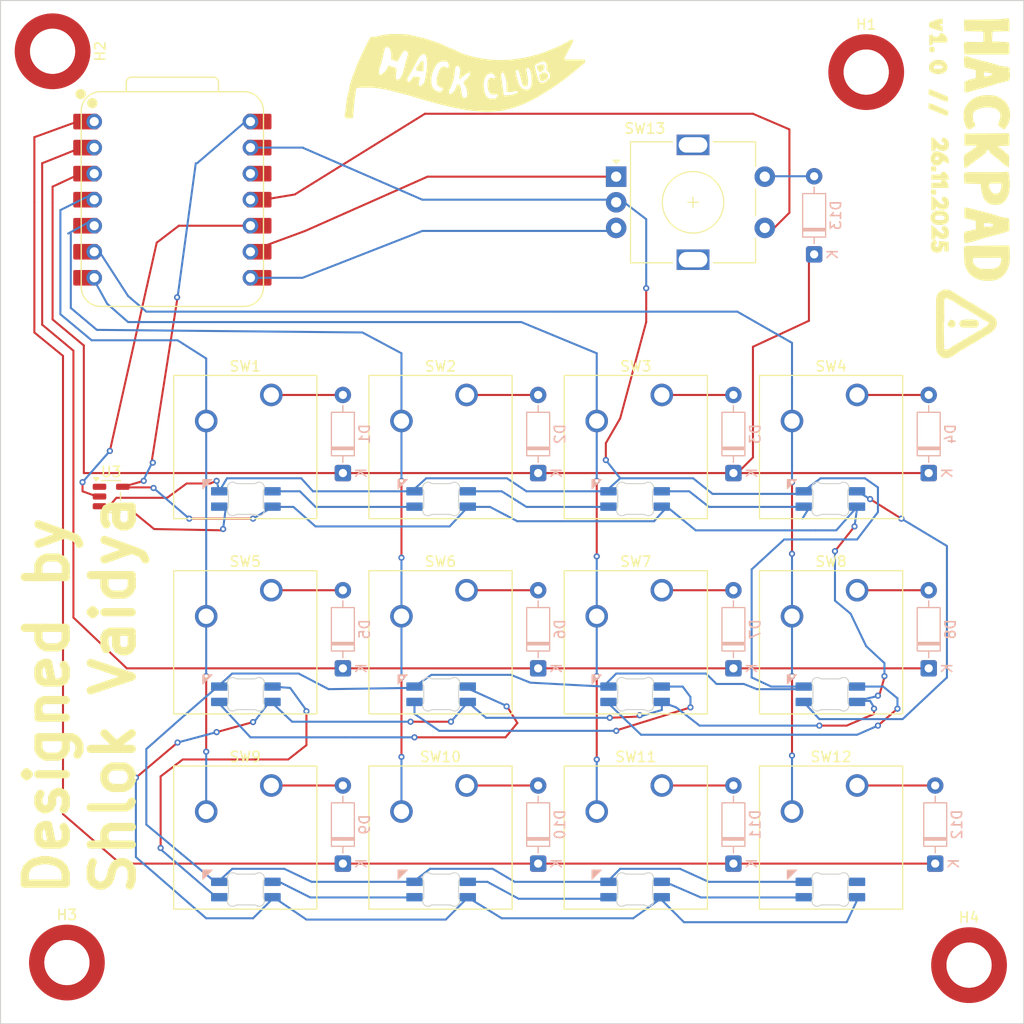
<source format=kicad_pcb>
(kicad_pcb (version 20241229) (generator "pcbnew") (generator_version "9.0")
  (layers (0 "F.Cu" signal) (2 "B.Cu" signal) (13 "F.Paste" user) (15 "B.Paste" user) (5 "F.SilkS" user "F.Silkscreen") (7 "B.SilkS" user "B.Silkscreen") (1 "F.Mask" user) (3 "B.Mask" user) (25 "Edge.Cuts" user))
  (property "REVISION" "v1.0")
  (property "TITLE" "Macropad")
  (net 0 "")
  (net 1 "GND")
  (net 2 "+5V")
  (net 3 "ROW1")
  (net 4 "Net-(D1-A)")
  (net 5 "Net-(D2-A)")
  (net 6 "Net-(D3-A)")
  (net 7 "Net-(D4-A)")
  (net 8 "Net-(D5-A)")
  (net 9 "ROW2")
  (net 10 "Net-(D6-A)")
  (net 11 "Net-(D7-A)")
  (net 12 "Net-(D8-A)")
  (net 13 "ROW3")
  (net 14 "Net-(D9-A)")
  (net 15 "Net-(D10-A)")
  (net 16 "Net-(D11-A)")
  (net 17 "Net-(D12-A)")
  (net 18 "Net-(D13-A)")
  (net 19 "/LED_5V")
  (net 20 "Net-(LED1-DOUT)")
  (net 21 "Net-(LED2-DOUT)")
  (net 22 "Net-(LED3-DOUT)")
  (net 23 "Net-(LED4-DOUT)")
  (net 24 "Net-(LED5-DIN)")
  (net 25 "Net-(LED5-DOUT)")
  (net 26 "Net-(LED6-DIN)")
  (net 27 "Net-(LED7-DIN)")
  (net 28 "Net-(LED10-DIN)")
  (net 29 "Net-(LED10-DOUT)")
  (net 30 "Net-(LED11-DOUT)")
  (net 32 "COL1")
  (net 33 "COL3")
  (net 34 "COL4")
  (net 36 "Net-(U1-GPIO1{slash}RX)")
  (net 38 "Net-(U1-GPIO2{slash}SCK)")
  (net 39 "Net-(U1-GPIO3{slash}MOSI)")
  (net 40 "COL2")
  (net 41 "LED")
  (footprint "Package_TO_SOT_SMD:SOT-23-5" (layer "F.Cu") (at 97.663 73.152)
    (property "Reference" "U3" (at 0 -2.4 0) (layer "F.SilkS"))
    (property "Value" "SN74LV1T34DBV")
    (pad "1" smd roundrect (at -1.1375 -0.95) (size 1.325 0.6) (layers "F.Cu" "F.Mask" "F.Paste"))
    (pad "2" smd roundrect (at -1.1375 0) (size 1.325 0.6) (layers "F.Cu" "F.Mask" "F.Paste") (net 41 "LED"))
    (pad "3" smd roundrect (at -1.1375 0.95) (size 1.325 0.6) (layers "F.Cu" "F.Mask" "F.Paste") (net 1 "GND"))
    (pad "4" smd roundrect (at 1.1375 0.95) (size 1.325 0.6) (layers "F.Cu" "F.Mask" "F.Paste") (net 19 "/LED_5V"))
    (pad "5" smd roundrect (at 1.1375 -0.95) (size 1.325 0.6) (layers "F.Cu" "F.Mask" "F.Paste") (net 2 "+5V"))
  )
  (footprint "XIAO_PCB:MX_SK6812MINI-E_REV" (layer "F.Cu") (at 110.804 106.414)
    (property "Reference" "LED9" (hide yes))
    (property "Value" "SK6812MINI-E")
    (fp_line (start -1.699999 5.782842) (end -1.699999 4.377158) (stroke (width 0.1)) (layer "Edge.Cuts"))
    (fp_line (start -0.794452 3.58) (end 0.794452 3.58) (stroke (width 0.1)) (layer "Edge.Cuts"))
    (fp_line (start 0.794452 6.579999) (end -0.794453 6.579999) (stroke (width 0.1)) (layer "Edge.Cuts"))
    (fp_line (start 1.699999 4.377158) (end 1.699999 5.782842) (stroke (width 0.1)) (layer "Edge.Cuts"))
    (fp_arc (start -1.749484 4.16028) (mid -1.712527 4.265932) (end -1.699999 4.377158) (stroke (width 0.1)) (layer "Edge.Cuts"))
    (fp_arc (start -1.749484 4.160281) (mid -1.638072 3.575965) (end -1.046711 3.511701) (stroke (width 0.1)) (layer "Edge.Cuts"))
    (fp_arc (start -1.699999 5.782843) (mid -1.712527 5.894068) (end -1.749484 5.99972) (stroke (width 0.1)) (layer "Edge.Cuts"))
    (fp_arc (start -1.046711 6.648298) (mid -1.638071 6.584034) (end -1.749484 5.99972) (stroke (width 0.1)) (layer "Edge.Cuts"))
    (fp_arc (start -1.046711 6.648298) (mid -0.925123 6.597376) (end -0.794453 6.579999) (stroke (width 0.1)) (layer "Edge.Cuts"))
    (fp_arc (start -0.794452 3.58) (mid -0.925123 3.562623) (end -1.046711 3.511701) (stroke (width 0.1)) (layer "Edge.Cuts"))
    (fp_arc (start 0.794453 6.58) (mid 0.925123 6.597377) (end 1.046711 6.648299) (stroke (width 0.1)) (layer "Edge.Cuts"))
    (fp_arc (start 1.04671 3.511701) (mid 0.925122 3.562623) (end 0.794452 3.58) (stroke (width 0.1)) (layer "Edge.Cuts"))
    (fp_arc (start 1.046711 3.511703) (mid 1.63807 3.575966) (end 1.749484 4.16028) (stroke (width 0.1)) (layer "Edge.Cuts"))
    (fp_arc (start 1.699999 4.377157) (mid 1.712527 4.265932) (end 1.749484 4.16028) (stroke (width 0.1)) (layer "Edge.Cuts"))
    (fp_arc (start 1.749484 5.99972) (mid 1.638071 6.584035) (end 1.046711 6.648299) (stroke (width 0.1)) (layer "Edge.Cuts"))
    (fp_arc (start 1.749484 5.99972) (mid 1.712527 5.894068) (end 1.699999 5.782842) (stroke (width 0.1)) (layer "Edge.Cuts"))
    (pad "1" smd roundrect (at 2.6 5.83 90) (size 0.82 1.6) (layers "B.Cu" "B.Mask" "B.Paste") (roundrect_rratio 0.1) (net 2 "+5V"))
    (pad "2" smd roundrect (at 2.6 4.33 90) (size 0.82 1.6) (layers "B.Cu" "B.Mask" "B.Paste") (roundrect_rratio 0.1) (net 28 "Net-(LED10-DIN)"))
    (pad "3" smd roundrect (at -2.6 4.33 90) (size 0.82 1.6) (layers "B.Cu" "B.Mask" "B.Paste") (roundrect_rratio 0.1) (net 1 "GND"))
    (pad "4" smd roundrect (at -2.6 5.83 90) (size 0.82 1.6) (layers "B.Cu" "B.Mask" "B.Paste") (roundrect_rratio 0.1) (net 25 "Net-(LED5-DOUT)"))
  )
  (footprint "Button_Switch_Keyboard:SW_Cherry_MX_1.00u_PCB" (layer "F.Cu") (at 170.434 63.246)
    (property "Reference" "SW4" (at -2.54 -2.794 0) (layer "F.SilkS"))
    (property "Value" "keyswitch")
    (pad "" np_thru_hole circle (at -7.62 5.08) (size 1.7 1.7) (drill 1.7) (layers "*.Cu" "*.Mask"))
    (pad "" np_thru_hole circle (at -2.54 5.08) (size 4 4) (drill 4) (layers "*.Cu" "*.Mask"))
    (pad "" np_thru_hole circle (at 2.54 5.08) (size 1.7 1.7) (drill 1.7) (layers "*.Cu" "*.Mask"))
    (pad "1" thru_hole circle (at 0 0) (size 2.2 2.2) (drill 1.5) (layers "*.Cu" "*.Mask") (net 7 "Net-(D4-A)"))
    (pad "2" thru_hole circle (at -6.35 2.54) (size 2.2 2.2) (drill 1.5) (layers "*.Cu" "*.Mask") (net 34 "COL4"))
  )
  (footprint "XIAO_PCB:MX_SK6812MINI-E_REV" (layer "F.Cu") (at 148.777 106.414)
    (property "Reference" "LED11" (hide yes))
    (property "Value" "SK6812MINI-E")
    (fp_line (start -1.699999 5.782842) (end -1.699999 4.377158) (stroke (width 0.1)) (layer "Edge.Cuts"))
    (fp_line (start -0.794452 3.58) (end 0.794452 3.58) (stroke (width 0.1)) (layer "Edge.Cuts"))
    (fp_line (start 0.794452 6.579999) (end -0.794453 6.579999) (stroke (width 0.1)) (layer "Edge.Cuts"))
    (fp_line (start 1.699999 4.377158) (end 1.699999 5.782842) (stroke (width 0.1)) (layer "Edge.Cuts"))
    (fp_arc (start -1.749484 4.16028) (mid -1.712527 4.265932) (end -1.699999 4.377158) (stroke (width 0.1)) (layer "Edge.Cuts"))
    (fp_arc (start -1.749484 4.160281) (mid -1.638072 3.575965) (end -1.046711 3.511701) (stroke (width 0.1)) (layer "Edge.Cuts"))
    (fp_arc (start -1.699999 5.782843) (mid -1.712527 5.894068) (end -1.749484 5.99972) (stroke (width 0.1)) (layer "Edge.Cuts"))
    (fp_arc (start -1.046711 6.648298) (mid -1.638071 6.584034) (end -1.749484 5.99972) (stroke (width 0.1)) (layer "Edge.Cuts"))
    (fp_arc (start -1.046711 6.648298) (mid -0.925123 6.597376) (end -0.794453 6.579999) (stroke (width 0.1)) (layer "Edge.Cuts"))
    (fp_arc (start -0.794452 3.58) (mid -0.925123 3.562623) (end -1.046711 3.511701) (stroke (width 0.1)) (layer "Edge.Cuts"))
    (fp_arc (start 0.794453 6.58) (mid 0.925123 6.597377) (end 1.046711 6.648299) (stroke (width 0.1)) (layer "Edge.Cuts"))
    (fp_arc (start 1.04671 3.511701) (mid 0.925122 3.562623) (end 0.794452 3.58) (stroke (width 0.1)) (layer "Edge.Cuts"))
    (fp_arc (start 1.046711 3.511703) (mid 1.63807 3.575966) (end 1.749484 4.16028) (stroke (width 0.1)) (layer "Edge.Cuts"))
    (fp_arc (start 1.699999 4.377157) (mid 1.712527 4.265932) (end 1.749484 4.16028) (stroke (width 0.1)) (layer "Edge.Cuts"))
    (fp_arc (start 1.749484 5.99972) (mid 1.638071 6.584035) (end 1.046711 6.648299) (stroke (width 0.1)) (layer "Edge.Cuts"))
    (fp_arc (start 1.749484 5.99972) (mid 1.712527 5.894068) (end 1.699999 5.782842) (stroke (width 0.1)) (layer "Edge.Cuts"))
    (pad "1" smd roundrect (at 2.6 5.83 90) (size 0.82 1.6) (layers "B.Cu" "B.Mask" "B.Paste") (roundrect_rratio 0.1) (net 2 "+5V"))
    (pad "2" smd roundrect (at 2.6 4.33 90) (size 0.82 1.6) (layers "B.Cu" "B.Mask" "B.Paste") (roundrect_rratio 0.1) (net 30 "Net-(LED11-DOUT)"))
    (pad "3" smd roundrect (at -2.6 4.33 90) (size 0.82 1.6) (layers "B.Cu" "B.Mask" "B.Paste") (roundrect_rratio 0.1) (net 1 "GND"))
    (pad "4" smd roundrect (at -2.6 5.83 90) (size 0.82 1.6) (layers "B.Cu" "B.Mask" "B.Paste") (roundrect_rratio 0.1) (net 29 "Net-(LED10-DOUT)"))
  )
  (footprint "XIAO_PCB:MX_SK6812MINI-E_REV" (layer "F.Cu") (at 129.854 106.414)
    (property "Reference" "LED10" (hide yes))
    (property "Value" "SK6812MINI-E")
    (fp_line (start -1.699999 5.782842) (end -1.699999 4.377158) (stroke (width 0.1)) (layer "Edge.Cuts"))
    (fp_line (start -0.794452 3.58) (end 0.794452 3.58) (stroke (width 0.1)) (layer "Edge.Cuts"))
    (fp_line (start 0.794452 6.579999) (end -0.794453 6.579999) (stroke (width 0.1)) (layer "Edge.Cuts"))
    (fp_line (start 1.699999 4.377158) (end 1.699999 5.782842) (stroke (width 0.1)) (layer "Edge.Cuts"))
    (fp_arc (start -1.749484 4.16028) (mid -1.712527 4.265932) (end -1.699999 4.377158) (stroke (width 0.1)) (layer "Edge.Cuts"))
    (fp_arc (start -1.749484 4.160281) (mid -1.638072 3.575965) (end -1.046711 3.511701) (stroke (width 0.1)) (layer "Edge.Cuts"))
    (fp_arc (start -1.699999 5.782843) (mid -1.712527 5.894068) (end -1.749484 5.99972) (stroke (width 0.1)) (layer "Edge.Cuts"))
    (fp_arc (start -1.046711 6.648298) (mid -1.638071 6.584034) (end -1.749484 5.99972) (stroke (width 0.1)) (layer "Edge.Cuts"))
    (fp_arc (start -1.046711 6.648298) (mid -0.925123 6.597376) (end -0.794453 6.579999) (stroke (width 0.1)) (layer "Edge.Cuts"))
    (fp_arc (start -0.794452 3.58) (mid -0.925123 3.562623) (end -1.046711 3.511701) (stroke (width 0.1)) (layer "Edge.Cuts"))
    (fp_arc (start 0.794453 6.58) (mid 0.925123 6.597377) (end 1.046711 6.648299) (stroke (width 0.1)) (layer "Edge.Cuts"))
    (fp_arc (start 1.04671 3.511701) (mid 0.925122 3.562623) (end 0.794452 3.58) (stroke (width 0.1)) (layer "Edge.Cuts"))
    (fp_arc (start 1.046711 3.511703) (mid 1.63807 3.575966) (end 1.749484 4.16028) (stroke (width 0.1)) (layer "Edge.Cuts"))
    (fp_arc (start 1.699999 4.377157) (mid 1.712527 4.265932) (end 1.749484 4.16028) (stroke (width 0.1)) (layer "Edge.Cuts"))
    (fp_arc (start 1.749484 5.99972) (mid 1.638071 6.584035) (end 1.046711 6.648299) (stroke (width 0.1)) (layer "Edge.Cuts"))
    (fp_arc (start 1.749484 5.99972) (mid 1.712527 5.894068) (end 1.699999 5.782842) (stroke (width 0.1)) (layer "Edge.Cuts"))
    (pad "1" smd roundrect (at 2.6 5.83 90) (size 0.82 1.6) (layers "B.Cu" "B.Mask" "B.Paste") (roundrect_rratio 0.1) (net 2 "+5V"))
    (pad "2" smd roundrect (at 2.6 4.33 90) (size 0.82 1.6) (layers "B.Cu" "B.Mask" "B.Paste") (roundrect_rratio 0.1) (net 29 "Net-(LED10-DOUT)"))
    (pad "3" smd roundrect (at -2.6 4.33 90) (size 0.82 1.6) (layers "B.Cu" "B.Mask" "B.Paste") (roundrect_rratio 0.1) (net 1 "GND"))
    (pad "4" smd roundrect (at -2.6 5.83 90) (size 0.82 1.6) (layers "B.Cu" "B.Mask" "B.Paste") (roundrect_rratio 0.1) (net 28 "Net-(LED10-DIN)"))
  )
  (footprint "Mounting_Wuerth:Mounting_Wuerth_WA-SMSI-M3_H16mm_9774160360" (layer "F.Cu") (at 93.345 118.618)
    (property "Reference" "H3" (at 0 -4.65 0) (layer "F.SilkS"))
    (property "Value" "MountingHole" (hide yes))
    (pad "" np_thru_hole circle (at 0 0) (size 4.4 4.4) (drill 4.4) (layers "*.Cu" "*.Mask"))
    (pad "1" smd circle (at -2.95 0) (size 0.992 0.992) (layers "F.Cu"))
    (pad "1" smd circle (at 0 -2.95) (size 0.992 0.992) (layers "F.Cu"))
    (pad "1" smd circle (at 0 2.95) (size 0.992 0.992) (layers "F.Cu"))
    (pad "1" smd custom (at 2.95 0) (size 1.5 1.5) (layers "F.Cu" "F.Mask") (options (clearance outline) (anchor circle)) (primitives (gr_circle (center -2.95 0) (end 0 0) (width 1.5) (fill no))))
  )
  (footprint "Button_Switch_Keyboard:SW_Cherry_MX_1.00u_PCB" (layer "F.Cu") (at 132.334 63.246)
    (property "Reference" "SW2" (at -2.54 -2.794 0) (layer "F.SilkS"))
    (property "Value" "keyswitch")
    (pad "" np_thru_hole circle (at -7.62 5.08) (size 1.7 1.7) (drill 1.7) (layers "*.Cu" "*.Mask"))
    (pad "" np_thru_hole circle (at -2.54 5.08) (size 4 4) (drill 4) (layers "*.Cu" "*.Mask"))
    (pad "" np_thru_hole circle (at 2.54 5.08) (size 1.7 1.7) (drill 1.7) (layers "*.Cu" "*.Mask"))
    (pad "1" thru_hole circle (at 0 0) (size 2.2 2.2) (drill 1.5) (layers "*.Cu" "*.Mask") (net 5 "Net-(D2-A)"))
    (pad "2" thru_hole circle (at -6.35 2.54) (size 2.2 2.2) (drill 1.5) (layers "*.Cu" "*.Mask") (net 40 "COL2"))
  )
  (footprint "XIAO_PCB:MX_SK6812MINI-E_REV" (layer "F.Cu") (at 167.827 87.364)
    (property "Reference" "LED8" (hide yes))
    (property "Value" "SK6812MINI-E")
    (fp_line (start -1.699999 5.782842) (end -1.699999 4.377158) (stroke (width 0.1)) (layer "Edge.Cuts"))
    (fp_line (start -0.794452 3.58) (end 0.794452 3.58) (stroke (width 0.1)) (layer "Edge.Cuts"))
    (fp_line (start 0.794452 6.579999) (end -0.794453 6.579999) (stroke (width 0.1)) (layer "Edge.Cuts"))
    (fp_line (start 1.699999 4.377158) (end 1.699999 5.782842) (stroke (width 0.1)) (layer "Edge.Cuts"))
    (fp_arc (start -1.749484 4.16028) (mid -1.712527 4.265932) (end -1.699999 4.377158) (stroke (width 0.1)) (layer "Edge.Cuts"))
    (fp_arc (start -1.749484 4.160281) (mid -1.638072 3.575965) (end -1.046711 3.511701) (stroke (width 0.1)) (layer "Edge.Cuts"))
    (fp_arc (start -1.699999 5.782843) (mid -1.712527 5.894068) (end -1.749484 5.99972) (stroke (width 0.1)) (layer "Edge.Cuts"))
    (fp_arc (start -1.046711 6.648298) (mid -1.638071 6.584034) (end -1.749484 5.99972) (stroke (width 0.1)) (layer "Edge.Cuts"))
    (fp_arc (start -1.046711 6.648298) (mid -0.925123 6.597376) (end -0.794453 6.579999) (stroke (width 0.1)) (layer "Edge.Cuts"))
    (fp_arc (start -0.794452 3.58) (mid -0.925123 3.562623) (end -1.046711 3.511701) (stroke (width 0.1)) (layer "Edge.Cuts"))
    (fp_arc (start 0.794453 6.58) (mid 0.925123 6.597377) (end 1.046711 6.648299) (stroke (width 0.1)) (layer "Edge.Cuts"))
    (fp_arc (start 1.04671 3.511701) (mid 0.925122 3.562623) (end 0.794452 3.58) (stroke (width 0.1)) (layer "Edge.Cuts"))
    (fp_arc (start 1.046711 3.511703) (mid 1.63807 3.575966) (end 1.749484 4.16028) (stroke (width 0.1)) (layer "Edge.Cuts"))
    (fp_arc (start 1.699999 4.377157) (mid 1.712527 4.265932) (end 1.749484 4.16028) (stroke (width 0.1)) (layer "Edge.Cuts"))
    (fp_arc (start 1.749484 5.99972) (mid 1.638071 6.584035) (end 1.046711 6.648299) (stroke (width 0.1)) (layer "Edge.Cuts"))
    (fp_arc (start 1.749484 5.99972) (mid 1.712527 5.894068) (end 1.699999 5.782842) (stroke (width 0.1)) (layer "Edge.Cuts"))
    (pad "1" smd roundrect (at 2.6 5.83 90) (size 0.82 1.6) (layers "B.Cu" "B.Mask" "B.Paste") (roundrect_rratio 0.1) (net 2 "+5V"))
    (pad "2" smd roundrect (at 2.6 4.33 90) (size 0.82 1.6) (layers "B.Cu" "B.Mask" "B.Paste") (roundrect_rratio 0.1) (net 27 "Net-(LED7-DIN)"))
    (pad "3" smd roundrect (at -2.6 4.33 90) (size 0.82 1.6) (layers "B.Cu" "B.Mask" "B.Paste") (roundrect_rratio 0.1) (net 1 "GND"))
    (pad "4" smd roundrect (at -2.6 5.83 90) (size 0.82 1.6) (layers "B.Cu" "B.Mask" "B.Paste") (roundrect_rratio 0.1) (net 23 "Net-(LED4-DOUT)"))
  )
  (footprint "XIAO_PCB:MX_SK6812MINI-E_REV" (layer "F.Cu") (at 148.777 68.314)
    (property "Reference" "LED3" (hide yes))
    (property "Value" "SK6812MINI-E")
    (fp_line (start -1.699999 5.782842) (end -1.699999 4.377158) (stroke (width 0.1)) (layer "Edge.Cuts"))
    (fp_line (start -0.794452 3.58) (end 0.794452 3.58) (stroke (width 0.1)) (layer "Edge.Cuts"))
    (fp_line (start 0.794452 6.579999) (end -0.794453 6.579999) (stroke (width 0.1)) (layer "Edge.Cuts"))
    (fp_line (start 1.699999 4.377158) (end 1.699999 5.782842) (stroke (width 0.1)) (layer "Edge.Cuts"))
    (fp_arc (start -1.749484 4.16028) (mid -1.712527 4.265932) (end -1.699999 4.377158) (stroke (width 0.1)) (layer "Edge.Cuts"))
    (fp_arc (start -1.749484 4.160281) (mid -1.638072 3.575965) (end -1.046711 3.511701) (stroke (width 0.1)) (layer "Edge.Cuts"))
    (fp_arc (start -1.699999 5.782843) (mid -1.712527 5.894068) (end -1.749484 5.99972) (stroke (width 0.1)) (layer "Edge.Cuts"))
    (fp_arc (start -1.046711 6.648298) (mid -1.638071 6.584034) (end -1.749484 5.99972) (stroke (width 0.1)) (layer "Edge.Cuts"))
    (fp_arc (start -1.046711 6.648298) (mid -0.925123 6.597376) (end -0.794453 6.579999) (stroke (width 0.1)) (layer "Edge.Cuts"))
    (fp_arc (start -0.794452 3.58) (mid -0.925123 3.562623) (end -1.046711 3.511701) (stroke (width 0.1)) (layer "Edge.Cuts"))
    (fp_arc (start 0.794453 6.58) (mid 0.925123 6.597377) (end 1.046711 6.648299) (stroke (width 0.1)) (layer "Edge.Cuts"))
    (fp_arc (start 1.04671 3.511701) (mid 0.925122 3.562623) (end 0.794452 3.58) (stroke (width 0.1)) (layer "Edge.Cuts"))
    (fp_arc (start 1.046711 3.511703) (mid 1.63807 3.575966) (end 1.749484 4.16028) (stroke (width 0.1)) (layer "Edge.Cuts"))
    (fp_arc (start 1.699999 4.377157) (mid 1.712527 4.265932) (end 1.749484 4.16028) (stroke (width 0.1)) (layer "Edge.Cuts"))
    (fp_arc (start 1.749484 5.99972) (mid 1.638071 6.584035) (end 1.046711 6.648299) (stroke (width 0.1)) (layer "Edge.Cuts"))
    (fp_arc (start 1.749484 5.99972) (mid 1.712527 5.894068) (end 1.699999 5.782842) (stroke (width 0.1)) (layer "Edge.Cuts"))
    (pad "1" smd roundrect (at 2.6 5.83 90) (size 0.82 1.6) (layers "B.Cu" "B.Mask" "B.Paste") (roundrect_rratio 0.1) (net 2 "+5V"))
    (pad "2" smd roundrect (at 2.6 4.33 90) (size 0.82 1.6) (layers "B.Cu" "B.Mask" "B.Paste") (roundrect_rratio 0.1) (net 22 "Net-(LED3-DOUT)"))
    (pad "3" smd roundrect (at -2.6 4.33 90) (size 0.82 1.6) (layers "B.Cu" "B.Mask" "B.Paste") (roundrect_rratio 0.1) (net 1 "GND"))
    (pad "4" smd roundrect (at -2.6 5.83 90) (size 0.82 1.6) (layers "B.Cu" "B.Mask" "B.Paste") (roundrect_rratio 0.1) (net 21 "Net-(LED2-DOUT)"))
  )
  (footprint "XIAO_PCB:MX_SK6812MINI-E_REV" (layer "F.Cu") (at 167.827 68.314)
    (property "Reference" "LED4" (hide yes))
    (property "Value" "SK6812MINI-E")
    (fp_line (start -1.699999 5.782842) (end -1.699999 4.377158) (stroke (width 0.1)) (layer "Edge.Cuts"))
    (fp_line (start -0.794452 3.58) (end 0.794452 3.58) (stroke (width 0.1)) (layer "Edge.Cuts"))
    (fp_line (start 0.794452 6.579999) (end -0.794453 6.579999) (stroke (width 0.1)) (layer "Edge.Cuts"))
    (fp_line (start 1.699999 4.377158) (end 1.699999 5.782842) (stroke (width 0.1)) (layer "Edge.Cuts"))
    (fp_arc (start -1.749484 4.16028) (mid -1.712527 4.265932) (end -1.699999 4.377158) (stroke (width 0.1)) (layer "Edge.Cuts"))
    (fp_arc (start -1.749484 4.160281) (mid -1.638072 3.575965) (end -1.046711 3.511701) (stroke (width 0.1)) (layer "Edge.Cuts"))
    (fp_arc (start -1.699999 5.782843) (mid -1.712527 5.894068) (end -1.749484 5.99972) (stroke (width 0.1)) (layer "Edge.Cuts"))
    (fp_arc (start -1.046711 6.648298) (mid -1.638071 6.584034) (end -1.749484 5.99972) (stroke (width 0.1)) (layer "Edge.Cuts"))
    (fp_arc (start -1.046711 6.648298) (mid -0.925123 6.597376) (end -0.794453 6.579999) (stroke (width 0.1)) (layer "Edge.Cuts"))
    (fp_arc (start -0.794452 3.58) (mid -0.925123 3.562623) (end -1.046711 3.511701) (stroke (width 0.1)) (layer "Edge.Cuts"))
    (fp_arc (start 0.794453 6.58) (mid 0.925123 6.597377) (end 1.046711 6.648299) (stroke (width 0.1)) (layer "Edge.Cuts"))
    (fp_arc (start 1.04671 3.511701) (mid 0.925122 3.562623) (end 0.794452 3.58) (stroke (width 0.1)) (layer "Edge.Cuts"))
    (fp_arc (start 1.046711 3.511703) (mid 1.63807 3.575966) (end 1.749484 4.16028) (stroke (width 0.1)) (layer "Edge.Cuts"))
    (fp_arc (start 1.699999 4.377157) (mid 1.712527 4.265932) (end 1.749484 4.16028) (stroke (width 0.1)) (layer "Edge.Cuts"))
    (fp_arc (start 1.749484 5.99972) (mid 1.638071 6.584035) (end 1.046711 6.648299) (stroke (width 0.1)) (layer "Edge.Cuts"))
    (fp_arc (start 1.749484 5.99972) (mid 1.712527 5.894068) (end 1.699999 5.782842) (stroke (width 0.1)) (layer "Edge.Cuts"))
    (pad "1" smd roundrect (at 2.6 5.83 90) (size 0.82 1.6) (layers "B.Cu" "B.Mask" "B.Paste") (roundrect_rratio 0.1) (net 2 "+5V"))
    (pad "2" smd roundrect (at 2.6 4.33 90) (size 0.82 1.6) (layers "B.Cu" "B.Mask" "B.Paste") (roundrect_rratio 0.1) (net 23 "Net-(LED4-DOUT)"))
    (pad "3" smd roundrect (at -2.6 4.33 90) (size 0.82 1.6) (layers "B.Cu" "B.Mask" "B.Paste") (roundrect_rratio 0.1) (net 1 "GND"))
    (pad "4" smd roundrect (at -2.6 5.83 90) (size 0.82 1.6) (layers "B.Cu" "B.Mask" "B.Paste") (roundrect_rratio 0.1) (net 22 "Net-(LED3-DOUT)"))
  )
  (footprint "Button_Switch_Keyboard:SW_Cherry_MX_1.00u_PCB" (layer "F.Cu") (at 170.434 101.346)
    (property "Reference" "SW12" (at -2.54 -2.794 0) (layer "F.SilkS"))
    (property "Value" "keyswitch")
    (pad "" np_thru_hole circle (at -7.62 5.08) (size 1.7 1.7) (drill 1.7) (layers "*.Cu" "*.Mask"))
    (pad "" np_thru_hole circle (at -2.54 5.08) (size 4 4) (drill 4) (layers "*.Cu" "*.Mask"))
    (pad "" np_thru_hole circle (at 2.54 5.08) (size 1.7 1.7) (drill 1.7) (layers "*.Cu" "*.Mask"))
    (pad "1" thru_hole circle (at 0 0) (size 2.2 2.2) (drill 1.5) (layers "*.Cu" "*.Mask") (net 17 "Net-(D12-A)"))
    (pad "2" thru_hole circle (at -6.35 2.54) (size 2.2 2.2) (drill 1.5) (layers "*.Cu" "*.Mask") (net 34 "COL4"))
  )
  (footprint "Button_Switch_Keyboard:SW_Cherry_MX_1.00u_PCB" (layer "F.Cu") (at 151.384 82.296)
    (property "Reference" "SW7" (at -2.54 -2.794 0) (layer "F.SilkS"))
    (property "Value" "keyswitch")
    (pad "" np_thru_hole circle (at -7.62 5.08) (size 1.7 1.7) (drill 1.7) (layers "*.Cu" "*.Mask"))
    (pad "" np_thru_hole circle (at -2.54 5.08) (size 4 4) (drill 4) (layers "*.Cu" "*.Mask"))
    (pad "" np_thru_hole circle (at 2.54 5.08) (size 1.7 1.7) (drill 1.7) (layers "*.Cu" "*.Mask"))
    (pad "1" thru_hole circle (at 0 0) (size 2.2 2.2) (drill 1.5) (layers "*.Cu" "*.Mask") (net 11 "Net-(D7-A)"))
    (pad "2" thru_hole circle (at -6.35 2.54) (size 2.2 2.2) (drill 1.5) (layers "*.Cu" "*.Mask") (net 33 "COL3"))
  )
  (footprint "XIAO_PCB:MX_SK6812MINI-E_REV" (layer "F.Cu") (at 167.827 106.414)
    (property "Reference" "LED12" (hide yes))
    (property "Value" "SK6812MINI-E")
    (fp_line (start -1.699999 5.782842) (end -1.699999 4.377158) (stroke (width 0.1)) (layer "Edge.Cuts"))
    (fp_line (start -0.794452 3.58) (end 0.794452 3.58) (stroke (width 0.1)) (layer "Edge.Cuts"))
    (fp_line (start 0.794452 6.579999) (end -0.794453 6.579999) (stroke (width 0.1)) (layer "Edge.Cuts"))
    (fp_line (start 1.699999 4.377158) (end 1.699999 5.782842) (stroke (width 0.1)) (layer "Edge.Cuts"))
    (fp_arc (start -1.749484 4.16028) (mid -1.712527 4.265932) (end -1.699999 4.377158) (stroke (width 0.1)) (layer "Edge.Cuts"))
    (fp_arc (start -1.749484 4.160281) (mid -1.638072 3.575965) (end -1.046711 3.511701) (stroke (width 0.1)) (layer "Edge.Cuts"))
    (fp_arc (start -1.699999 5.782843) (mid -1.712527 5.894068) (end -1.749484 5.99972) (stroke (width 0.1)) (layer "Edge.Cuts"))
    (fp_arc (start -1.046711 6.648298) (mid -1.638071 6.584034) (end -1.749484 5.99972) (stroke (width 0.1)) (layer "Edge.Cuts"))
    (fp_arc (start -1.046711 6.648298) (mid -0.925123 6.597376) (end -0.794453 6.579999) (stroke (width 0.1)) (layer "Edge.Cuts"))
    (fp_arc (start -0.794452 3.58) (mid -0.925123 3.562623) (end -1.046711 3.511701) (stroke (width 0.1)) (layer "Edge.Cuts"))
    (fp_arc (start 0.794453 6.58) (mid 0.925123 6.597377) (end 1.046711 6.648299) (stroke (width 0.1)) (layer "Edge.Cuts"))
    (fp_arc (start 1.04671 3.511701) (mid 0.925122 3.562623) (end 0.794452 3.58) (stroke (width 0.1)) (layer "Edge.Cuts"))
    (fp_arc (start 1.046711 3.511703) (mid 1.63807 3.575966) (end 1.749484 4.16028) (stroke (width 0.1)) (layer "Edge.Cuts"))
    (fp_arc (start 1.699999 4.377157) (mid 1.712527 4.265932) (end 1.749484 4.16028) (stroke (width 0.1)) (layer "Edge.Cuts"))
    (fp_arc (start 1.749484 5.99972) (mid 1.638071 6.584035) (end 1.046711 6.648299) (stroke (width 0.1)) (layer "Edge.Cuts"))
    (fp_arc (start 1.749484 5.99972) (mid 1.712527 5.894068) (end 1.699999 5.782842) (stroke (width 0.1)) (layer "Edge.Cuts"))
    (pad "1" smd roundrect (at 2.6 5.83 90) (size 0.82 1.6) (layers "B.Cu" "B.Mask" "B.Paste") (roundrect_rratio 0.1) (net 2 "+5V"))
    (pad "2" smd roundrect (at 2.6 4.33 90) (size 0.82 1.6) (layers "B.Cu" "B.Mask" "B.Paste") (roundrect_rratio 0.1))
    (pad "3" smd roundrect (at -2.6 4.33 90) (size 0.82 1.6) (layers "B.Cu" "B.Mask" "B.Paste") (roundrect_rratio 0.1) (net 1 "GND"))
    (pad "4" smd roundrect (at -2.6 5.83 90) (size 0.82 1.6) (layers "B.Cu" "B.Mask" "B.Paste") (roundrect_rratio 0.1) (net 30 "Net-(LED11-DOUT)"))
  )
  (footprint "Button_Switch_Keyboard:SW_Cherry_MX_1.00u_PCB" (layer "F.Cu") (at 113.284 63.246)
    (property "Reference" "SW1" (at -2.54 -2.794 0) (layer "F.SilkS"))
    (property "Value" "keyswitch")
    (pad "" np_thru_hole circle (at -7.62 5.08) (size 1.7 1.7) (drill 1.7) (layers "*.Cu" "*.Mask"))
    (pad "" np_thru_hole circle (at -2.54 5.08) (size 4 4) (drill 4) (layers "*.Cu" "*.Mask"))
    (pad "" np_thru_hole circle (at 2.54 5.08) (size 1.7 1.7) (drill 1.7) (layers "*.Cu" "*.Mask"))
    (pad "1" thru_hole circle (at 0 0) (size 2.2 2.2) (drill 1.5) (layers "*.Cu" "*.Mask") (net 4 "Net-(D1-A)"))
    (pad "2" thru_hole circle (at -6.35 2.54) (size 2.2 2.2) (drill 1.5) (layers "*.Cu" "*.Mask") (net 32 "COL1"))
  )
  (footprint "XIAO_PCB:MX_SK6812MINI-E_REV" (layer "F.Cu") (at 110.804 87.364)
    (property "Reference" "LED5" (hide yes))
    (property "Value" "SK6812MINI-E")
    (fp_line (start -1.699999 5.782842) (end -1.699999 4.377158) (stroke (width 0.1)) (layer "Edge.Cuts"))
    (fp_line (start -0.794452 3.58) (end 0.794452 3.58) (stroke (width 0.1)) (layer "Edge.Cuts"))
    (fp_line (start 0.794452 6.579999) (end -0.794453 6.579999) (stroke (width 0.1)) (layer "Edge.Cuts"))
    (fp_line (start 1.699999 4.377158) (end 1.699999 5.782842) (stroke (width 0.1)) (layer "Edge.Cuts"))
    (fp_arc (start -1.749484 4.16028) (mid -1.712527 4.265932) (end -1.699999 4.377158) (stroke (width 0.1)) (layer "Edge.Cuts"))
    (fp_arc (start -1.749484 4.160281) (mid -1.638072 3.575965) (end -1.046711 3.511701) (stroke (width 0.1)) (layer "Edge.Cuts"))
    (fp_arc (start -1.699999 5.782843) (mid -1.712527 5.894068) (end -1.749484 5.99972) (stroke (width 0.1)) (layer "Edge.Cuts"))
    (fp_arc (start -1.046711 6.648298) (mid -1.638071 6.584034) (end -1.749484 5.99972) (stroke (width 0.1)) (layer "Edge.Cuts"))
    (fp_arc (start -1.046711 6.648298) (mid -0.925123 6.597376) (end -0.794453 6.579999) (stroke (width 0.1)) (layer "Edge.Cuts"))
    (fp_arc (start -0.794452 3.58) (mid -0.925123 3.562623) (end -1.046711 3.511701) (stroke (width 0.1)) (layer "Edge.Cuts"))
    (fp_arc (start 0.794453 6.58) (mid 0.925123 6.597377) (end 1.046711 6.648299) (stroke (width 0.1)) (layer "Edge.Cuts"))
    (fp_arc (start 1.04671 3.511701) (mid 0.925122 3.562623) (end 0.794452 3.58) (stroke (width 0.1)) (layer "Edge.Cuts"))
    (fp_arc (start 1.046711 3.511703) (mid 1.63807 3.575966) (end 1.749484 4.16028) (stroke (width 0.1)) (layer "Edge.Cuts"))
    (fp_arc (start 1.699999 4.377157) (mid 1.712527 4.265932) (end 1.749484 4.16028) (stroke (width 0.1)) (layer "Edge.Cuts"))
    (fp_arc (start 1.749484 5.99972) (mid 1.638071 6.584035) (end 1.046711 6.648299) (stroke (width 0.1)) (layer "Edge.Cuts"))
    (fp_arc (start 1.749484 5.99972) (mid 1.712527 5.894068) (end 1.699999 5.782842) (stroke (width 0.1)) (layer "Edge.Cuts"))
    (pad "1" smd roundrect (at 2.6 5.83 90) (size 0.82 1.6) (layers "B.Cu" "B.Mask" "B.Paste") (roundrect_rratio 0.1) (net 2 "+5V"))
    (pad "2" smd roundrect (at 2.6 4.33 90) (size 0.82 1.6) (layers "B.Cu" "B.Mask" "B.Paste") (roundrect_rratio 0.1) (net 25 "Net-(LED5-DOUT)"))
    (pad "3" smd roundrect (at -2.6 4.33 90) (size 0.82 1.6) (layers "B.Cu" "B.Mask" "B.Paste") (roundrect_rratio 0.1) (net 1 "GND"))
    (pad "4" smd roundrect (at -2.6 5.83 90) (size 0.82 1.6) (layers "B.Cu" "B.Mask" "B.Paste") (roundrect_rratio 0.1) (net 24 "Net-(LED5-DIN)"))
  )
  (footprint "Button_Switch_Keyboard:SW_Cherry_MX_1.00u_PCB" (layer "F.Cu") (at 170.434 82.296)
    (property "Reference" "SW8" (at -2.54 -2.794 0) (layer "F.SilkS"))
    (property "Value" "keyswitch")
    (pad "" np_thru_hole circle (at -7.62 5.08) (size 1.7 1.7) (drill 1.7) (layers "*.Cu" "*.Mask"))
    (pad "" np_thru_hole circle (at -2.54 5.08) (size 4 4) (drill 4) (layers "*.Cu" "*.Mask"))
    (pad "" np_thru_hole circle (at 2.54 5.08) (size 1.7 1.7) (drill 1.7) (layers "*.Cu" "*.Mask"))
    (pad "1" thru_hole circle (at 0 0) (size 2.2 2.2) (drill 1.5) (layers "*.Cu" "*.Mask") (net 12 "Net-(D8-A)"))
    (pad "2" thru_hole circle (at -6.35 2.54) (size 2.2 2.2) (drill 1.5) (layers "*.Cu" "*.Mask") (net 34 "COL4"))
  )
  (footprint "Button_Switch_Keyboard:SW_Cherry_MX_1.00u_PCB" (layer "F.Cu") (at 113.284 82.296)
    (property "Reference" "SW5" (at -2.54 -2.794 0) (layer "F.SilkS"))
    (property "Value" "keyswitch")
    (pad "" np_thru_hole circle (at -7.62 5.08) (size 1.7 1.7) (drill 1.7) (layers "*.Cu" "*.Mask"))
    (pad "" np_thru_hole circle (at -2.54 5.08) (size 4 4) (drill 4) (layers "*.Cu" "*.Mask"))
    (pad "" np_thru_hole circle (at 2.54 5.08) (size 1.7 1.7) (drill 1.7) (layers "*.Cu" "*.Mask"))
    (pad "1" thru_hole circle (at 0 0) (size 2.2 2.2) (drill 1.5) (layers "*.Cu" "*.Mask") (net 8 "Net-(D5-A)"))
    (pad "2" thru_hole circle (at -6.35 2.54) (size 2.2 2.2) (drill 1.5) (layers "*.Cu" "*.Mask") (net 32 "COL1"))
  )
  (footprint "Rotary_Encoder:RotaryEncoder_Alps_EC11E-Switch_Vertical_H20mm" (layer "F.Cu") (at 146.928 41.95)
    (property "Reference" "SW13" (at 2.8 -4.7 0) (layer "F.SilkS"))
    (property "Value" "RotaryEncoder_Switch_MP")
    (pad "A" thru_hole rect (at 0 0) (size 2 2) (drill 1) (layers "*.Cu" "*.Mask") (net 38 "Net-(U1-GPIO2{slash}SCK)"))
    (pad "B" thru_hole circle (at 0 5) (size 2 2) (drill 1) (layers "*.Cu" "*.Mask") (net 36 "Net-(U1-GPIO1{slash}RX)"))
    (pad "C" thru_hole circle (at 0 2.5) (size 2 2) (drill 1) (layers "*.Cu" "*.Mask") (net 1 "GND"))
    (pad "MP" thru_hole rect (at 7.5 -3.1) (size 3.2 2) (drill oval 2.8 1.5) (layers "*.Cu" "*.Mask"))
    (pad "MP" thru_hole rect (at 7.5 8.1) (size 3.2 2) (drill oval 2.8 1.5) (layers "*.Cu" "*.Mask"))
    (pad "S1" thru_hole circle (at 14.5 5) (size 2 2) (drill 1) (layers "*.Cu" "*.Mask") (net 39 "Net-(U1-GPIO3{slash}MOSI)"))
    (pad "S2" thru_hole circle (at 14.5 0) (size 2 2) (drill 1) (layers "*.Cu" "*.Mask") (net 18 "Net-(D13-A)"))
  )
  (footprint "XIAO_PCB:MX_SK6812MINI-E_REV" (layer "F.Cu") (at 148.777 87.364)
    (property "Reference" "LED7" (hide yes))
    (property "Value" "SK6812MINI-E")
    (fp_line (start -1.699999 5.782842) (end -1.699999 4.377158) (stroke (width 0.1)) (layer "Edge.Cuts"))
    (fp_line (start -0.794452 3.58) (end 0.794452 3.58) (stroke (width 0.1)) (layer "Edge.Cuts"))
    (fp_line (start 0.794452 6.579999) (end -0.794453 6.579999) (stroke (width 0.1)) (layer "Edge.Cuts"))
    (fp_line (start 1.699999 4.377158) (end 1.699999 5.782842) (stroke (width 0.1)) (layer "Edge.Cuts"))
    (fp_arc (start -1.749484 4.16028) (mid -1.712527 4.265932) (end -1.699999 4.377158) (stroke (width 0.1)) (layer "Edge.Cuts"))
    (fp_arc (start -1.749484 4.160281) (mid -1.638072 3.575965) (end -1.046711 3.511701) (stroke (width 0.1)) (layer "Edge.Cuts"))
    (fp_arc (start -1.699999 5.782843) (mid -1.712527 5.894068) (end -1.749484 5.99972) (stroke (width 0.1)) (layer "Edge.Cuts"))
    (fp_arc (start -1.046711 6.648298) (mid -1.638071 6.584034) (end -1.749484 5.99972) (stroke (width 0.1)) (layer "Edge.Cuts"))
    (fp_arc (start -1.046711 6.648298) (mid -0.925123 6.597376) (end -0.794453 6.579999) (stroke (width 0.1)) (layer "Edge.Cuts"))
    (fp_arc (start -0.794452 3.58) (mid -0.925123 3.562623) (end -1.046711 3.511701) (stroke (width 0.1)) (layer "Edge.Cuts"))
    (fp_arc (start 0.794453 6.58) (mid 0.925123 6.597377) (end 1.046711 6.648299) (stroke (width 0.1)) (layer "Edge.Cuts"))
    (fp_arc (start 1.04671 3.511701) (mid 0.925122 3.562623) (end 0.794452 3.58) (stroke (width 0.1)) (layer "Edge.Cuts"))
    (fp_arc (start 1.046711 3.511703) (mid 1.63807 3.575966) (end 1.749484 4.16028) (stroke (width 0.1)) (layer "Edge.Cuts"))
    (fp_arc (start 1.699999 4.377157) (mid 1.712527 4.265932) (end 1.749484 4.16028) (stroke (width 0.1)) (layer "Edge.Cuts"))
    (fp_arc (start 1.749484 5.99972) (mid 1.638071 6.584035) (end 1.046711 6.648299) (stroke (width 0.1)) (layer "Edge.Cuts"))
    (fp_arc (start 1.749484 5.99972) (mid 1.712527 5.894068) (end 1.699999 5.782842) (stroke (width 0.1)) (layer "Edge.Cuts"))
    (pad "1" smd roundrect (at 2.6 5.83 90) (size 0.82 1.6) (layers "B.Cu" "B.Mask" "B.Paste") (roundrect_rratio 0.1) (net 2 "+5V"))
    (pad "2" smd roundrect (at 2.6 4.33 90) (size 0.82 1.6) (layers "B.Cu" "B.Mask" "B.Paste") (roundrect_rratio 0.1) (net 26 "Net-(LED6-DIN)"))
    (pad "3" smd roundrect (at -2.6 4.33 90) (size 0.82 1.6) (layers "B.Cu" "B.Mask" "B.Paste") (roundrect_rratio 0.1) (net 1 "GND"))
    (pad "4" smd roundrect (at -2.6 5.83 90) (size 0.82 1.6) (layers "B.Cu" "B.Mask" "B.Paste") (roundrect_rratio 0.1) (net 27 "Net-(LED7-DIN)"))
  )
  (footprint "XIAO_PCB:MX_SK6812MINI-E_REV" (layer "F.Cu") (at 110.804 68.314)
    (property "Reference" "LED1" (hide yes))
    (property "Value" "SK6812MINI-E")
    (fp_line (start -1.699999 5.782842) (end -1.699999 4.377158) (stroke (width 0.1)) (layer "Edge.Cuts"))
    (fp_line (start -0.794452 3.58) (end 0.794452 3.58) (stroke (width 0.1)) (layer "Edge.Cuts"))
    (fp_line (start 0.794452 6.579999) (end -0.794453 6.579999) (stroke (width 0.1)) (layer "Edge.Cuts"))
    (fp_line (start 1.699999 4.377158) (end 1.699999 5.782842) (stroke (width 0.1)) (layer "Edge.Cuts"))
    (fp_arc (start -1.749484 4.16028) (mid -1.712527 4.265932) (end -1.699999 4.377158) (stroke (width 0.1)) (layer "Edge.Cuts"))
    (fp_arc (start -1.749484 4.160281) (mid -1.638072 3.575965) (end -1.046711 3.511701) (stroke (width 0.1)) (layer "Edge.Cuts"))
    (fp_arc (start -1.699999 5.782843) (mid -1.712527 5.894068) (end -1.749484 5.99972) (stroke (width 0.1)) (layer "Edge.Cuts"))
    (fp_arc (start -1.046711 6.648298) (mid -1.638071 6.584034) (end -1.749484 5.99972) (stroke (width 0.1)) (layer "Edge.Cuts"))
    (fp_arc (start -1.046711 6.648298) (mid -0.925123 6.597376) (end -0.794453 6.579999) (stroke (width 0.1)) (layer "Edge.Cuts"))
    (fp_arc (start -0.794452 3.58) (mid -0.925123 3.562623) (end -1.046711 3.511701) (stroke (width 0.1)) (layer "Edge.Cuts"))
    (fp_arc (start 0.794453 6.58) (mid 0.925123 6.597377) (end 1.046711 6.648299) (stroke (width 0.1)) (layer "Edge.Cuts"))
    (fp_arc (start 1.04671 3.511701) (mid 0.925122 3.562623) (end 0.794452 3.58) (stroke (width 0.1)) (layer "Edge.Cuts"))
    (fp_arc (start 1.046711 3.511703) (mid 1.63807 3.575966) (end 1.749484 4.16028) (stroke (width 0.1)) (layer "Edge.Cuts"))
    (fp_arc (start 1.699999 4.377157) (mid 1.712527 4.265932) (end 1.749484 4.16028) (stroke (width 0.1)) (layer "Edge.Cuts"))
    (fp_arc (start 1.749484 5.99972) (mid 1.638071 6.584035) (end 1.046711 6.648299) (stroke (width 0.1)) (layer "Edge.Cuts"))
    (fp_arc (start 1.749484 5.99972) (mid 1.712527 5.894068) (end 1.699999 5.782842) (stroke (width 0.1)) (layer "Edge.Cuts"))
    (pad "1" smd roundrect (at 2.6 5.83 90) (size 0.82 1.6) (layers "B.Cu" "B.Mask" "B.Paste") (roundrect_rratio 0.1) (net 2 "+5V"))
    (pad "2" smd roundrect (at 2.6 4.33 90) (size 0.82 1.6) (layers "B.Cu" "B.Mask" "B.Paste") (roundrect_rratio 0.1) (net 20 "Net-(LED1-DOUT)"))
    (pad "3" smd roundrect (at -2.6 4.33 90) (size 0.82 1.6) (layers "B.Cu" "B.Mask" "B.Paste") (roundrect_rratio 0.1) (net 1 "GND"))
    (pad "4" smd roundrect (at -2.6 5.83 90) (size 0.82 1.6) (layers "B.Cu" "B.Mask" "B.Paste") (roundrect_rratio 0.1) (net 19 "/LED_5V"))
  )
  (footprint "XIAO_PCB:MX_SK6812MINI-E_REV" (layer "F.Cu") (at 129.854 87.364)
    (property "Reference" "LED6" (hide yes))
    (property "Value" "SK6812MINI-E")
    (fp_line (start -1.699999 5.782842) (end -1.699999 4.377158) (stroke (width 0.1)) (layer "Edge.Cuts"))
    (fp_line (start -0.794452 3.58) (end 0.794452 3.58) (stroke (width 0.1)) (layer "Edge.Cuts"))
    (fp_line (start 0.794452 6.579999) (end -0.794453 6.579999) (stroke (width 0.1)) (layer "Edge.Cuts"))
    (fp_line (start 1.699999 4.377158) (end 1.699999 5.782842) (stroke (width 0.1)) (layer "Edge.Cuts"))
    (fp_arc (start -1.749484 4.16028) (mid -1.712527 4.265932) (end -1.699999 4.377158) (stroke (width 0.1)) (layer "Edge.Cuts"))
    (fp_arc (start -1.749484 4.160281) (mid -1.638072 3.575965) (end -1.046711 3.511701) (stroke (width 0.1)) (layer "Edge.Cuts"))
    (fp_arc (start -1.699999 5.782843) (mid -1.712527 5.894068) (end -1.749484 5.99972) (stroke (width 0.1)) (layer "Edge.Cuts"))
    (fp_arc (start -1.046711 6.648298) (mid -1.638071 6.584034) (end -1.749484 5.99972) (stroke (width 0.1)) (layer "Edge.Cuts"))
    (fp_arc (start -1.046711 6.648298) (mid -0.925123 6.597376) (end -0.794453 6.579999) (stroke (width 0.1)) (layer "Edge.Cuts"))
    (fp_arc (start -0.794452 3.58) (mid -0.925123 3.562623) (end -1.046711 3.511701) (stroke (width 0.1)) (layer "Edge.Cuts"))
    (fp_arc (start 0.794453 6.58) (mid 0.925123 6.597377) (end 1.046711 6.648299) (stroke (width 0.1)) (layer "Edge.Cuts"))
    (fp_arc (start 1.04671 3.511701) (mid 0.925122 3.562623) (end 0.794452 3.58) (stroke (width 0.1)) (layer "Edge.Cuts"))
    (fp_arc (start 1.046711 3.511703) (mid 1.63807 3.575966) (end 1.749484 4.16028) (stroke (width 0.1)) (layer "Edge.Cuts"))
    (fp_arc (start 1.699999 4.377157) (mid 1.712527 4.265932) (end 1.749484 4.16028) (stroke (width 0.1)) (layer "Edge.Cuts"))
    (fp_arc (start 1.749484 5.99972) (mid 1.638071 6.584035) (end 1.046711 6.648299) (stroke (width 0.1)) (layer "Edge.Cuts"))
    (fp_arc (start 1.749484 5.99972) (mid 1.712527 5.894068) (end 1.699999 5.782842) (stroke (width 0.1)) (layer "Edge.Cuts"))
    (pad "1" smd roundrect (at 2.6 5.83 90) (size 0.82 1.6) (layers "B.Cu" "B.Mask" "B.Paste") (roundrect_rratio 0.1) (net 2 "+5V"))
    (pad "2" smd roundrect (at 2.6 4.33 90) (size 0.82 1.6) (layers "B.Cu" "B.Mask" "B.Paste") (roundrect_rratio 0.1) (net 24 "Net-(LED5-DIN)"))
    (pad "3" smd roundrect (at -2.6 4.33 90) (size 0.82 1.6) (layers "B.Cu" "B.Mask" "B.Paste") (roundrect_rratio 0.1) (net 1 "GND"))
    (pad "4" smd roundrect (at -2.6 5.83 90) (size 0.82 1.6) (layers "B.Cu" "B.Mask" "B.Paste") (roundrect_rratio 0.1) (net 26 "Net-(LED6-DIN)"))
  )
  (footprint "XIAO_PCB:XIAO-RP2040-DIP" (layer "F.Cu") (at 103.632 44.196)
    (property "Reference" "U1" (hide yes))
    (property "Value" "XIAO-RP2040-DIP")
    (pad "1" smd roundrect (at -8.455 -7.62 180) (size 2.432 1.524) (layers "F.Cu" "F.Mask") (roundrect_rratio 0.1) (net 13 "ROW3"))
    (pad "1" thru_hole circle (at -7.62 -7.62 180) (size 1.524 1.524) (drill 0.889) (layers "*.Cu" "*.Mask") (net 13 "ROW3"))
    (pad "2" smd roundrect (at -8.455 -5.08 180) (size 2.432 1.524) (layers "F.Cu" "F.Mask") (roundrect_rratio 0.1) (net 9 "ROW2"))
    (pad "2" thru_hole circle (at -7.62 -5.08 180) (size 1.524 1.524) (drill 0.889) (layers "*.Cu" "*.Mask") (net 9 "ROW2"))
    (pad "3" smd roundrect (at -8.455 -2.54 180) (size 2.432 1.524) (layers "F.Cu" "F.Mask") (roundrect_rratio 0.1) (net 3 "ROW1"))
    (pad "3" thru_hole circle (at -7.62 -2.54 180) (size 1.524 1.524) (drill 0.889) (layers "*.Cu" "*.Mask") (net 3 "ROW1"))
    (pad "4" smd roundrect (at -8.455 0 180) (size 2.432 1.524) (layers "F.Cu" "F.Mask") (roundrect_rratio 0.1) (net 32 "COL1"))
    (pad "4" thru_hole circle (at -7.62 0 180) (size 1.524 1.524) (drill 0.889) (layers "*.Cu" "*.Mask") (net 32 "COL1"))
    (pad "5" smd roundrect (at -8.455 2.54 180) (size 2.432 1.524) (layers "F.Cu" "F.Mask") (roundrect_rratio 0.1) (net 40 "COL2"))
    (pad "5" thru_hole circle (at -7.62 2.54 180) (size 1.524 1.524) (drill 0.889) (layers "*.Cu" "*.Mask") (net 40 "COL2"))
    (pad "6" smd roundrect (at -8.455 5.08 180) (size 2.432 1.524) (layers "F.Cu" "F.Mask") (roundrect_rratio 0.1) (net 34 "COL4"))
    (pad "6" thru_hole circle (at -7.62 5.08 180) (size 1.524 1.524) (drill 0.889) (layers "*.Cu" "*.Mask") (net 34 "COL4"))
    (pad "7" smd roundrect (at -8.455 7.62 180) (size 2.432 1.524) (layers "F.Cu" "F.Mask") (roundrect_rratio 0.1) (net 33 "COL3"))
    (pad "7" thru_hole circle (at -7.62 7.62 180) (size 1.524 1.524) (drill 0.889) (layers "*.Cu" "*.Mask") (net 33 "COL3"))
    (pad "8" thru_hole circle (at 7.62 7.62) (size 1.524 1.524) (drill 0.889) (layers "*.Cu" "*.Mask") (net 36 "Net-(U1-GPIO1{slash}RX)"))
    (pad "8" smd roundrect (at 8.455 7.62) (size 2.432 1.524) (layers "F.Cu" "F.Mask") (roundrect_rratio 0.1) (net 36 "Net-(U1-GPIO1{slash}RX)"))
    (pad "9" thru_hole circle (at 7.62 5.08) (size 1.524 1.524) (drill 0.889) (layers "*.Cu" "*.Mask") (net 38 "Net-(U1-GPIO2{slash}SCK)"))
    (pad "9" smd roundrect (at 8.455 5.08) (size 2.432 1.524) (layers "F.Cu" "F.Mask") (roundrect_rratio 0.1) (net 38 "Net-(U1-GPIO2{slash}SCK)"))
    (pad "10" thru_hole circle (at 7.62 2.54) (size 1.524 1.524) (drill 0.889) (layers "*.Cu" "*.Mask") (net 41 "LED"))
    (pad "10" smd roundrect (at 8.455 2.54) (size 2.432 1.524) (layers "F.Cu" "F.Mask") (roundrect_rratio 0.1) (net 41 "LED"))
    (pad "11" thru_hole circle (at 7.62 0) (size 1.524 1.524) (drill 0.889) (layers "*.Cu" "*.Mask") (net 39 "Net-(U1-GPIO3{slash}MOSI)"))
    (pad "11" smd roundrect (at 8.455 0) (size 2.432 1.524) (layers "F.Cu" "F.Mask") (roundrect_rratio 0.1) (net 39 "Net-(U1-GPIO3{slash}MOSI)"))
    (pad "12" thru_hole circle (at 7.62 -2.54) (size 1.524 1.524) (drill 0.889) (layers "*.Cu" "*.Mask"))
    (pad "12" smd roundrect (at 8.455 -2.54) (size 2.432 1.524) (layers "F.Cu" "F.Mask") (roundrect_rratio 0.1))
    (pad "13" thru_hole circle (at 7.62 -5.08) (size 1.524 1.524) (drill 0.889) (layers "*.Cu" "*.Mask") (net 1 "GND"))
    (pad "13" smd roundrect (at 8.455 -5.08) (size 2.432 1.524) (layers "F.Cu" "F.Mask") (roundrect_rratio 0.1) (net 1 "GND"))
    (pad "14" thru_hole circle (at 7.62 -7.62) (size 1.524 1.524) (drill 0.889) (layers "*.Cu" "*.Mask") (net 2 "+5V"))
    (pad "14" smd roundrect (at 8.455 -7.62) (size 2.432 1.524) (layers "F.Cu" "F.Mask") (roundrect_rratio 0.1) (net 2 "+5V"))
  )
  (footprint "Button_Switch_Keyboard:SW_Cherry_MX_1.00u_PCB" (layer "F.Cu") (at 132.334 82.296)
    (property "Reference" "SW6" (at -2.54 -2.794 0) (layer "F.SilkS"))
    (property "Value" "keyswitch")
    (pad "" np_thru_hole circle (at -7.62 5.08) (size 1.7 1.7) (drill 1.7) (layers "*.Cu" "*.Mask"))
    (pad "" np_thru_hole circle (at -2.54 5.08) (size 4 4) (drill 4) (layers "*.Cu" "*.Mask"))
    (pad "" np_thru_hole circle (at 2.54 5.08) (size 1.7 1.7) (drill 1.7) (layers "*.Cu" "*.Mask"))
    (pad "1" thru_hole circle (at 0 0) (size 2.2 2.2) (drill 1.5) (layers "*.Cu" "*.Mask") (net 10 "Net-(D6-A)"))
    (pad "2" thru_hole circle (at -6.35 2.54) (size 2.2 2.2) (drill 1.5) (layers "*.Cu" "*.Mask") (net 40 "COL2"))
  )
  (footprint "Mounting_Wuerth:Mounting_Wuerth_WA-SMSI-M3_H16mm_9774160360" (layer "F.Cu") (at 181.356 118.872)
    (property "Reference" "H4" (at 0 -4.65 0) (layer "F.SilkS"))
    (property "Value" "MountingHole" (hide yes))
    (pad "" np_thru_hole circle (at 0 0) (size 4.4 4.4) (drill 4.4) (layers "*.Cu" "*.Mask"))
    (pad "1" smd circle (at -2.95 0) (size 0.992 0.992) (layers "F.Cu"))
    (pad "1" smd circle (at 0 -2.95) (size 0.992 0.992) (layers "F.Cu"))
    (pad "1" smd circle (at 0 2.95) (size 0.992 0.992) (layers "F.Cu"))
    (pad "1" smd custom (at 2.95 0) (size 1.5 1.5) (layers "F.Cu" "F.Mask") (options (clearance outline) (anchor circle)) (primitives (gr_circle (center -2.95 0) (end 0 0) (width 1.5) (fill no))))
  )
  (footprint "Mounting_Wuerth:Mounting_Wuerth_WA-SMSI-M3_H16mm_9774160360" (layer "F.Cu") (at 91.948 29.718 -90)
    (property "Reference" "H2" (at 0 -4.65 90) (layer "F.SilkS"))
    (property "Value" "MountingHole" (hide yes))
    (pad "" np_thru_hole circle (at 0 0 270) (size 4.4 4.4) (drill 4.4) (layers "*.Cu" "*.Mask"))
    (pad "1" smd circle (at -2.95 0 270) (size 0.992 0.992) (layers "F.Cu"))
    (pad "1" smd circle (at 0 -2.95 270) (size 0.992 0.992) (layers "F.Cu"))
    (pad "1" smd circle (at 0 2.95 270) (size 0.992 0.992) (layers "F.Cu"))
    (pad "1" smd custom (at 2.95 0 270) (size 1.5 1.5) (layers "F.Cu" "F.Mask") (options (clearance outline) (anchor circle)) (primitives (gr_circle (center -2.95 0) (end 0 0) (width 1.5) (fill no))))
  )
  (footprint "XIAO_PCB:MX_SK6812MINI-E_REV" (layer "F.Cu") (at 129.854 68.314)
    (property "Reference" "LED2" (hide yes))
    (property "Value" "SK6812MINI-E")
    (fp_line (start -1.699999 5.782842) (end -1.699999 4.377158) (stroke (width 0.1)) (layer "Edge.Cuts"))
    (fp_line (start -0.794452 3.58) (end 0.794452 3.58) (stroke (width 0.1)) (layer "Edge.Cuts"))
    (fp_line (start 0.794452 6.579999) (end -0.794453 6.579999) (stroke (width 0.1)) (layer "Edge.Cuts"))
    (fp_line (start 1.699999 4.377158) (end 1.699999 5.782842) (stroke (width 0.1)) (layer "Edge.Cuts"))
    (fp_arc (start -1.749484 4.16028) (mid -1.712527 4.265932) (end -1.699999 4.377158) (stroke (width 0.1)) (layer "Edge.Cuts"))
    (fp_arc (start -1.749484 4.160281) (mid -1.638072 3.575965) (end -1.046711 3.511701) (stroke (width 0.1)) (layer "Edge.Cuts"))
    (fp_arc (start -1.699999 5.782843) (mid -1.712527 5.894068) (end -1.749484 5.99972) (stroke (width 0.1)) (layer "Edge.Cuts"))
    (fp_arc (start -1.046711 6.648298) (mid -1.638071 6.584034) (end -1.749484 5.99972) (stroke (width 0.1)) (layer "Edge.Cuts"))
    (fp_arc (start -1.046711 6.648298) (mid -0.925123 6.597376) (end -0.794453 6.579999) (stroke (width 0.1)) (layer "Edge.Cuts"))
    (fp_arc (start -0.794452 3.58) (mid -0.925123 3.562623) (end -1.046711 3.511701) (stroke (width 0.1)) (layer "Edge.Cuts"))
    (fp_arc (start 0.794453 6.58) (mid 0.925123 6.597377) (end 1.046711 6.648299) (stroke (width 0.1)) (layer "Edge.Cuts"))
    (fp_arc (start 1.04671 3.511701) (mid 0.925122 3.562623) (end 0.794452 3.58) (stroke (width 0.1)) (layer "Edge.Cuts"))
    (fp_arc (start 1.046711 3.511703) (mid 1.63807 3.575966) (end 1.749484 4.16028) (stroke (width 0.1)) (layer "Edge.Cuts"))
    (fp_arc (start 1.699999 4.377157) (mid 1.712527 4.265932) (end 1.749484 4.16028) (stroke (width 0.1)) (layer "Edge.Cuts"))
    (fp_arc (start 1.749484 5.99972) (mid 1.638071 6.584035) (end 1.046711 6.648299) (stroke (width 0.1)) (layer "Edge.Cuts"))
    (fp_arc (start 1.749484 5.99972) (mid 1.712527 5.894068) (end 1.699999 5.782842) (stroke (width 0.1)) (layer "Edge.Cuts"))
    (pad "1" smd roundrect (at 2.6 5.83 90) (size 0.82 1.6) (layers "B.Cu" "B.Mask" "B.Paste") (roundrect_rratio 0.1) (net 2 "+5V"))
    (pad "2" smd roundrect (at 2.6 4.33 90) (size 0.82 1.6) (layers "B.Cu" "B.Mask" "B.Paste") (roundrect_rratio 0.1) (net 21 "Net-(LED2-DOUT)"))
    (pad "3" smd roundrect (at -2.6 4.33 90) (size 0.82 1.6) (layers "B.Cu" "B.Mask" "B.Paste") (roundrect_rratio 0.1) (net 1 "GND"))
    (pad "4" smd roundrect (at -2.6 5.83 90) (size 0.82 1.6) (layers "B.Cu" "B.Mask" "B.Paste") (roundrect_rratio 0.1) (net 20 "Net-(LED1-DOUT)"))
  )
  (footprint "Button_Switch_Keyboard:SW_Cherry_MX_1.00u_PCB" (layer "F.Cu") (at 132.334 101.346)
    (property "Reference" "SW10" (at -2.54 -2.794 0) (layer "F.SilkS"))
    (property "Value" "keyswitch")
    (pad "" np_thru_hole circle (at -7.62 5.08) (size 1.7 1.7) (drill 1.7) (layers "*.Cu" "*.Mask"))
    (pad "" np_thru_hole circle (at -2.54 5.08) (size 4 4) (drill 4) (layers "*.Cu" "*.Mask"))
    (pad "" np_thru_hole circle (at 2.54 5.08) (size 1.7 1.7) (drill 1.7) (layers "*.Cu" "*.Mask"))
    (pad "1" thru_hole circle (at 0 0) (size 2.2 2.2) (drill 1.5) (layers "*.Cu" "*.Mask") (net 15 "Net-(D10-A)"))
    (pad "2" thru_hole circle (at -6.35 2.54) (size 2.2 2.2) (drill 1.5) (layers "*.Cu" "*.Mask") (net 40 "COL2"))
  )
  (footprint "Button_Switch_Keyboard:SW_Cherry_MX_1.00u_PCB" (layer "F.Cu") (at 151.384 101.346)
    (property "Reference" "SW11" (at -2.54 -2.794 0) (layer "F.SilkS"))
    (property "Value" "keyswitch")
    (pad "" np_thru_hole circle (at -7.62 5.08) (size 1.7 1.7) (drill 1.7) (layers "*.Cu" "*.Mask"))
    (pad "" np_thru_hole circle (at -2.54 5.08) (size 4 4) (drill 4) (layers "*.Cu" "*.Mask"))
    (pad "" np_thru_hole circle (at 2.54 5.08) (size 1.7 1.7) (drill 1.7) (layers "*.Cu" "*.Mask"))
    (pad "1" thru_hole circle (at 0 0) (size 2.2 2.2) (drill 1.5) (layers "*.Cu" "*.Mask") (net 16 "Net-(D11-A)"))
    (pad "2" thru_hole circle (at -6.35 2.54) (size 2.2 2.2) (drill 1.5) (layers "*.Cu" "*.Mask") (net 33 "COL3"))
  )
  (footprint "Button_Switch_Keyboard:SW_Cherry_MX_1.00u_PCB" (layer "F.Cu") (at 151.384 63.246)
    (property "Reference" "SW3" (at -2.54 -2.794 0) (layer "F.SilkS"))
    (property "Value" "keyswitch")
    (pad "" np_thru_hole circle (at -7.62 5.08) (size 1.7 1.7) (drill 1.7) (layers "*.Cu" "*.Mask"))
    (pad "" np_thru_hole circle (at -2.54 5.08) (size 4 4) (drill 4) (layers "*.Cu" "*.Mask"))
    (pad "" np_thru_hole circle (at 2.54 5.08) (size 1.7 1.7) (drill 1.7) (layers "*.Cu" "*.Mask"))
    (pad "1" thru_hole circle (at 0 0) (size 2.2 2.2) (drill 1.5) (layers "*.Cu" "*.Mask") (net 6 "Net-(D3-A)"))
    (pad "2" thru_hole circle (at -6.35 2.54) (size 2.2 2.2) (drill 1.5) (layers "*.Cu" "*.Mask") (net 33 "COL3"))
  )
  (footprint "Button_Switch_Keyboard:SW_Cherry_MX_1.00u_PCB" (layer "F.Cu") (at 113.284 101.346)
    (property "Reference" "SW9" (at -2.54 -2.794 0) (layer "F.SilkS"))
    (property "Value" "keyswitch")
    (pad "" np_thru_hole circle (at -7.62 5.08) (size 1.7 1.7) (drill 1.7) (layers "*.Cu" "*.Mask"))
    (pad "" np_thru_hole circle (at -2.54 5.08) (size 4 4) (drill 4) (layers "*.Cu" "*.Mask"))
    (pad "" np_thru_hole circle (at 2.54 5.08) (size 1.7 1.7) (drill 1.7) (layers "*.Cu" "*.Mask"))
    (pad "1" thru_hole circle (at 0 0) (size 2.2 2.2) (drill 1.5) (layers "*.Cu" "*.Mask") (net 14 "Net-(D9-A)"))
    (pad "2" thru_hole circle (at -6.35 2.54) (size 2.2 2.2) (drill 1.5) (layers "*.Cu" "*.Mask") (net 32 "COL1"))
  )
  (footprint "Mounting_Wuerth:Mounting_Wuerth_WA-SMSI-M3_H16mm_9774160360" (layer "F.Cu") (at 171.323 31.75)
    (property "Reference" "H1" (at 0 -4.65 0) (layer "F.SilkS"))
    (property "Value" "MountingHole" (hide yes))
    (pad "" np_thru_hole circle (at 0 0) (size 4.4 4.4) (drill 4.4) (layers "*.Cu" "*.Mask"))
    (pad "1" smd circle (at -2.95 0) (size 0.992 0.992) (layers "F.Cu"))
    (pad "1" smd circle (at 0 -2.95) (size 0.992 0.992) (layers "F.Cu"))
    (pad "1" smd circle (at 0 2.95) (size 0.992 0.992) (layers "F.Cu"))
    (pad "1" smd custom (at 2.95 0) (size 1.5 1.5) (layers "F.Cu" "F.Mask") (options (clearance outline) (anchor circle)) (primitives (gr_circle (center -2.95 0) (end 0 0) (width 1.5) (fill no))))
  )
  (footprint "Diode_THT:D_DO-35_SOD27_P7.62mm_Horizontal" (layer "B.Cu") (at 139.319 70.866 90)
    (property "Reference" "D2" (at 3.81 2.12 90) (layer "B.SilkS") (effects (justify mirror)))
    (property "Value" "1N4148W")
    (fp_text user "K" (at 0 1.8 90) (layer "B.SilkS") (effects (justify mirror)))
    (pad "1" thru_hole roundrect (at 0 0 90) (size 1.6 1.6) (drill 0.8) (layers "*.Cu" "*.Mask") (roundrect_rratio 0.15625) (net 3 "ROW1"))
    (pad "2" thru_hole circle (at 7.62 0 90) (size 1.6 1.6) (drill 0.8) (layers "*.Cu" "*.Mask") (net 5 "Net-(D2-A)"))
  )
  (footprint "Diode_THT:D_DO-35_SOD27_P7.62mm_Horizontal" (layer "B.Cu") (at 177.419 70.866 90)
    (property "Reference" "D4" (at 3.81 2.12 90) (layer "B.SilkS") (effects (justify mirror)))
    (property "Value" "1N4148W")
    (fp_text user "K" (at 0 1.8 90) (layer "B.SilkS") (effects (justify mirror)))
    (pad "1" thru_hole roundrect (at 0 0 90) (size 1.6 1.6) (drill 0.8) (layers "*.Cu" "*.Mask") (roundrect_rratio 0.15625) (net 3 "ROW1"))
    (pad "2" thru_hole circle (at 7.62 0 90) (size 1.6 1.6) (drill 0.8) (layers "*.Cu" "*.Mask") (net 7 "Net-(D4-A)"))
  )
  (footprint "Diode_THT:D_DO-35_SOD27_P7.62mm_Horizontal" (layer "B.Cu") (at 139.319 89.916 90)
    (property "Reference" "D6" (at 3.81 2.12 90) (layer "B.SilkS") (effects (justify mirror)))
    (property "Value" "1N4148W")
    (fp_text user "K" (at 0 1.8 90) (layer "B.SilkS") (effects (justify mirror)))
    (pad "1" thru_hole roundrect (at 0 0 90) (size 1.6 1.6) (drill 0.8) (layers "*.Cu" "*.Mask") (roundrect_rratio 0.15625) (net 9 "ROW2"))
    (pad "2" thru_hole circle (at 7.62 0 90) (size 1.6 1.6) (drill 0.8) (layers "*.Cu" "*.Mask") (net 10 "Net-(D6-A)"))
  )
  (footprint "Diode_THT:D_DO-35_SOD27_P7.62mm_Horizontal" (layer "B.Cu") (at 120.269 108.966 90)
    (property "Reference" "D9" (at 3.81 2.12 90) (layer "B.SilkS") (effects (justify mirror)))
    (property "Value" "1N4148W")
    (fp_text user "K" (at 0 1.8 90) (layer "B.SilkS") (effects (justify mirror)))
    (pad "1" thru_hole roundrect (at 0 0 90) (size 1.6 1.6) (drill 0.8) (layers "*.Cu" "*.Mask") (roundrect_rratio 0.15625) (net 13 "ROW3"))
    (pad "2" thru_hole circle (at 7.62 0 90) (size 1.6 1.6) (drill 0.8) (layers "*.Cu" "*.Mask") (net 14 "Net-(D9-A)"))
  )
  (footprint "Diode_THT:D_DO-35_SOD27_P7.62mm_Horizontal" (layer "B.Cu") (at 158.369 89.916 90)
    (property "Reference" "D7" (at 3.81 2.12 90) (layer "B.SilkS") (effects (justify mirror)))
    (property "Value" "1N4148W")
    (fp_text user "K" (at 0 1.8 90) (layer "B.SilkS") (effects (justify mirror)))
    (pad "1" thru_hole roundrect (at 0 0 90) (size 1.6 1.6) (drill 0.8) (layers "*.Cu" "*.Mask") (roundrect_rratio 0.15625) (net 9 "ROW2"))
    (pad "2" thru_hole circle (at 7.62 0 90) (size 1.6 1.6) (drill 0.8) (layers "*.Cu" "*.Mask") (net 11 "Net-(D7-A)"))
  )
  (footprint "Diode_THT:D_DO-35_SOD27_P7.62mm_Horizontal" (layer "B.Cu") (at 178.054 108.966 90)
    (property "Reference" "D12" (at 3.81 2.12 90) (layer "B.SilkS") (effects (justify mirror)))
    (property "Value" "1N4148W")
    (fp_text user "K" (at 0 1.8 90) (layer "B.SilkS") (effects (justify mirror)))
    (pad "1" thru_hole roundrect (at 0 0 90) (size 1.6 1.6) (drill 0.8) (layers "*.Cu" "*.Mask") (roundrect_rratio 0.15625) (net 13 "ROW3"))
    (pad "2" thru_hole circle (at 7.62 0 90) (size 1.6 1.6) (drill 0.8) (layers "*.Cu" "*.Mask") (net 17 "Net-(D12-A)"))
  )
  (footprint "Diode_THT:D_DO-35_SOD27_P7.62mm_Horizontal" (layer "B.Cu") (at 177.419 89.916 90)
    (property "Reference" "D8" (at 3.81 2.12 90) (layer "B.SilkS") (effects (justify mirror)))
    (property "Value" "1N4148W")
    (fp_text user "K" (at 0 1.8 90) (layer "B.SilkS") (effects (justify mirror)))
    (pad "1" thru_hole roundrect (at 0 0 90) (size 1.6 1.6) (drill 0.8) (layers "*.Cu" "*.Mask") (roundrect_rratio 0.15625) (net 9 "ROW2"))
    (pad "2" thru_hole circle (at 7.62 0 90) (size 1.6 1.6) (drill 0.8) (layers "*.Cu" "*.Mask") (net 12 "Net-(D8-A)"))
  )
  (footprint "Diode_THT:D_DO-35_SOD27_P7.62mm_Horizontal" (layer "B.Cu") (at 158.369 108.966 90)
    (property "Reference" "D11" (at 3.81 2.12 90) (layer "B.SilkS") (effects (justify mirror)))
    (property "Value" "1N4148W")
    (fp_text user "K" (at 0 1.8 90) (layer "B.SilkS") (effects (justify mirror)))
    (pad "1" thru_hole roundrect (at 0 0 90) (size 1.6 1.6) (drill 0.8) (layers "*.Cu" "*.Mask") (roundrect_rratio 0.15625) (net 13 "ROW3"))
    (pad "2" thru_hole circle (at 7.62 0 90) (size 1.6 1.6) (drill 0.8) (layers "*.Cu" "*.Mask") (net 16 "Net-(D11-A)"))
  )
  (footprint "Diode_THT:D_DO-35_SOD27_P7.62mm_Horizontal" (layer "B.Cu") (at 158.369 70.866 90)
    (property "Reference" "D3" (at 3.81 2.12 90) (layer "B.SilkS") (effects (justify mirror)))
    (property "Value" "1N4148W")
    (fp_text user "K" (at 0 1.8 90) (layer "B.SilkS") (effects (justify mirror)))
    (pad "1" thru_hole roundrect (at 0 0 90) (size 1.6 1.6) (drill 0.8) (layers "*.Cu" "*.Mask") (roundrect_rratio 0.15625) (net 3 "ROW1"))
    (pad "2" thru_hole circle (at 7.62 0 90) (size 1.6 1.6) (drill 0.8) (layers "*.Cu" "*.Mask") (net 6 "Net-(D3-A)"))
  )
  (footprint "Diode_THT:D_DO-35_SOD27_P7.62mm_Horizontal" (layer "B.Cu") (at 120.269 89.916 90)
    (property "Reference" "D5" (at 3.81 2.12 90) (layer "B.SilkS") (effects (justify mirror)))
    (property "Value" "1N4148W")
    (fp_text user "K" (at 0 1.8 90) (layer "B.SilkS") (effects (justify mirror)))
    (pad "1" thru_hole roundrect (at 0 0 90) (size 1.6 1.6) (drill 0.8) (layers "*.Cu" "*.Mask") (roundrect_rratio 0.15625) (net 9 "ROW2"))
    (pad "2" thru_hole circle (at 7.62 0 90) (size 1.6 1.6) (drill 0.8) (layers "*.Cu" "*.Mask") (net 8 "Net-(D5-A)"))
  )
  (footprint "Diode_THT:D_DO-35_SOD27_P7.62mm_Horizontal" (layer "B.Cu") (at 166.243 49.53 90)
    (property "Reference" "D13" (at 3.81 2.12 90) (layer "B.SilkS") (effects (justify mirror)))
    (property "Value" "1N4148W")
    (fp_text user "K" (at 0 1.8 90) (layer "B.SilkS") (effects (justify mirror)))
    (pad "1" thru_hole roundrect (at 0 0 90) (size 1.6 1.6) (drill 0.8) (layers "*.Cu" "*.Mask") (roundrect_rratio 0.15625) (net 3 "ROW1"))
    (pad "2" thru_hole circle (at 7.62 0 90) (size 1.6 1.6) (drill 0.8) (layers "*.Cu" "*.Mask") (net 18 "Net-(D13-A)"))
  )
  (footprint "Diode_THT:D_DO-35_SOD27_P7.62mm_Horizontal" (layer "B.Cu") (at 120.269 70.866 90)
    (property "Reference" "D1" (at 3.81 2.12 90) (layer "B.SilkS") (effects (justify mirror)))
    (property "Value" "1N4148W")
    (fp_text user "K" (at 0 1.8 90) (layer "B.SilkS") (effects (justify mirror)))
    (pad "1" thru_hole roundrect (at 0 0 90) (size 1.6 1.6) (drill 0.8) (layers "*.Cu" "*.Mask") (roundrect_rratio 0.15625) (net 3 "ROW1"))
    (pad "2" thru_hole circle (at 7.62 0 90) (size 1.6 1.6) (drill 0.8) (layers "*.Cu" "*.Mask") (net 4 "Net-(D1-A)"))
  )
  (footprint "Diode_THT:D_DO-35_SOD27_P7.62mm_Horizontal" (layer "B.Cu") (at 139.319 108.966 90)
    (property "Reference" "D10" (at 3.81 2.12 90) (layer "B.SilkS") (effects (justify mirror)))
    (property "Value" "1N4148W")
    (fp_text user "K" (at 0 1.8 90) (layer "B.SilkS") (effects (justify mirror)))
    (pad "1" thru_hole roundrect (at 0 0 90) (size 1.6 1.6) (drill 0.8) (layers "*.Cu" "*.Mask") (roundrect_rratio 0.15625) (net 13 "ROW3"))
    (pad "2" thru_hole circle (at 7.62 0 90) (size 1.6 1.6) (drill 0.8) (layers "*.Cu" "*.Mask") (net 15 "Net-(D10-A)"))
  )
  (gr_line (start 136.271 93.599) (end 137.287 95.25) (stroke (width 0.2)) (layer "F.Cu") (net 24))
  (gr_line (start 149.225 94.615) (end 146.304 94.742) (stroke (width 0.2)) (layer "F.Cu") (net 2))
  (gr_line (start 145.034 90.678) (end 145.034 98.806) (stroke (width 0.2)) (layer "F.Cu") (net 33))
  (gr_line (start 171.45 101.346) (end 177.546 101.346) (stroke (width 0.2)) (layer "F.Cu") (net 17))
  (gr_line (start 97.536 74.041) (end 98.171 73.279) (stroke (width 0.2)) (layer "F.Cu") (net 1))
  (gr_line (start 147.32 65.532) (end 145.923 67.945) (stroke (width 0.2)) (layer "F.Cu") (net 1))
  (gr_line (start 165.735 49.784) (end 165.735 56.007) (stroke (width 0.2)) (layer "F.Cu") (net 3))
  (gr_line (start 94.996 70.866) (end 94.996 58.42) (stroke (width 0.2)) (layer "F.Cu") (net 3))
  (gr_line (start 94.869 71.755) (end 94.869 72.644) (stroke (width 0.2)) (layer "F.Cu") (net 41))
  (gr_line (start 102.108 48.387) (end 97.536 68.707) (stroke (width 0.2)) (layer "F.Cu") (net 41))
  (gr_line (start 104.267 46.736) (end 102.108 48.387) (stroke (width 0.2)) (layer "F.Cu") (net 41))
  (gr_line (start 125.984 90.805) (end 125.984 98.552) (stroke (width 0.2)) (layer "F.Cu") (net 40))
  (gr_line (start 120.904 89.916) (end 176.784 89.916) (stroke (width 0.2)) (layer "F.Cu") (net 9))
  (gr_line (start 104.648 98.806) (end 102.489 100.457) (stroke (width 0.2)) (layer "F.Cu") (net 25))
  (gr_line (start 163.83 37.338) (end 163.83 45.466) (stroke (width 0.2)) (layer "F.Cu") (net 39))
  (gr_line (start 94.996 58.42) (end 91.948 55.88) (stroke (width 0.2)) (layer "F.Cu") (net 3))
  (gr_line (start 165.735 56.007) (end 160.274 58.547) (stroke (width 0.2)) (layer "F.Cu") (net 3))
  (gr_line (start 99.06 72.263) (end 101.727 72.263) (stroke (width 0.2)) (layer "F.Cu") (net 2))
  (gr_line (start 104.14 53.721) (end 101.6 69.85) (stroke (width 0.2)) (layer "F.Cu") (net 2))
  (gr_line (start 174.371 93.853) (end 172.466 95.504) (stroke (width 0.2)) (layer "F.Cu") (net 27))
  (gr_line (start 128.27 35.814) (end 160.274 35.814) (stroke (width 0.2)) (layer "F.Cu") (net 39))
  (gr_line (start 119.634 89.916) (end 99.187 89.916) (stroke (width 0.2)) (layer "F.Cu") (net 9))
  (gr_line (start 110.617 46.736) (end 104.267 46.736) (stroke (width 0.2)) (layer "F.Cu") (net 41))
  (gr_line (start 116.713 94.234) (end 116.713 97.409) (stroke (width 0.2)) (layer "F.Cu") (net 25))
  (gr_line (start 133.35 101.346) (end 138.684 101.346) (stroke (width 0.2)) (layer "F.Cu") (net 15))
  (gr_line (start 164.084 90.805) (end 164.084 98.298) (stroke (width 0.2)) (layer "F.Cu") (net 34))
  (gr_line (start 136.144 96.647) (end 127.381 96.647) (stroke (width 0.2)) (layer "F.Cu") (net 24))
  (gr_line (start 93.98 84.963) (end 93.98 58.928) (stroke (width 0.2)) (layer "F.Cu") (net 9))
  (gr_line (start 152.4 101.346) (end 157.734 101.346) (stroke (width 0.2)) (layer "F.Cu") (net 16))
  (gr_line (start 174.752 75.311) (end 171.704 73.406) (stroke (width 0.2)) (layer "F.Cu") (net 23))
  (gr_line (start 108.585 76.454) (end 101.854 76.327) (stroke (width 0.2)) (layer "F.Cu") (net 19))
  (gr_line (start 90.17 38.1) (end 95.758 36.068) (stroke (width 0.2)) (layer "F.Cu") (net 13))
  (gr_line (start 152.4 82.296) (end 157.734 82.296) (stroke (width 0.2)) (layer "F.Cu") (net 11))
  (gr_line (start 112.522 44.196) (end 115.57 43.688) (stroke (width 0.2)) (layer "F.Cu") (net 39))
  (gr_line (start 119.634 70.866) (end 100.584 70.866) (stroke (width 0.2)) (layer "F.Cu") (net 3))
  (gr_line (start 116.586 47.244) (end 111.76 49.022) (stroke (width 0.2)) (layer "F.Cu") (net 38))
  (gr_line (start 120.904 108.966) (end 177.546 108.966) (stroke (width 0.2)) (layer "F.Cu") (net 13))
  (gr_line (start 160.274 69.342) (end 158.877 70.739) (stroke (width 0.2)) (layer "F.Cu") (net 3))
  (gr_line (start 92.964 104.14) (end 92.964 59.436) (stroke (width 0.2)) (layer "F.Cu") (net 13))
  (gr_line (start 171.45 82.296) (end 176.784 82.296) (stroke (width 0.2)) (layer "F.Cu") (net 12))
  (gr_line (start 105.283 75.311) (end 111.506 75.311) (stroke (width 0.2)) (layer "F.Cu") (net 2))
  (gr_line (start 128.524 41.95) (end 116.586 47.244) (stroke (width 0.2)) (layer "F.Cu") (net 38))
  (gr_line (start 115.57 43.688) (end 128.27 35.814) (stroke (width 0.2)) (layer "F.Cu") (net 39))
  (gr_line (start 114.3 63.246) (end 119.888 63.246) (stroke (width 0.2)) (layer "F.Cu") (net 4))
  (gr_line (start 91.948 55.88) (end 91.948 44.45) (stroke (width 0.2)) (layer "F.Cu") (net 3))
  (gr_line (start 133.35 82.296) (end 138.684 82.296) (stroke (width 0.2)) (layer "F.Cu") (net 10))
  (gr_line (start 111.633 95.123) (end 107.95 96.139) (stroke (width 0.2)) (layer "F.Cu") (net 2))
  (gr_line (start 149.86 52.832) (end 149.86 56.134) (stroke (width 0.2)) (layer "F.Cu") (net 1))
  (gr_line (start 172.085 94.361) (end 169.418 95.504) (stroke (width 0.2)) (layer "F.Cu") (net 2))
  (gr_line (start 93.98 58.928) (end 90.932 56.388) (stroke (width 0.2)) (layer "F.Cu") (net 9))
  (gr_line (start 172.593 92.583) (end 173.101 90.7915) (stroke (width 0.2)) (layer "F.Cu") (net 2))
  (gr_line (start 154.178 93.726) (end 146.812 96.012) (stroke (width 0.2)) (layer "F.Cu") (net 26))
  (gr_line (start 114.935 98.806) (end 104.648 98.806) (stroke (width 0.2)) (layer "F.Cu") (net 25))
  (gr_line (start 90.932 40.64) (end 96.012 38.608) (stroke (width 0.2)) (layer "F.Cu") (net 9))
  (gr_line (start 171.196 63.246) (end 176.784 63.246) (stroke (width 0.2)) (layer "F.Cu") (net 7))
  (gr_line (start 114.3 82.296) (end 119.634 82.296) (stroke (width 0.2)) (layer "F.Cu") (net 8))
  (gr_line (start 152.4 63.246) (end 157.988 63.246) (stroke (width 0.2)) (layer "F.Cu") (net 6))
  (gr_line (start 91.948 44.45) (end 91.948 42.926) (stroke (width 0.2)) (layer "F.Cu") (net 3))
  (gr_line (start 103.124 73.279) (end 105.029 71.882) (stroke (width 0.2)) (layer "F.Cu") (net 1))
  (gr_line (start 98.171 73.279) (end 103.124 73.279) (stroke (width 0.2)) (layer "F.Cu") (net 1))
  (gr_line (start 91.948 42.926) (end 95.758 41.148) (stroke (width 0.2)) (layer "F.Cu") (net 3))
  (gr_line (start 116.713 97.409) (end 114.935 98.806) (stroke (width 0.2)) (layer "F.Cu") (net 25))
  (gr_line (start 98.552 108.966) (end 92.964 104.14) (stroke (width 0.2)) (layer "F.Cu") (net 13))
  (gr_line (start 101.854 76.327) (end 99.06 74.041) (stroke (width 0.2)) (layer "F.Cu") (net 19))
  (gr_line (start 105.029 71.882) (end 107.315 71.882) (stroke (width 0.2)) (layer "F.Cu") (net 1))
  (gr_line (start 137.287 95.25) (end 136.144 96.647) (stroke (width 0.2)) (layer "F.Cu") (net 24))
  (gr_line (start 100.838 71.628) (end 99.06 72.136) (stroke (width 0.2)) (layer "F.Cu") (net 2))
  (gr_line (start 96.647 74.041) (end 97.536 74.041) (stroke (width 0.2)) (layer "F.Cu") (net 1))
  (gr_line (start 99.187 89.916) (end 93.98 84.963) (stroke (width 0.2)) (layer "F.Cu") (net 9))
  (gr_line (start 162.306 46.99) (end 163.83 45.466) (stroke (width 0.2)) (layer "F.Cu") (net 39))
  (gr_line (start 120.904 70.866) (end 176.784 70.866) (stroke (width 0.2)) (layer "F.Cu") (net 3))
  (gr_line (start 133.096 63.246) (end 138.684 63.246) (stroke (width 0.2)) (layer "F.Cu") (net 5))
  (gr_line (start 90.17 44.45) (end 90.17 38.1) (stroke (width 0.2)) (layer "F.Cu") (net 13))
  (gr_line (start 100.584 70.866) (end 94.996 70.866) (stroke (width 0.2)) (layer "F.Cu") (net 3))
  (gr_line (start 92.964 59.436) (end 90.17 57.15) (stroke (width 0.2)) (layer "F.Cu") (net 13))
  (gr_line (start 149.86 56.134) (end 147.32 65.532) (stroke (width 0.2)) (layer "F.Cu") (net 1))
  (gr_line (start 94.869 72.644) (end 96.266 73.152) (stroke (width 0.2)) (layer "F.Cu") (net 41))
  (gr_line (start 106.934 98.044) (end 106.934 90.678) (stroke (width 0.2)) (layer "F.Cu") (net 32))
  (gr_line (start 119.888 108.966) (end 98.552 108.966) (stroke (width 0.2)) (layer "F.Cu") (net 13))
  (gr_line (start 164.084 71.628) (end 164.084 78.867) (stroke (width 0.2)) (layer "F.Cu") (net 34))
  (gr_line (start 145.923 67.945) (end 145.923 69.596) (stroke (width 0.2)) (layer "F.Cu") (net 1))
  (gr_line (start 125.984 71.755) (end 125.984 79.248) (stroke (width 0.2)) (layer "F.Cu") (net 40))
  (gr_line (start 104.14 97.155) (end 100.076 100.584) (stroke (width 0.2)) (layer "F.Cu") (net 2))
  (gr_line (start 146.304 41.95) (end 128.524 41.95) (stroke (width 0.2)) (layer "F.Cu") (net 38))
  (gr_line (start 90.17 57.15) (end 90.17 44.45) (stroke (width 0.2)) (layer "F.Cu") (net 13))
  (gr_line (start 160.274 58.547) (end 160.274 69.342) (stroke (width 0.2)) (layer "F.Cu") (net 3))
  (gr_line (start 145.034 79.121) (end 145.034 71.628) (stroke (width 0.2)) (layer "F.Cu") (net 33))
  (gr_line (start 107.315 71.882) (end 107.95 71.628) (stroke (width 0.2)) (layer "F.Cu") (net 1))
  (gr_line (start 114.3 101.346) (end 119.634 101.346) (stroke (width 0.2)) (layer "F.Cu") (net 14))
  (gr_line (start 172.085 93.726) (end 172.085 94.361) (stroke (width 0.2)) (layer "F.Cu") (net 2))
  (gr_line (start 102.489 100.457) (end 102.489 107.442) (stroke (width 0.2)) (layer "F.Cu") (net 25))
  (gr_line (start 160.274 35.814) (end 163.83 37.338) (stroke (width 0.2)) (layer "F.Cu") (net 39))
  (gr_line (start 169.418 95.504) (end 166.878 95.504) (stroke (width 0.2)) (layer "F.Cu") (net 2))
  (gr_line (start 168.275 78.486) (end 170.18 76.073) (stroke (width 0.2)) (layer "F.Cu") (net 2))
  (gr_line (start 130.81 95.123) (end 126.873 95.123) (stroke (width 0.2)) (layer "F.Cu") (net 2))
  (gr_line (start 90.932 56.388) (end 90.932 40.64) (stroke (width 0.2)) (layer "F.Cu") (net 9))
  (gr_line (start 172.466 74.676) (end 170.434 77.343) (stroke (width 0.2)) (layer "B.Cu") (net 1))
  (gr_line (start 165.1 75.311) (end 165.735 74.295) (stroke (width 0.2)) (layer "B.Cu") (net 22))
  (gr_line (start 138.176 72.644) (end 145.923 72.644) (stroke (width 0.2)) (layer "B.Cu") (net 1))
  (gr_line (start 130.683 76.073) (end 117.602 76.073) (stroke (width 0.2)) (layer "B.Cu") (net 2))
  (gr_line (start 171.704 93.091) (end 172.085 93.726) (stroke (width 0.2)) (layer "B.Cu") (net 2))
  (gr_line (start 145.034 59.182) (end 137.668 56.134) (stroke (width 0.2)) (layer "B.Cu") (net 33))
  (gr_line (start 101.727 72.263) (end 105.283 75.311) (stroke (width 0.2)) (layer "B.Cu") (net 2))
  (gr_line (start 173.101 89.408) (end 171.323 87.757) (stroke (width 0.2)) (layer "B.Cu") (net 2))
  (gr_line (start 101.092 97.79) (end 101.092 105.156) (stroke (width 0.2)) (layer "B.Cu") (net 1))
  (gr_line (start 145.923 69.596) (end 147.32 71.374) (stroke (width 0.2)) (layer "B.Cu") (net 1))
  (gr_line (start 93.726 54.760091) (end 93.726 47.498) (stroke (width 0.2)) (layer "B.Cu") (net 40))
  (gr_line (start 164.084 58.166) (end 158.75 55.118) (stroke (width 0.2)) (layer "B.Cu") (net 34))
  (gr_line (start 151.892 72.644) (end 154.051 72.644) (stroke (width 0.2)) (layer "B.Cu") (net 22))
  (gr_line (start 135.763 114.3) (end 132.461 112.268) (stroke (width 0.2)) (layer "B.Cu") (net 2))
  (gr_line (start 164.084 66.802) (end 164.084 71.628) (stroke (width 0.2)) (layer "B.Cu") (net 34))
  (gr_line (start 122.174 57.15) (end 96.266 56.896) (stroke (width 0.2)) (layer "B.Cu") (net 40))
  (gr_line (start 108.204 91.567) (end 104.394 94.869) (stroke (width 0.2)) (layer "B.Cu") (net 1))
  (gr_line (start 145.034 98.933) (end 145.034 103.124) (stroke (width 0.2)) (layer "B.Cu") (net 33))
  (gr_line (start 129.667 96.012) (end 127.254 94.361) (stroke (width 0.2)) (layer "B.Cu") (net 26))
  (gr_line (start 169.799 84.582) (end 168.275 83.312) (stroke (width 0.2)) (layer "B.Cu") (net 2))
  (gr_line (start 106.934 98.171) (end 106.934 103.124) (stroke (width 0.2)) (layer "B.Cu") (net 32))
  (gr_line (start 117.348 72.644) (end 127 72.644) (stroke (width 0.2)) (layer "B.Cu") (net 1))
  (gr_line (start 170.18 76.073) (end 170.434 74.295) (stroke (width 0.2)) (layer "B.Cu") (net 2))
  (gr_line (start 132.461 74.168) (end 134.62 74.168) (stroke (width 0.2)) (layer "B.Cu") (net 2))
  (gr_line (start 97.282 54.356) (end 96.012 52.07) (stroke (width 0.2)) (layer "B.Cu") (net 33))
  (gr_line (start 111.506 114.3) (end 113.538 112.268) (stroke (width 0.2)) (layer "B.Cu") (net 2))
  (gr_line (start 135.763 72.644) (end 132.969 72.644) (stroke (width 0.2)) (layer "B.Cu") (net 21))
  (gr_line (start 93.472 47.498) (end 95.758 46.228) (stroke (width 0.2)) (layer "B.Cu") (net 40))
  (gr_line (start 114.554 109.474) (end 109.474 109.474) (stroke (width 0.2)) (layer "B.Cu") (net 1))
  (gr_line (start 150.622 75.565) (end 151.892 74.168) (stroke (width 0.2)) (layer "B.Cu") (net 2))
  (gr_line (start 101.727 69.723) (end 100.838 71.501) (stroke (width 0.2)) (layer "B.Cu") (net 2))
  (gr_line (start 137.033 110.744) (end 134.874 109.474) (stroke (width 0.2)) (layer "B.Cu") (net 1))
  (gr_line (start 149.86 46.101) (end 149.86 52.832) (stroke (width 0.2)) (layer "B.Cu") (net 1))
  (gr_line (start 127.127 91.821) (end 118.872 91.948) (stroke (width 0.2)) (layer "B.Cu") (net 1))
  (gr_line (start 126.873 95.123) (end 115.316 95.123) (stroke (width 0.2)) (layer "B.Cu") (net 2))
  (gr_line (start 95.758 57.912) (end 92.71 55.372) (stroke (width 0.2)) (layer "B.Cu") (net 32))
  (gr_line (start 149.352 96.393) (end 170.434 96.393) (stroke (width 0.2)) (layer "B.Cu") (net 27))
  (gr_line (start 158.75 55.118) (end 141.224 55.118) (stroke (width 0.2)) (layer "B.Cu") (net 34))
  (gr_line (start 136.271 71.374) (end 128.397 71.374) (stroke (width 0.2)) (layer "B.Cu") (net 1))
  (gr_line (start 104.14 57.912) (end 95.758 57.912) (stroke (width 0.2)) (layer "B.Cu") (net 32))
  (gr_line (start 111.252 96.647) (end 108.077 93.218) (stroke (width 0.2)) (layer "B.Cu") (net 24))
  (gr_line (start 134.239 94.742) (end 132.461 93.218) (stroke (width 0.2)) (layer "B.Cu") (net 2))
  (gr_line (start 112.014 51.816) (end 116.332 51.816) (stroke (width 0.2)) (layer "B.Cu") (net 36))
  (gr_line (start 168.275 83.312) (end 168.275 78.486) (stroke (width 0.2)) (layer "B.Cu") (net 2))
  (gr_line (start 179.197 77.978) (end 174.752 75.311) (stroke (width 0.2)) (layer "B.Cu") (net 23))
  (gr_line (start 156.718 91.44) (end 155.702 90.424) (stroke (width 0.2)) (layer "B.Cu") (net 1))
  (gr_line (start 163.322 77.343) (end 160.147 80.264) (stroke (width 0.2)) (layer "B.Cu") (net 1))
  (gr_line (start 128.778 109.474) (end 127.127 110.744) (stroke (width 0.2)) (layer "B.Cu") (net 1))
  (gr_line (start 115.1255 91.821) (end 116.7765 94.107) (stroke (width 0.2)) (layer "B.Cu") (net 25))
  (gr_line (start 145.034 78.867) (end 145.034 90.678) (stroke (width 0.2)) (layer "B.Cu") (net 33))
  (gr_line (start 174.879 94.869) (end 179.197 90.805) (stroke (width 0.2)) (layer "B.Cu") (net 23))
  (gr_line (start 164.846 72.898) (end 166.878 71.374) (stroke (width 0.2)) (layer "B.Cu") (net 1))
  (gr_line (start 137.668 56.134) (end 99.314 56.134) (stroke (width 0.2)) (layer "B.Cu") (net 33))
  (gr_line (start 117.221 110.744) (end 114.554 109.474) (stroke (width 0.2)) (layer "B.Cu") (net 1))
  (gr_line (start 137.287 75.565) (end 150.622 75.565) (stroke (width 0.2)) (layer "B.Cu") (net 2))
  (gr_line (start 96.266 56.896) (end 93.726 54.760091) (stroke (width 0.2)) (layer "B.Cu") (net 40))
  (gr_line (start 92.71 55.372) (end 92.71 45.212) (stroke (width 0.2)) (layer "B.Cu") (net 32))
  (gr_line (start 128.016 44.196) (end 146.304 44.196) (stroke (width 0.2)) (layer "B.Cu") (net 1))
  (gr_line (start 151.765 91.694) (end 153.416 91.694) (stroke (width 0.2)) (layer "B.Cu") (net 26))
  (gr_line (start 162.179 41.91) (end 165.735 41.91) (stroke (width 0.2)) (layer "B.Cu") (net 18))
  (gr_line (start 101.092 105.156) (end 107.95 110.871) (stroke (width 0.2)) (layer "B.Cu") (net 1))
  (gr_line (start 160.147 90.805) (end 162.052 91.694) (stroke (width 0.2)) (layer "B.Cu") (net 1))
  (gr_line (start 146.304 94.742) (end 134.239 94.742) (stroke (width 0.2)) (layer "B.Cu") (net 2))
  (gr_line (start 154.051 72.644) (end 155.829 74.041) (stroke (width 0.2)) (layer "B.Cu") (net 22))
  (gr_line (start 146.177 93.345) (end 149.352 96.393) (stroke (width 0.2)) (layer "B.Cu") (net 27))
  (gr_line (start 106.934 66.802) (end 106.934 83.82) (stroke (width 0.2)) (layer "B.Cu") (net 32))
  (gr_line (start 146.939 90.424) (end 145.669 91.694) (stroke (width 0.2)) (layer "B.Cu") (net 1))
  (gr_line (start 101.092 55.118) (end 141.224 55.118) (stroke (width 0.2)) (layer "B.Cu") (net 34))
  (gr_line (start 138.557 91.313) (end 145.669 91.694) (stroke (width 0.2)) (layer "B.Cu") (net 1))
  (gr_line (start 106.934 90.678) (end 106.934 85.725) (stroke (width 0.2)) (layer "B.Cu") (net 32))
  (gr_line (start 145.034 66.548) (end 145.034 59.182) (stroke (width 0.2)) (layer "B.Cu") (net 33))
  (gr_line (start 111.506 75.311) (end 113.411 74.168) (stroke (width 0.2)) (layer "B.Cu") (net 2))
  (gr_line (start 171.323 87.757) (end 169.799 84.582) (stroke (width 0.2)) (layer "B.Cu") (net 2))
  (gr_line (start 172.466 72.263) (end 172.466 74.676) (stroke (width 0.2)) (layer "B.Cu") (net 1))
  (gr_line (start 116.205 71.374) (end 117.348 72.644) (stroke (width 0.2)) (layer "B.Cu") (net 1))
  (gr_line (start 151.384 93.218) (end 151.384 93.98) (stroke (width 0.2)) (layer "B.Cu") (net 2))
  (gr_line (start 147.701 44.45) (end 149.86 46.101) (stroke (width 0.2)) (layer "B.Cu") (net 1))
  (gr_line (start 115.951 90.424) (end 109.474 90.424) (stroke (width 0.2)) (layer "B.Cu") (net 1))
  (gr_line (start 100.076 100.584) (end 100.076 108.331) (stroke (width 0.2)) (layer "B.Cu") (net 2))
  (gr_line (start 148.59 114.3) (end 135.763 114.3) (stroke (width 0.2)) (layer "B.Cu") (net 2))
  (gr_line (start 125.984 66.548) (end 125.984 59.182) (stroke (width 0.2)) (layer "B.Cu") (net 40))
  (gr_line (start 171.196 71.374) (end 172.466 72.263) (stroke (width 0.2)) (layer "B.Cu") (net 1))
  (gr_line (start 132.334 91.821) (end 136.271 93.599) (stroke (width 0.2)) (layer "B.Cu") (net 24))
  (gr_line (start 165.354 112.268) (end 155.194 112.268) (stroke (width 0.2)) (layer "B.Cu") (net 30))
  (gr_line (start 127.127 110.744) (end 117.221 110.744) (stroke (width 0.2)) (layer "B.Cu") (net 1))
  (gr_line (start 107.95 71.628) (end 108.204 72.644) (stroke (width 0.2)) (layer "B.Cu") (net 1))
  (gr_line (start 104.394 94.869) (end 101.092 97.79) (stroke (width 0.2)) (layer "B.Cu") (net 1))
  (gr_line (start 113.411 74.168) (end 115.443 74.168) (stroke (width 0.2)) (layer "B.Cu") (net 2))
  (gr_line (start 159.385 91.44) (end 156.718 91.44) (stroke (width 0.2)) (layer "B.Cu") (net 1))
  (gr_line (start 138.176 74.168) (end 135.763 72.644) (stroke (width 0.2)) (layer "B.Cu") (net 21))
  (gr_line (start 156.21 74.168) (end 155.990636 74.168) (stroke (width 0.2)) (layer "B.Cu") (net 22))
  (gr_line (start 106.934 59.69) (end 104.14 57.912) (stroke (width 0.2)) (layer "B.Cu") (net 32))
  (gr_line (start 138.176 72.644) (end 136.271 71.374) (stroke (width 0.2)) (layer "B.Cu") (net 1))
  (gr_line (start 166.878 71.374) (end 171.196 71.374) (stroke (width 0.2)) (layer "B.Cu") (net 1))
  (gr_line (start 116.332 51.816) (end 128.016 47.244) (stroke (width 0.2)) (layer "B.Cu") (net 36))
  (gr_line (start 165.227 110.744) (end 155.956 110.744) (stroke (width 0.2)) (layer "B.Cu") (net 1))
  (gr_line (start 153.162 109.474) (end 147.32 109.474) (stroke (width 0.2)) (layer "B.Cu") (net 1))
  (gr_line (start 164.084 98.298) (end 164.084 103.124) (stroke (width 0.2)) (layer "B.Cu") (net 34))
  (gr_line (start 137.414 112.395) (end 134.366 110.744) (stroke (width 0.2)) (layer "B.Cu") (net 29))
  (gr_line (start 132.461 112.268) (end 130.302 114.427) (stroke (width 0.2)) (layer "B.Cu") (net 2))
  (gr_line (start 113.411 91.694) (end 115.062 91.821) (stroke (width 0.2)) (layer "B.Cu") (net 25))
  (gr_line (start 168.402 76.454) (end 166.37 76.454) (stroke (width 0.2)) (layer "B.Cu") (net 2))
  (gr_line (start 118.872 91.948) (end 115.951 90.424) (stroke (width 0.2)) (layer "B.Cu") (net 1))
  (gr_line (start 130.302 114.427) (end 116.713 114.427) (stroke (width 0.2)) (layer "B.Cu") (net 2))
  (gr_line (start 145.034 71.628) (end 145.034 66.548) (stroke (width 0.2)) (layer "B.Cu") (net 33))
  (gr_line (start 127.254 112.268) (end 117.094 112.268) (stroke (width 0.2)) (layer "B.Cu") (net 28))
  (gr_line (start 134.874 109.474) (end 128.778 109.474) (stroke (width 0.2)) (layer "B.Cu") (net 1))
  (gr_line (start 164.973 91.948) (end 160.655 91.948) (stroke (width 0.2)) (layer "B.Cu") (net 1))
  (gr_line (start 172.974 91.694) (end 174.371 92.837) (stroke (width 0.2)) (layer "B.Cu") (net 27))
  (gr_line (start 108.966 71.374) (end 116.205 71.374) (stroke (width 0.2)) (layer "B.Cu") (net 1))
  (gr_line (start 174.371 92.837) (end 174.371 93.853) (stroke (width 0.2)) (layer "B.Cu") (net 27))
  (gr_line (start 105.918 40.64) (end 104.14 53.721) (stroke (width 0.2)) (layer "B.Cu") (net 2))
  (gr_line (start 169.418 114.681) (end 170.561 112.268) (stroke (width 0.2)) (layer "B.Cu") (net 2))
  (gr_line (start 117.602 74.168) (end 117.094 73.66) (stroke (width 0.2)) (layer "B.Cu") (net 20))
  (gr_line (start 172.466 95.504) (end 170.434 96.393) (stroke (width 0.2)) (layer "B.Cu") (net 27))
  (gr_line (start 146.05 74.168) (end 138.176 74.168) (stroke (width 0.2)) (layer "B.Cu") (net 21))
  (gr_line (start 170.434 93.091) (end 172.593 92.583) (stroke (width 0.2)) (layer "B.Cu") (net 2))
  (gr_line (start 145.923 72.644) (end 147.32 71.374) (stroke (width 0.2)) (layer "B.Cu") (net 1))
  (gr_line (start 152.781 93.726) (end 151.384 93.218) (stroke (width 0.2)) (layer "B.Cu") (net 2))
  (gr_line (start 155.829 74.041) (end 155.990636 74.168) (stroke (width 0.2)) (layer "B.Cu") (net 22))
  (gr_line (start 132.461 93.218) (end 130.81 95.123) (stroke (width 0.2)) (layer "B.Cu") (net 2))
  (gr_line (start 147.32 109.474) (end 146.05 110.744) (stroke (width 0.2)) (layer "B.Cu") (net 1))
  (gr_line (start 134.366 110.744) (end 132.588 110.744) (stroke (width 0.2)) (layer "B.Cu") (net 29))
  (gr_line (start 179.197 90.805) (end 179.197 77.978) (stroke (width 0.2)) (layer "B.Cu") (net 23))
  (gr_line (start 127.254 74.168) (end 117.602 74.168) (stroke (width 0.2)) (layer "B.Cu") (net 20))
  (gr_line (start 127.381 96.647) (end 120.523 96.647) (stroke (width 0.2)) (layer "B.Cu") (net 24))
  (gr_line (start 136.652 90.551) (end 138.557 91.313) (stroke (width 0.2)) (layer "B.Cu") (net 1))
  (gr_line (start 127.254 91.694) (end 128.905 90.551) (stroke (width 0.2)) (layer "B.Cu") (net 1))
  (gr_line (start 165.227 93.218) (end 166.751 94.869) (stroke (width 0.2)) (layer "B.Cu") (net 23))
  (gr_line (start 107.95 96.139) (end 104.14 97.155) (stroke (width 0.2)) (layer "B.Cu") (net 2))
  (gr_line (start 109.474 109.474) (end 107.95 110.871) (stroke (width 0.2)) (layer "B.Cu") (net 1))
  (gr_line (start 116.332 39.116) (end 128.016 44.196) (stroke (width 0.2)) (layer "B.Cu") (net 1))
  (gr_line (start 127.254 94.361) (end 127.254 93.091) (stroke (width 0.2)) (layer "B.Cu") (net 26))
  (gr_line (start 160.147 80.264) (end 160.147 90.805) (stroke (width 0.2)) (layer "B.Cu") (net 1))
  (gr_line (start 99.314 53.594) (end 101.092 55.118) (stroke (width 0.2)) (layer "B.Cu") (net 34))
  (gr_line (start 110.617 36.703) (end 106.045 40.64) (stroke (width 0.2)) (layer "B.Cu") (net 2))
  (gr_line (start 111.76 39.116) (end 116.332 39.116) (stroke (width 0.2)) (layer "B.Cu") (net 1))
  (gr_line (start 170.815 91.694) (end 172.974 91.694) (stroke (width 0.2)) (layer "B.Cu") (net 27))
  (gr_line (start 125.984 66.548) (end 125.984 71.755) (stroke (width 0.2)) (layer "B.Cu") (net 40))
  (gr_line (start 128.905 90.551) (end 136.652 90.551) (stroke (width 0.2)) (layer "B.Cu") (net 1))
  (gr_line (start 156.337 72.898) (end 164.846 72.898) (stroke (width 0.2)) (layer "B.Cu") (net 1))
  (gr_line (start 116.713 114.427) (end 113.538 112.268) (stroke (width 0.2)) (layer "B.Cu") (net 2))
  (gr_line (start 99.314 56.134) (end 97.282 54.356) (stroke (width 0.2)) (layer "B.Cu") (net 33))
  (gr_line (start 155.067 95.504) (end 152.781 93.726) (stroke (width 0.2)) (layer "B.Cu") (net 2))
  (gr_line (start 96.52 49.276) (end 99.314 53.594) (stroke (width 0.2)) (layer "B.Cu") (net 34))
  (gr_line (start 151.384 93.98) (end 149.225 94.615) (stroke (width 0.2)) (layer "B.Cu") (net 2))
  (gr_line (start 170.434 77.343) (end 163.322 77.343) (stroke (width 0.2)) (layer "B.Cu") (net 1))
  (gr_line (start 170.434 74.168) (end 168.402 76.454) (stroke (width 0.2)) (layer "B.Cu") (net 2))
  (gr_line (start 164.084 66.802) (end 164.084 58.166) (stroke (width 0.2)) (layer "B.Cu") (net 34))
  (gr_line (start 154.432 71.374) (end 156.337 72.898) (stroke (width 0.2)) (layer "B.Cu") (net 1))
  (gr_line (start 164.084 78.74) (end 164.084 90.551) (stroke (width 0.2)) (layer "B.Cu") (net 34))
  (gr_line (start 117.094 112.268) (end 113.792 110.617) (stroke (width 0.2)) (layer "B.Cu") (net 28))
  (gr_line (start 125.984 98.425) (end 125.984 102.87) (stroke (width 0.2)) (layer "B.Cu") (net 40))
  (gr_line (start 115.443 74.168) (end 117.602 76.073) (stroke (width 0.2)) (layer "B.Cu") (net 2))
  (gr_line (start 154.178 92.71) (end 154.178 93.726) (stroke (width 0.2)) (layer "B.Cu") (net 26))
  (gr_line (start 106.934 66.802) (end 106.934 59.69) (stroke (width 0.2)) (layer "B.Cu") (net 32))
  (gr_line (start 100.076 108.331) (end 106.934 114.3) (stroke (width 0.2)) (layer "B.Cu") (net 2))
  (gr_line (start 170.942 93.091) (end 171.704 93.091) (stroke (width 0.2)) (layer "B.Cu") (net 2))
  (gr_line (start 116.078 72.644) (end 117.094 73.66) (stroke (width 0.2)) (layer "B.Cu") (net 20))
  (gr_line (start 132.461 74.168) (end 130.683 76.073) (stroke (width 0.2)) (layer "B.Cu") (net 2))
  (gr_line (start 173.101 90.7915) (end 173.101 89.408) (stroke (width 0.2)) (layer "B.Cu") (net 2))
  (gr_line (start 128.397 71.374) (end 127 72.644) (stroke (width 0.2)) (layer "B.Cu") (net 1))
  (gr_line (start 166.37 76.454) (end 154.686 76.454) (stroke (width 0.2)) (layer "B.Cu") (net 2))
  (gr_line (start 166.751 94.869) (end 174.879 94.869) (stroke (width 0.2)) (layer "B.Cu") (net 23))
  (gr_line (start 113.157 93.091) (end 111.633 95.123) (stroke (width 0.2)) (layer "B.Cu") (net 2))
  (gr_line (start 92.71 45.212) (end 95.758 43.688) (stroke (width 0.2)) (layer "B.Cu") (net 32))
  (gr_line (start 146.05 110.744) (end 137.033 110.744) (stroke (width 0.2)) (layer "B.Cu") (net 1))
  (gr_line (start 155.702 90.424) (end 146.939 90.424) (stroke (width 0.2)) (layer "B.Cu") (net 1))
  (gr_line (start 146.939 96.012) (end 129.667 96.012) (stroke (width 0.2)) (layer "B.Cu") (net 26))
  (gr_line (start 166.751 95.504) (end 155.067 95.504) (stroke (width 0.2)) (layer "B.Cu") (net 2))
  (gr_line (start 108.839 74.295) (end 108.585 76.327) (stroke (width 0.2)) (layer "B.Cu") (net 19))
  (gr_line (start 115.316 95.123) (end 113.157 93.091) (stroke (width 0.2)) (layer "B.Cu") (net 2))
  (gr_line (start 171.704 73.406) (end 170.434 72.644) (stroke (width 0.2)) (layer "B.Cu") (net 23))
  (gr_line (start 106.934 114.3) (end 111.506 114.3) (stroke (width 0.2)) (layer "B.Cu") (net 2))
  (gr_line (start 151.257 112.395) (end 153.543 114.681) (stroke (width 0.2)) (layer "B.Cu") (net 2))
  (gr_line (start 125.984 79.248) (end 125.984 84.074) (stroke (width 0.2)) (layer "B.Cu") (net 40))
  (gr_line (start 97.536 68.707) (end 94.869 71.755) (stroke (width 0.2)) (layer "B.Cu") (net 41))
  (gr_line (start 146.05 112.395) (end 137.414 112.395) (stroke (width 0.2)) (layer "B.Cu") (net 29))
  (gr_line (start 155.956 110.744) (end 153.162 109.474) (stroke (width 0.2)) (layer "B.Cu") (net 1))
  (gr_line (start 109.474 90.424) (end 108.204 91.567) (stroke (width 0.2)) (layer "B.Cu") (net 1))
  (gr_line (start 147.32 71.374) (end 154.432 71.374) (stroke (width 0.2)) (layer "B.Cu") (net 1))
  (gr_line (start 164.973 74.168) (end 156.21 74.168) (stroke (width 0.2)) (layer "B.Cu") (net 22))
  (gr_line (start 153.416 91.694) (end 154.178 92.71) (stroke (width 0.2)) (layer "B.Cu") (net 26))
  (gr_line (start 134.62 74.168) (end 137.287 75.565) (stroke (width 0.2)) (layer "B.Cu") (net 2))
  (gr_line (start 125.984 85.852) (end 125.984 90.805) (stroke (width 0.2)) (layer "B.Cu") (net 40))
  (gr_line (start 154.686 76.454) (end 151.892 74.168) (stroke (width 0.2)) (layer "B.Cu") (net 2))
  (gr_line (start 113.665 72.644) (end 116.078 72.644) (stroke (width 0.2)) (layer "B.Cu") (net 20))
  (gr_line (start 160.655 91.948) (end 159.385 91.44) (stroke (width 0.2)) (layer "B.Cu") (net 1))
  (gr_line (start 108.204 72.644) (end 108.966 71.374) (stroke (width 0.2)) (layer "B.Cu") (net 1))
  (gr_line (start 128.016 47.244) (end 146.304 47.244) (stroke (width 0.2)) (layer "B.Cu") (net 36))
  (gr_line (start 125.984 59.182) (end 122.174 57.15) (stroke (width 0.2)) (layer "B.Cu") (net 40))
  (gr_line (start 151.257 112.395) (end 148.59 114.3) (stroke (width 0.2)) (layer "B.Cu") (net 2))
  (gr_line (start 120.523 96.647) (end 111.252 96.647) (stroke (width 0.2)) (layer "B.Cu") (net 24))
  (gr_line (start 162.052 91.694) (end 164.973 91.694) (stroke (width 0.2)) (layer "B.Cu") (net 1))
  (gr_line (start 155.194 112.268) (end 151.384 110.617) (stroke (width 0.2)) (layer "B.Cu") (net 30))
  (gr_line (start 102.489 107.569) (end 107.95 112.268) (stroke (width 0.2)) (layer "B.Cu") (net 25))
  (gr_line (start 153.543 114.681) (end 169.418 114.681) (stroke (width 0.2)) (layer "B.Cu") (net 2))
  (gr_poly (pts (xy 185.299084 27.322663) (xy 185.29836 27.44834) (xy 185.295777 27.752611) (xy 185.150889 27.756629) (xy 184.62043 27.772312) (xy 184.390522 27.778927) (xy 184.06071 27.788784) (xy 183.860012 27.794663) (xy 183.811624 27.792762) (xy 183.791823 27.792262) (xy 183.77455 27.792187) (xy 183.759505 27.792631) (xy 183.746389 27.793686) (xy 183.734902 27.795447) (xy 183.724745 27.798006) (xy 183.720071 27.799614) (xy 183.715616 27.801458) (xy 183.711345 27.803547) (xy 183.707218 27.805894) (xy 183.699249 27.81141) (xy 183.69141 27.818099) (xy 183.683402 27.826053) (xy 183.674924 27.835366) (xy 183.65536 27.858444) (xy 183.646462 27.971751) (xy 183.638558 28.084897) (xy 183.631614 28.19809) (xy 183.625595 28.311543) (xy 183.61867 28.440838) (xy 183.602443 28.758027) (xy 183.724542 28.762045) (xy 184.273823 28.781178) (xy 184.465956 28.787483) (xy 184.651475 28.794201) (xy 184.821942 28.800079) (xy 184.875804 28.804392) (xy 184.928919 28.809775) (xy 184.981483 28.816215) (xy 185.03369 28.823701) (xy 185.085736 28.832221) (xy 185.137817 28.841763) (xy 185.190126 28.852313) (xy 185.24286 28.863861) (xy 185.259396 28.955876) (xy 185.272647 29.047326) (xy 185.282896 29.13846) (xy 185.290428 29.229526) (xy 185.295529 29.320772) (xy 185.298481 29.412448) (xy 185.299572 29.504801) (xy 185.299084 29.598079) (xy 185.29836 29.70846) (xy 185.295777 29.975111) (xy 185.265483 29.989066) (xy 185.235032 30.000833) (xy 185.204421 30.010589) (xy 185.173645 30.018511) (xy 185.142702 30.024775) (xy 185.111587 30.029558) (xy 185.080296 30.033038) (xy 185.048826 30.035391) (xy 185.017172 30.036794) (xy 184.985333 30.037424) (xy 184.921078 30.037072) (xy 184.790161 30.034874) (xy 184.665251 30.035156) (xy 184.255427 30.035055) (xy 183.971524 30.035209) (xy 183.376191 30.034926) (xy 182.611347 30.035115) (xy 182.02508 30.035109) (xy 181.742967 30.03524) (xy 181.349545 30.034874) (xy 181.230671 30.035199) (xy 181.14209 30.034712) (xy 181.074804 30.033627) (xy 181.047949 30.03264) (xy 181.02498 30.031239) (xy 181.00542 30.029336) (xy 180.988788 30.026844) (xy 180.974606 30.023674) (xy 180.962395 30.019738) (xy 180.951676 30.014948) (xy 180.941969 30.009216) (xy 180.932797 30.002455) (xy 180.923679 29.994575) (xy 180.903694 29.975111) (xy 180.895797 29.913377) (xy 180.889191 29.851521) (xy 180.883649 29.789563) (xy 180.878946 29.727527) (xy 180.864006 29.479017) (xy 180.85305 29.338457) (xy 180.844989 29.203272) (xy 180.836772 29.079171) (xy 180.841505 29.042853) (xy 180.843638 29.027801) (xy 180.845753 29.014424) (xy 180.847953 29.002427) (xy 180.850341 28.991511) (xy 180.853022 28.98138) (xy 180.856098 28.971738) (xy 180.859673 28.962288) (xy 180.86385 28.952733) (xy 180.868733 28.942775) (xy 180.874425 28.932119) (xy 180.881029 28.920468) (xy 180.888649 28.907524) (xy 180.90735 28.876573) (xy 180.936388 28.859109) (xy 180.964983 28.844221) (xy 180.993243 28.831715) (xy 181.021278 28.821397) (xy 181.049199 28.813071) (xy 181.077115 28.806544) (xy 181.105135 28.801619) (xy 181.13337 28.798103) (xy 181.161929 28.7958) (xy 181.190923 28.794516) (xy 181.22046 28.794056) (xy 181.250652 28.794226) (xy 181.38015 28.797302) (xy 181.489044 28.798362) (xy 181.661051 28.800904) (xy 181.833042 28.804329) (xy 182.177607 28.809163) (xy 182.333739 28.81154) (xy 182.489863 28.814432) (xy 182.541546 28.816953) (xy 182.56288 28.817724) (xy 182.581727 28.81806) (xy 182.598479 28.817878) (xy 182.613523 28.817094) (xy 182.627249 28.815627) (xy 182.640048 28.813394) (xy 182.652309 28.810312) (xy 182.66442 28.806298) (xy 182.676772 28.80127) (xy 182.689755 28.795146) (xy 182.703757 28.787842) (xy 182.719168 28.779276) (xy 182.755776 28.758027) (xy 182.759084 28.311543) (xy 182.760427 28.182869) (xy 182.760282 28.101755) (xy 182.75931 28.020643) (xy 182.755776 27.858444) (xy 182.745678 27.849043) (xy 182.735029 27.840446) (xy 182.72386 27.832619) (xy 182.7122 27.825528) (xy 182.700077 27.81914) (xy 182.68752 27.813421) (xy 182.674559 27.808336) (xy 182.661223 27.803853) (xy 182.63354 27.796555) (xy 182.604705 27.791256) (xy 182.57495 27.787686) (xy 182.544508 27.785575) (xy 182.513611 27.784654) (xy 182.482491 27.78465) (xy 182.420515 27.786317) (xy 182.360439 27.788416) (xy 182.331696 27.788952) (xy 182.304125 27.788784) (xy 182.183338 27.785452) (xy 181.79997 27.775762) (xy 181.540657 27.768837) (xy 180.903694 27.752611) (xy 180.873928 27.286283) (xy 180.864936 27.152648) (xy 180.857185 27.023973) (xy 180.849627 26.90557) (xy 180.85011 26.87045) (xy 180.850509 26.85563) (xy 180.851119 26.842121) (xy 180.852018 26.829535) (xy 180.853287 26.817486) (xy 180.855004 26.805586) (xy 180.857248 26.793449) (xy 180.860099 26.780688) (xy 180.863635 26.766915) (xy 180.867937 26.751743) (xy 180.873083 26.734786) (xy 180.886225 26.693967) (xy 180.903694 26.641361) (xy 181.036027 26.640064) (xy 182.278285 26.626146) (xy 182.916749 26.619037) (xy 183.534345 26.61183) (xy 183.768491 26.609434) (xy 183.926867 26.607219) (xy 184.084008 26.602829) (xy 184.240214 26.595711) (xy 184.395782 26.58531) (xy 184.55101 26.571074) (xy 184.706197 26.55245) (xy 184.86164 26.528885) (xy 185.017638 26.499824) (xy 185.057252 26.494246) (xy 185.073687 26.492192) (xy 185.088313 26.490699) (xy 185.101461 26.489819) (xy 185.11346 26.489604) (xy 185.12464 26.490106) (xy 185.135332 26.491377) (xy 185.145865 26.49347) (xy 185.156569 26.496438) (xy 185.167774 26.500331) (xy 185.179809 26.505204) (xy 185.193006 26.511108) (xy 185.207693 26.518095) (xy 185.24286 26.535528) (xy 185.254164 26.584402) (xy 185.263934 26.633266) (xy 185.272277 26.682132) (xy 185.279298 26.73101) (xy 185.285103 26.779913) (xy 185.289799 26.828851) (xy 185.296286 26.926879) (xy 185.29961 27.025184) (xy 185.300618 27.123856)) (fill yes) (layer "F.SilkS"))
  (gr_poly (pts (xy 181.455444 58.317853) (xy 181.424913 58.348845) (xy 181.394136 58.378596) (xy 181.363065 58.407202) (xy 181.331653 58.434758) (xy 181.299853 58.461357) (xy 181.267616 58.487096) (xy 181.234895 58.512068) (xy 181.201643 58.536368) (xy 181.167811 58.560092) (xy 181.133353 58.583334) (xy 181.09822 58.606189) (xy 181.025742 58.651115) (xy 180.949996 58.69563) (xy 180.78091 58.794022) (xy 180.733898 58.818312) (xy 180.697278 58.836565) (xy 180.681958 58.843697) (xy 180.668148 58.849644) (xy 180.655485 58.854512) (xy 180.643606 58.858411) (xy 180.632148 58.861447) (xy 180.62075 58.863729) (xy 180.609047 58.865363) (xy 180.596677 58.866459) (xy 180.583278 58.867124) (xy 180.568487 58.867465) (xy 180.533277 58.867609) (xy 180.534465 58.83681) (xy 180.535137 58.82389) (xy 180.535964 58.812211) (xy 180.537023 58.801462) (xy 180.538393 58.791334) (xy 180.54015 58.781515) (xy 180.542372 58.771697) (xy 180.545136 58.761568) (xy 180.548521 58.750819) (xy 180.552604 58.739141) (xy 180.557461 58.726222) (xy 180.569812 58.695423) (xy 180.586193 58.655942) (xy 180.638564 58.620539) (xy 180.691348 58.587489) (xy 180.744565 58.556639) (xy 180.798238 58.527834) (xy 180.852389 58.50092) (xy 180.907039 58.475743) (xy 180.96221 58.452148) (xy 181.017923 58.429981) (xy 181.074201 58.409087) (xy 181.131065 58.389312) (xy 181.246639 58.352504) (xy 181.364818 58.31832) (xy 181.485777 58.285526)) (fill yes) (layer "F.SilkS"))
  (gr_poly (pts (xy 185.34097 49.93398) (xy 185.335414 50.036588) (xy 185.326335 50.139498) (xy 185.313275 50.243161) (xy 185.295777 50.348026) (xy 185.27676 50.469776) (xy 185.253116 50.579719) (xy 185.225476 50.686384) (xy 185.193773 50.789815) (xy 185.157937 50.890056) (xy 185.117901 50.987149) (xy 185.073596 51.081139) (xy 185.024953 51.172068) (xy 184.971904 51.25998) (xy 184.914381 51.344918) (xy 184.852315 51.426927) (xy 184.785638 51.506048) (xy 184.714281 51.582326) (xy 184.638176 51.655804) (xy 184.557255 51.726526) (xy 184.471449 51.794534) (xy 184.38069 51.859873) (xy 184.309484 51.896001) (xy 184.238735 51.928951) (xy 184.168298 51.958833) (xy 184.098029 51.985754) (xy 184.027784 52.009825) (xy 183.957419 52.031152) (xy 183.88679 52.049844) (xy 183.815754 52.06601) (xy 183.744165 52.079759) (xy 183.671881 52.091199) (xy 183.598756 52.100439) (xy 183.524647 52.107586) (xy 183.44941 52.11275) (xy 183.372901 52.116039) (xy 183.294976 52.117561) (xy 183.21549 52.117426) (xy 183.067748 52.116211) (xy 182.94949 52.11122) (xy 182.833737 52.101942) (xy 182.720415 52.088281) (xy 182.609449 52.070139) (xy 182.500765 52.047419) (xy 182.394287 52.020021) (xy 182.289942 51.98785) (xy 182.187656 51.950806) (xy 182.087352 51.908793) (xy 181.988958 51.861712) (xy 181.892399 51.809466) (xy 181.7976 51.751957) (xy 181.704486 51.689088) (xy 181.612984 51.62076) (xy 181.523018 51.546876) (xy 181.434514 51.467338) (xy 181.345794 51.36666) (xy 181.267253 51.264945) (xy 181.198232 51.162059) (xy 181.138071 51.057867) (xy 181.086112 50.952235) (xy 181.041694 50.845029) (xy 181.00416 50.736114) (xy 180.972849 50.625356) (xy 180.947103 50.51262) (xy 180.926262 50.397772) (xy 180.909667 50.280678) (xy 180.896659 50.161202) (xy 180.886579 50.039211) (xy 180.878768 49.914571) (xy 180.867314 49.656803) (xy 180.857701 49.451647) (xy 180.850157 49.25476) (xy 180.84278 49.07512) (xy 180.845626 49.023266) (xy 180.847185 49.001472) (xy 180.849057 48.981716) (xy 180.851408 48.963459) (xy 180.854406 48.946162) (xy 180.858216 48.929289) (xy 180.863006 48.912299) (xy 180.868943 48.894655) (xy 180.876193 48.875819) (xy 180.884924 48.855251) (xy 180.8953 48.832415) (xy 180.907491 48.806771) (xy 180.921661 48.777781) (xy 180.95661 48.70761) (xy 184.404787 48.665039) (xy 184.404787 49.863244) (xy 184.392096 49.863289) (xy 184.377607 49.863724) (xy 184.342301 49.865415) (xy 184.200223 49.865769) (xy 184.039716 49.865781) (xy 183.865167 49.866608) (xy 183.687432 49.866834) (xy 183.122886 49.86847) (xy 182.741204 49.869193) (xy 181.803277 49.871775) (xy 181.789462 49.900535) (xy 181.77747 49.927937) (xy 181.767212 49.954207) (xy 181.758596 49.979569) (xy 181.751532 50.004248) (xy 181.745929 50.028471) (xy 181.741697 50.052462) (xy 181.738746 50.076446) (xy 181.736984 50.100649) (xy 181.736322 50.125295) (xy 181.736668 50.150611) (xy 181.737932 50.176821) (xy 181.740024 50.20415) (xy 181.742853 50.232825) (xy 181.75036 50.295109) (xy 181.783502 50.353502) (xy 181.817566 50.408881) (xy 181.85272 50.461315) (xy 181.889131 50.510873) (xy 181.926967 50.557624) (xy 181.966396 50.601639) (xy 182.007585 50.642986) (xy 182.050701 50.681734) (xy 182.095913 50.717953) (xy 182.143388 50.751713) (xy 182.193294 50.783082) (xy 182.245797 50.812129) (xy 182.301067 50.838925) (xy 182.35927 50.863539) (xy 182.420574 50.886039) (xy 182.485147 50.906495) (xy 182.525568 50.914385) (xy 182.566085 50.921076) (xy 182.606691 50.926667) (xy 182.64738 50.931254) (xy 182.728973 50.937805) (xy 182.810809 50.941505) (xy 182.89283 50.943132) (xy 182.974977 50.943462) (xy 183.139423 50.943339) (xy 183.28639 50.946647) (xy 183.357519 50.946317) (xy 183.426597 50.944402) (xy 183.493813 50.940749) (xy 183.559354 50.935205) (xy 183.623409 50.927617) (xy 183.686165 50.917832) (xy 183.747812 50.905697) (xy 183.808537 50.89106) (xy 183.868529 50.873768) (xy 183.927975 50.853667) (xy 183.987065 50.830605) (xy 184.045985 50.804429) (xy 184.104926 50.774985) (xy 184.164074 50.742122) (xy 184.223617 50.705686) (xy 184.283745 50.665525) (xy 184.312463 50.622846) (xy 184.338462 50.579849) (xy 184.361894 50.5365) (xy 184.382911 50.492762) (xy 184.401666 50.448601) (xy 184.418309 50.40398) (xy 184.432993 50.358865) (xy 184.445869 50.313219) (xy 184.45709 50.267007) (xy 184.466807 50.220194) (xy 184.475172 50.172743) (xy 184.482336 50.12462) (xy 184.488452 50.075789) (xy 184.493671 50.026215) (xy 184.502027 49.924692) (xy 184.492658 49.91329) (xy 184.484299 49.903319) (xy 184.476716 49.894693) (xy 184.473143 49.890857) (xy 184.469676 49.887325) (xy 184.466285 49.884085) (xy 184.462943 49.881128) (xy 184.459619 49.878441) (xy 184.456284 49.876015) (xy 184.45291 49.873838) (xy 184.449466 49.871899) (xy 184.445924 49.870189) (xy 184.442254 49.868694) (xy 184.438427 49.867406) (xy 184.434414 49.866313) (xy 184.430185 49.865404) (xy 184.425712 49.864669) (xy 184.420965 49.864096) (xy 184.415914 49.863675) (xy 184.410531 49.863394) (xy 184.404787 49.863244) (xy 184.404787 48.665039) (xy 185.24286 48.654693) (xy 185.260905 48.694375) (xy 185.2761 48.735132) (xy 185.288695 48.776847) (xy 185.298938 48.819402) (xy 185.307077 48.862678) (xy 185.313361 48.906557) (xy 185.318039 48.950921) (xy 185.321358 48.995652) (xy 185.324917 49.085742) (xy 185.326026 49.175883) (xy 185.326674 49.265127) (xy 185.32885 49.352532) (xy 185.337118 49.517586) (xy 185.341076 49.623478) (xy 185.343343 49.727874) (xy 185.34346 49.831225)) (fill yes) (layer "F.SilkS"))
  (gr_poly (pts (xy 185.299084 46.795995) (xy 185.29836 46.921673) (xy 185.295777 47.225944) (xy 185.166219 47.275603) (xy 185.036212 47.322446) (xy 184.905708 47.366811) (xy 184.774658 47.409034) (xy 184.643016 47.449456) (xy 184.510734 47.488413) (xy 184.244058 47.563286) (xy 184.066317 47.612586) (xy 183.294039 47.824976) (xy 183.066662 47.887401) (xy 182.955183 47.917916) (xy 182.786904 47.965447) (xy 182.619147 48.014477) (xy 182.451785 48.064855) (xy 182.284694 48.116431) (xy 182.120906 48.167385) (xy 181.963376 48.216994) (xy 181.806041 48.267223) (xy 181.693245 48.301022) (xy 181.581742 48.331275) (xy 181.470886 48.358067) (xy 181.360031 48.381481) (xy 181.24853 48.4016) (xy 181.135737 48.418508) (xy 181.021007 48.432289) (xy 180.903694 48.443026) (xy 180.886633 48.239668) (xy 180.870621 48.036229) (xy 180.860285 47.920577) (xy 180.854852 47.839512) (xy 180.851626 47.762057) (xy 180.851276 47.724452) (xy 180.851999 47.687473) (xy 180.853971 47.651027) (xy 180.857365 47.615022) (xy 180.862356 47.579365) (xy 180.869117 47.543965) (xy 180.877822 47.508729) (xy 180.888646 47.473565) (xy 180.901763 47.438379) (xy 180.917346 47.403081) (xy 180.935571 47.367578) (xy 180.95661 47.331777) (xy 180.990345 47.3168) (xy 181.017162 47.305331) (xy 181.028788 47.300681) (xy 181.039657 47.296633) (xy 181.050096 47.293093) (xy 181.060428 47.28997) (xy 181.070978 47.287171) (xy 181.082071 47.284605) (xy 181.094031 47.28218) (xy 181.107182 47.279803) (xy 181.138359 47.274826) (xy 181.178198 47.268938) (xy 181.236989 47.258724) (xy 181.294583 47.248072) (xy 181.351331 47.236828) (xy 181.407582 47.224841) (xy 181.463685 47.211957) (xy 181.519991 47.198026) (xy 181.576847 47.182895) (xy 181.634605 47.166411) (xy 181.690693 47.151128) (xy 181.735426 47.139643) (xy 181.754926 47.135156) (xy 181.773259 47.131414) (xy 181.790982 47.128351) (xy 181.808651 47.125898) (xy 181.826824 47.123987) (xy 181.846059 47.122552) (xy 181.866911 47.121523) (xy 181.889938 47.120834) (xy 181.944747 47.120201) (xy 182.014943 47.12011) (xy 182.014943 46.273443) (xy 181.785293 46.217426) (xy 181.489084 46.144459) (xy 181.337465 46.107561) (xy 181.193288 46.071905) (xy 181.059769 46.039155) (xy 181.025615 46.029052) (xy 180.999304 46.020814) (xy 180.988517 46.017089) (xy 180.979005 46.013465) (xy 180.970539 46.00982) (xy 180.962891 46.006032) (xy 180.955831 46.001979) (xy 180.949131 45.997538) (xy 180.942563 45.992589) (xy 180.935898 45.987009) (xy 180.928907 45.980677) (xy 180.921362 45.973469) (xy 180.903694 45.955944) (xy 180.902137 45.927841) (xy 180.900885 45.899721) (xy 180.899206 45.843443) (xy 180.89848 45.78714) (xy 180.898526 45.73084) (xy 180.899043 45.593899) (xy 180.900386 45.449927) (xy 180.90111 45.305337) (xy 180.903694 44.950527) (xy 181.020085 44.961645) (xy 181.13462 44.975323) (xy 181.247722 44.991704) (xy 181.359816 45.010933) (xy 181.471326 45.033154) (xy 181.582674 45.058509) (xy 181.694286 45.087143) (xy 181.806584 45.119199) (xy 182.098033 45.20129) (xy 182.39028 45.279379) (xy 182.683374 45.354272) (xy 182.916167 45.411684) (xy 182.916167 46.481883) (xy 182.862459 46.482889) (xy 182.808693 46.485109) (xy 182.808693 46.80261) (xy 182.866974 46.816687) (xy 182.924516 46.827355) (xy 182.981419 46.834847) (xy 183.037781 46.839396) (xy 183.093703 46.841238) (xy 183.149284 46.840605) (xy 183.204625 46.837733) (xy 183.259824 46.832854) (xy 183.314981 46.826204) (xy 183.370195 46.818016) (xy 183.481197 46.797961) (xy 183.708277 46.749694) (xy 183.709467 46.728138) (xy 183.70973 46.719055) (xy 183.709668 46.710792) (xy 183.709204 46.703116) (xy 183.708797 46.699426) (xy 183.708259 46.695795) (xy 183.707583 46.692195) (xy 183.706757 46.688597) (xy 183.705773 46.684971) (xy 183.70462 46.681288) (xy 183.703289 46.67752) (xy 183.701771 46.673636) (xy 183.698131 46.66541) (xy 183.693624 46.656375) (xy 183.688171 46.646299) (xy 183.681696 46.634951) (xy 183.674121 46.622097) (xy 183.65536 46.590943) (xy 183.603707 46.575769) (xy 183.55183 46.5617) (xy 183.499741 46.548743) (xy 183.447452 46.536906) (xy 183.394975 46.526197) (xy 183.342322 46.516624) (xy 183.289504 46.508195) (xy 183.236533 46.500918) (xy 183.183422 46.4948) (xy 183.130181 46.48985) (xy 183.076824 46.486075) (xy 183.023361 46.483484) (xy 182.969804 46.482084) (xy 182.916167 46.481883) (xy 182.916167 45.411684) (xy 182.977365 45.426777) (xy 183.134 45.466) (xy 183.289361 45.506881) (xy 183.443682 45.549507) (xy 183.597198 45.593963) (xy 183.750143 45.640336) (xy 183.902749 45.688712) (xy 184.055252 45.739178) (xy 184.207884 45.791819) (xy 184.335149 45.828891) (xy 184.463206 45.861968) (xy 184.591962 45.891627) (xy 184.72132 45.918446) (xy 184.851184 45.943001) (xy 184.981459 45.96587) (xy 185.24286 46.00886) (xy 185.260858 46.107846) (xy 185.27478 46.205961) (xy 185.285096 46.303556) (xy 185.292278 46.400982) (xy 185.296797 46.498588) (xy 185.299123 46.596726) (xy 185.299729 46.695745)) (fill yes) (layer "F.SilkS"))
  (gr_poly (pts (xy 180.63911 56.645109) (xy 180.61635 56.626882) (xy 180.595678 56.609405) (xy 180.576938 56.592471) (xy 180.559971 56.575872) (xy 180.54462 56.559403) (xy 180.530728 56.542857) (xy 180.518136 56.526025) (xy 180.506688 56.508703) (xy 180.496226 56.490682) (xy 180.486593 56.471756) (xy 180.47763 56.451718) (xy 180.46918 56.430361) (xy 180.461087 56.407479) (xy 180.453191 56.382864) (xy 180.445337 56.35631) (xy 180.437365 56.32761) (xy 180.434297 56.2749) (xy 180.433463 56.252963) (xy 180.433283 56.233352) (xy 180.433898 56.215601) (xy 180.435447 56.199246) (xy 180.438072 56.18382) (xy 180.439832 56.176311) (xy 180.441913 56.16886) (xy 180.444334 56.161409) (xy 180.447111 56.1539) (xy 180.453805 56.138474) (xy 180.462137 56.122118) (xy 180.472247 56.104367) (xy 180.484276 56.084756) (xy 180.498363 56.062819) (xy 180.533277 56.010108) (xy 180.63911 56.063025) (xy 180.533277 56.274692) (xy 180.744943 56.592194)) (fill yes) (layer "F.SilkS"))
  (gr_poly (pts (xy 179.251969 28.595304) (xy 179.249402 28.620284) (xy 179.245717 28.645535) (xy 179.241096 28.671203) (xy 179.235724 28.697435) (xy 179.21036 28.810944) (xy 179.201014 28.82026) (xy 179.192645 28.828423) (xy 179.184987 28.835517) (xy 179.181342 28.838691) (xy 179.177776 28.84163) (xy 179.174256 28.844346) (xy 179.170749 28.846849) (xy 179.167222 28.849149) (xy 179.163642 28.851259) (xy 179.159975 28.853187) (xy 179.156189 28.854946) (xy 179.152251 28.856546) (xy 179.148127 28.857997) (xy 179.143785 28.859311) (xy 179.139192 28.860499) (xy 179.134314 28.86157) (xy 179.129119 28.862537) (xy 179.123573 28.863409) (xy 179.117644 28.864198) (xy 179.111299 28.864914) (xy 179.104504 28.865568) (xy 179.089433 28.866734) (xy 179.072167 28.867782) (xy 179.029997 28.869868) (xy 178.862888 28.869028) (xy 178.682537 28.868512) (xy 178.492678 28.867168) (xy 178.302199 28.866445) (xy 177.834527 28.863861) (xy 177.781611 29.128444) (xy 177.715473 29.1297) (xy 177.649319 29.130098) (xy 177.583166 29.129669) (xy 177.517027 29.128444) (xy 177.507711 29.11908) (xy 177.49955 29.110583) (xy 177.495876 29.106543) (xy 177.49246 29.102579) (xy 177.489289 29.098646) (xy 177.486354 29.094696) (xy 177.483644 29.090683) (xy 177.481148 29.08656) (xy 177.478856 29.08228) (xy 177.476757 29.077797) (xy 177.474841 29.073064) (xy 177.473096 29.068034) (xy 177.471512 29.062661) (xy 177.470079 29.056898) (xy 177.468786 29.050698) (xy 177.467622 29.044016) (xy 177.466577 29.036803) (xy 177.46564 29.029013) (xy 177.4648 29.020601) (xy 177.464046 29.011518) (xy 177.463369 29.001718) (xy 177.462757 28.991156) (xy 177.461688 28.967554) (xy 177.460752 28.940339) (xy 177.458943 28.873576) (xy 177.459678 28.748001) (xy 177.460803 28.622429) (xy 177.461526 28.493134) (xy 177.464111 28.175944) (xy 177.495995 28.157289) (xy 177.521368 28.142665) (xy 177.54271 28.130831) (xy 177.562502 28.120547) (xy 177.583224 28.110573) (xy 177.607357 28.09967) (xy 177.675778 28.070111) (xy 177.834527 28.123028) (xy 177.834527 28.281777) (xy 178.363693 28.281777) (xy 178.57536 27.911361) (xy 178.632113 27.925026) (xy 178.685145 27.940857) (xy 178.734765 27.958848) (xy 178.781285 27.978997) (xy 178.825013 28.001298) (xy 178.866259 28.025749) (xy 178.905333 28.052345) (xy 178.942544 28.081083) (xy 178.978204 28.111958) (xy 179.01262 28.144967) (xy 179.046103 28.180105) (xy 179.078962 28.21737) (xy 179.111508 28.256757) (xy 179.14405 28.298262) (xy 179.21036 28.387611) (xy 179.223308 28.415706) (xy 179.233677 28.442898) (xy 179.24165 28.469333) (xy 179.24741 28.49516) (xy 179.251139 28.520523) (xy 179.253021 28.54557) (xy 179.253236 28.570449)) (fill yes) (layer "F.SilkS"))
  (gr_poly (pts (xy 182.288061 56.292229) (xy 182.287268 56.31873) (xy 182.284084 56.37407) (xy 182.279527 56.433442) (xy 182.259751 56.471435) (xy 182.243676 56.501172) (xy 182.236445 56.513719) (xy 182.229443 56.525132) (xy 182.222435 56.535722) (xy 182.215189 56.545797) (xy 182.207474 56.555669) (xy 182.199057 56.565647) (xy 182.189704 56.576041) (xy 182.179184 56.587161) (xy 182.153711 56.612822) (xy 182.120777 56.645109) (xy 182.070408 56.653872) (xy 182.03033 56.660453) (xy 181.996627 56.665161) (xy 181.980943 56.666908) (xy 181.965386 56.668303) (xy 181.949464 56.669382) (xy 181.932691 56.670186) (xy 181.894628 56.671118) (xy 181.847282 56.671407) (xy 181.78674 56.67136) (xy 181.587889 56.671464) (xy 181.379943 56.668259) (xy 181.171997 56.669397) (xy 181.005276 56.668093) (xy 180.878454 56.66599) (xy 180.784149 56.661971) (xy 180.746883 56.658893) (xy 180.714977 56.654918) (xy 180.687509 56.649905) (xy 180.663556 56.643714) (xy 180.642194 56.636206) (xy 180.622501 56.62724) (xy 180.603554 56.616678) (xy 180.58443 56.60438) (xy 180.541959 56.574015) (xy 180.525032 56.548959) (xy 180.509862 56.524474) (xy 180.496351 56.500428) (xy 180.484402 56.476692) (xy 180.473918 56.453137) (xy 180.464802 56.429633) (xy 180.456956 56.40605) (xy 180.450283 56.382259) (xy 180.444685 56.35813) (xy 180.440066 56.333532) (xy 180.436327 56.308337) (xy 180.433373 56.282415) (xy 180.431104 56.255636) (xy 180.429425 56.227871) (xy 180.427444 56.16886) (xy 180.444847 56.144513) (xy 180.461803 56.121751) (xy 180.478482 56.100499) (xy 180.495055 56.080676) (xy 180.511694 56.062204) (xy 180.52857 56.045005) (xy 180.545854 56.029001) (xy 180.563718 56.014113) (xy 180.582333 56.000262) (xy 180.60187 55.987371) (xy 180.6225 55.97536) (xy 180.644394 55.964152) (xy 180.667725 55.953667) (xy 180.692663 55.943828) (xy 180.719379 55.934556) (xy 180.748044 55.925773) (xy 180.829938 55.915757) (xy 180.91165 55.908144) (xy 180.993269 55.902603) (xy 181.074884 55.8988) (xy 181.156585 55.896406) (xy 181.234975 55.895144) (xy 181.234975 55.946531) (xy 181.220614 55.946586) (xy 181.208059 55.947116) (xy 181.197051 55.948209) (xy 181.187334 55.949958) (xy 181.182879 55.951106) (xy 181.178649 55.952452) (xy 181.174613 55.954007) (xy 181.170738 55.955782) (xy 181.166992 55.957789) (xy 181.163342 55.960039) (xy 181.156205 55.965313) (xy 181.149068 55.971694) (xy 181.141673 55.979274) (xy 181.133762 55.988143) (xy 181.11536 56.010108) (xy 180.907001 56.026645) (xy 180.849451 56.032042) (xy 180.82569 56.034674) (xy 180.804689 56.03752) (xy 180.786014 56.040775) (xy 180.769228 56.044632) (xy 180.753895 56.049284) (xy 180.73958 56.054926) (xy 180.725845 56.061751) (xy 180.712255 56.069953) (xy 180.698374 56.079726) (xy 180.683766 56.091263) (xy 180.667996 56.10476) (xy 180.650626 56.120408) (xy 180.609345 56.158936) (xy 180.604954 56.182481) (xy 180.601433 56.204935) (xy 180.598774 56.226442) (xy 180.596969 56.24715) (xy 180.59601 56.267204) (xy 180.59589 56.286749) (xy 180.5966 56.305933) (xy 180.598134 56.3249) (xy 180.600483 56.343797) (xy 180.60364 56.362769) (xy 180.607597 56.381963) (xy 180.612346 56.401524) (xy 180.617879 56.421598) (xy 180.62419 56.442331) (xy 180.631269 56.46387) (xy 180.63911 56.486359) (xy 180.696801 56.501777) (xy 180.753372 56.514577) (xy 180.80929 56.524936) (xy 180.865026 56.533031) (xy 180.921047 56.539039) (xy 180.977824 56.543136) (xy 181.035824 56.545499) (xy 181.095516 56.546305) (xy 181.23525 56.546509) (xy 181.379943 56.54589) (xy 181.524638 56.546509) (xy 181.66437 56.546305) (xy 181.791288 56.546122) (xy 181.834238 56.542931) (xy 181.876105 56.538448) (xy 181.917179 56.532706) (xy 181.957748 56.525742) (xy 181.998103 56.517591) (xy 182.038533 56.508286) (xy 182.079328 56.497864) (xy 182.120777 56.486359) (xy 182.140854 56.425266) (xy 182.148716 56.399895) (xy 182.155114 56.377284) (xy 182.160038 56.356913) (xy 182.163479 56.338265) (xy 182.165426 56.320821) (xy 182.165837 56.312389) (xy 182.165871 56.304063) (xy 182.165527 56.295779) (xy 182.164803 56.287472) (xy 182.162213 56.27053) (xy 182.158091 56.252719) (xy 182.152427 56.23352) (xy 182.145212 56.212416) (xy 182.136436 56.188886) (xy 182.114162 56.13248) (xy 182.074096 56.105567) (xy 182.034402 56.081172) (xy 181.994953 56.059195) (xy 181.955621 56.039533) (xy 181.916277 56.022086) (xy 181.876793 56.006752) (xy 181.837042 55.993429) (xy 181.796895 55.982015) (xy 181.756223 55.97241) (xy 181.7149 55.964511) (xy 181.672796 55.958217) (xy 181.629784 55.953427) (xy 181.585736 55.950039) (xy 181.540522 55.947952) (xy 181.494016 55.947063) (xy 181.446089 55.947272) (xy 181.291474 55.948304) (xy 181.2514 55.946859) (xy 181.234975 55.946531) (xy 181.234975 55.895144) (xy 181.23846 55.895088) (xy 181.403095 55.894355) (xy 181.53673 55.892389) (xy 181.628499 55.892986) (xy 181.717193 55.895818) (xy 181.76062 55.898354) (xy 181.803558 55.901785) (xy 181.846101 55.906224) (xy 181.888342 55.911785) (xy 181.930374 55.918579) (xy 181.972291 55.926718) (xy 182.014187 55.936315) (xy 182.056154 55.947483) (xy 182.098287 55.960334) (xy 182.140678 55.97498) (xy 182.183421 55.991534) (xy 182.22661 56.010108) (xy 182.239598 56.03755) (xy 182.250764 56.064223) (xy 182.260222 56.090264) (xy 182.268087 56.115809) (xy 182.274471 56.140996) (xy 182.279489 56.16596) (xy 182.283255 56.190838) (xy 182.285881 56.215768) (xy 182.287481 56.240885) (xy 182.28817 56.266327)) (fill yes) (layer "F.SilkS"))
  (gr_poly (pts (xy 178.160683 43.521467) (xy 178.158425 43.543158) (xy 178.155955 43.562291) (xy 178.153096 43.579254) (xy 178.149676 43.594434) (xy 178.145519 43.608218) (xy 178.140452 43.620995) (xy 178.134299 43.633152) (xy 178.126887 43.645076) (xy 178.11804 43.657156) (xy 178.107586 43.669778) (xy 178.095348 43.68333) (xy 178.081153 43.6982) (xy 178.046194 43.733443) (xy 177.932506 43.721454) (xy 177.891785 43.7167) (xy 177.856025 43.711946) (xy 177.820885 43.706571) (xy 177.782024 43.699957) (xy 177.675778 43.680527) (xy 177.656347 43.57428) (xy 177.649732 43.535419) (xy 177.644358 43.500279) (xy 177.639604 43.464519) (xy 177.634849 43.423798) (xy 177.62286 43.310109) (xy 177.658104 43.27515) (xy 177.672973 43.260955) (xy 177.686526 43.248718) (xy 177.699148 43.238263) (xy 177.705231 43.23365) (xy 177.711227 43.229417) (xy 177.717184 43.225542) (xy 177.723151 43.222004) (xy 177.729176 43.218782) (xy 177.735308 43.215852) (xy 177.741595 43.213193) (xy 177.748085 43.210784) (xy 177.754827 43.208603) (xy 177.76187 43.206628) (xy 177.769261 43.204836) (xy 177.77705 43.203207) (xy 177.794013 43.200349) (xy 177.813146 43.197879) (xy 177.834837 43.195621) (xy 177.887444 43.191048) (xy 177.926377 43.194768) (xy 177.961378 43.19925) (xy 177.992672 43.204721) (xy 178.007 43.207898) (xy 178.020486 43.211407) (xy 178.033159 43.215276) (xy 178.045047 43.219535) (xy 178.056178 43.22421) (xy 178.06658 43.22933) (xy 178.076283 43.234924) (xy 178.085313 43.24102) (xy 178.0937 43.247647) (xy 178.101472 43.254832) (xy 178.108657 43.262604) (xy 178.115283 43.270991) (xy 178.121379 43.280021) (xy 178.126974 43.289724) (xy 178.132094 43.300126) (xy 178.136769 43.311257) (xy 178.141027 43.323145) (xy 178.144897 43.335818) (xy 178.148406 43.349304) (xy 178.151583 43.363632) (xy 178.157054 43.394926) (xy 178.161536 43.429927) (xy 178.165256 43.46886)) (fill yes) (layer "F.SilkS"))
  (gr_poly (pts (xy 180.00411 58.55011) (xy 179.898277 58.55011) (xy 179.84536 58.655942) (xy 179.792339 58.694615) (xy 179.739785 58.73121) (xy 179.687508 58.765636) (xy 179.635315 58.7978) (xy 179.583015 58.827608) (xy 179.530416 58.854968) (xy 179.477326 58.879786) (xy 179.423553 58.90197) (xy 179.368906 58.921426) (xy 179.313192 58.938062) (xy 179.256221 58.951785) (xy 179.197799 58.962501) (xy 179.137735 58.970117) (xy 179.075838 58.974542) (xy 179.011916 58.975681) (xy 178.945777 58.973441) (xy 178.945777 58.867609) (xy 178.839944 58.867609) (xy 178.892861 58.761777) (xy 179.053884 58.802909) (xy 179.103028 58.804631) (xy 179.148802 58.804087) (xy 179.191589 58.801314) (xy 179.231771 58.796352) (xy 179.269732 58.789237) (xy 179.305855 58.780009) (xy 179.340523 58.768706) (xy 179.374118 58.755365) (xy 179.407024 58.740025) (xy 179.439623 58.722724) (xy 179.472299 58.7035) (xy 179.505435 58.682392) (xy 179.539413 58.659437) (xy 179.574616 58.634673) (xy 179.65023 58.579874) (xy 179.764249 58.500183) (xy 179.851334 58.440297) (xy 179.916875 58.397387) (xy 179.943248 58.381413) (xy 179.966256 58.368622) (xy 179.986571 58.358661) (xy 180.004867 58.351175) (xy 180.021816 58.345811) (xy 180.038093 58.342216) (xy 180.054371 58.340035) (xy 180.071323 58.338915) (xy 180.109944 58.338444)) (fill yes) (layer "F.SilkS"))
  (gr_poly (pts (xy 183.867027 56.063025) (xy 183.787408 55.930881) (xy 183.708277 55.798444) (xy 183.647423 55.764295) (xy 183.625182 55.752244) (xy 183.60509 55.741887) (xy 183.584668 55.731986) (xy 183.561434 55.7213) (xy 183.49661 55.692609) (xy 183.406899 55.597111) (xy 183.378998 55.571254) (xy 183.350731 55.546439) (xy 183.322101 55.52259) (xy 183.293109 55.499631) (xy 183.263758 55.477486) (xy 183.234051 55.45608) (xy 183.203989 55.435337) (xy 183.173574 55.415181) (xy 183.111697 55.376326) (xy 183.048436 55.338909) (xy 182.983809 55.302325) (xy 182.917834 55.265967) (xy 182.700438 55.144673) (xy 182.535371 55.050929) (xy 182.41329 54.977952) (xy 182.365451 54.947132) (xy 182.324856 54.91896) (xy 182.290338 54.892589) (xy 182.260728 54.867171) (xy 182.23486 54.841857) (xy 182.211566 54.815801) (xy 182.189678 54.788155) (xy 182.168029 54.758069) (xy 182.120777 54.687192) (xy 182.159556 54.694711) (xy 182.197468 54.703706) (xy 182.234587 54.714083) (xy 182.270991 54.725749) (xy 182.306755 54.738609) (xy 182.341956 54.752569) (xy 182.376669 54.767534) (xy 182.410971 54.783411) (xy 182.444937 54.800105) (xy 182.478645 54.817522) (xy 182.545586 54.854148) (xy 182.679709 54.931931) (xy 182.778179 54.989036) (xy 183.119807 55.189149) (xy 183.379144 55.345272) (xy 183.482522 55.41077) (xy 183.57081 55.469991) (xy 183.645835 55.524507) (xy 183.709424 55.575891) (xy 183.763406 55.625718) (xy 183.809608 55.675559) (xy 183.849857 55.726989) (xy 183.885981 55.78158) (xy 183.919808 55.840906) (xy 183.953164 55.90654) (xy 184.025777 56.063025)) (fill yes) (layer "F.SilkS"))
  (gr_poly (pts (xy 178.160683 41.24605) (xy 178.158425 41.267741) (xy 178.155955 41.286874) (xy 178.153096 41.303837) (xy 178.149676 41.319017) (xy 178.145519 41.332802) (xy 178.140452 41.345579) (xy 178.134299 41.357736) (xy 178.126887 41.36966) (xy 178.11804 41.381739) (xy 178.107586 41.394361) (xy 178.095348 41.407913) (xy 178.081153 41.422783) (xy 178.046194 41.458027) (xy 177.932506 41.446038) (xy 177.891785 41.441283) (xy 177.856025 41.436529) (xy 177.820885 41.431155) (xy 177.782024 41.42454) (xy 177.675778 41.405111) (xy 177.656347 41.298863) (xy 177.649732 41.260002) (xy 177.644358 41.224862) (xy 177.639604 41.189102) (xy 177.634849 41.148381) (xy 177.62286 41.034693) (xy 177.658104 40.999734) (xy 177.672973 40.985539) (xy 177.686526 40.973301) (xy 177.699148 40.962846) (xy 177.705231 40.958233) (xy 177.711227 40.954) (xy 177.717184 40.950126) (xy 177.723151 40.946588) (xy 177.729176 40.943365) (xy 177.735308 40.940435) (xy 177.741595 40.937777) (xy 177.748085 40.935368) (xy 177.754827 40.933186) (xy 177.76187 40.931211) (xy 177.769261 40.92942) (xy 177.77705 40.927791) (xy 177.794013 40.924933) (xy 177.813146 40.922462) (xy 177.834837 40.920205) (xy 177.887444 40.915632) (xy 177.926377 40.919352) (xy 177.961378 40.923834) (xy 177.992672 40.929304) (xy 178.007 40.932481) (xy 178.020486 40.93599) (xy 178.033159 40.93986) (xy 178.045047 40.944118) (xy 178.056178 40.948793) (xy 178.06658 40.953914) (xy 178.076283 40.959508) (xy 178.085313 40.965604) (xy 178.0937 40.97223) (xy 178.101472 40.979415) (xy 178.108657 40.987187) (xy 178.115283 40.995574) (xy 178.121379 41.004605) (xy 178.126974 41.014307) (xy 178.132094 41.02471) (xy 178.136769 41.035841) (xy 178.141027 41.047729) (xy 178.144897 41.060401) (xy 178.148406 41.073888) (xy 178.151583 41.088216) (xy 178.157054 41.11951) (xy 178.161536 41.15451) (xy 178.165256 41.193444)) (fill yes) (layer "F.SilkS"))
  (gr_poly (pts (xy 178.001933 29.604384) (xy 177.999675 29.626075) (xy 177.997204 29.645208) (xy 177.994346 29.662171) (xy 177.990926 29.677351) (xy 177.986769 29.691136) (xy 177.981702 29.703913) (xy 177.975549 29.71607) (xy 177.968137 29.727994) (xy 177.95929 29.740073) (xy 177.948835 29.752695) (xy 177.936598 29.766248) (xy 177.922403 29.781117) (xy 177.887444 29.816361) (xy 177.773755 29.804372) (xy 177.733034 29.799618) (xy 177.697274 29.794863) (xy 177.662134 29.789489) (xy 177.623273 29.782874) (xy 177.517027 29.763444) (xy 177.497597 29.674767) (xy 177.490983 29.642056) (xy 177.485608 29.612135) (xy 177.480854 29.581284) (xy 177.4761 29.545783) (xy 177.464111 29.445944) (xy 177.569944 29.287194) (xy 177.622654 29.281768) (xy 177.664202 29.277892) (xy 177.698308 29.275567) (xy 177.713733 29.274985) (xy 177.728694 29.274792) (xy 177.743654 29.274985) (xy 177.759079 29.275567) (xy 177.793186 29.277892) (xy 177.834734 29.281768) (xy 177.887444 29.287194) (xy 177.922403 29.322437) (xy 177.936598 29.337307) (xy 177.948835 29.350859) (xy 177.95929 29.363481) (xy 177.963904 29.369565) (xy 177.968137 29.375561) (xy 177.972011 29.381518) (xy 177.975549 29.387485) (xy 177.978772 29.39351) (xy 177.981702 29.399642) (xy 177.98436 29.405929) (xy 177.986769 29.412419) (xy 177.98895 29.419161) (xy 177.990926 29.426204) (xy 177.992717 29.433595) (xy 177.994346 29.441384) (xy 177.997204 29.458346) (xy 177.999675 29.47748) (xy 178.001933 29.499171) (xy 178.006506 29.551777)) (fill yes) (layer "F.SilkS"))
  (gr_poly (pts (xy 185.361305 36.085131) (xy 185.352947 36.178207) (xy 185.340241 36.270218) (xy 185.323277 36.361076) (xy 185.302143 36.450699) (xy 185.276925 36.538999) (xy 185.247712 36.625892) (xy 185.214593 36.711293) (xy 185.177654 36.795115) (xy 185.136984 36.877275) (xy 185.09267 36.957686) (xy 185.044801 37.036263) (xy 184.993464 37.112921) (xy 184.938748 37.187574) (xy 184.880739 37.260138) (xy 184.819527 37.330527) (xy 184.784274 37.324152) (xy 184.751023 37.31664) (xy 184.719572 37.307986) (xy 184.68972 37.298184) (xy 184.661265 37.287229) (xy 184.634007 37.275116) (xy 184.607744 37.261839) (xy 184.582276 37.247392) (xy 184.5574 37.231772) (xy 184.532915 37.214971) (xy 184.508621 37.196986) (xy 184.484316 37.17781) (xy 184.459799 37.157438) (xy 184.434869 37.135865) (xy 184.382964 37.089095) (xy 184.269689 36.986362) (xy 184.184527 36.907194) (xy 184.195625 36.847407) (xy 184.207558 36.790972) (xy 184.220745 36.736956) (xy 184.235603 36.684431) (xy 184.252552 36.632467) (xy 184.27201 36.580132) (xy 184.294395 36.526497) (xy 184.320126 36.470631) (xy 184.337652 36.428893) (xy 184.353155 36.38739) (xy 184.366702 36.346059) (xy 184.378364 36.304838) (xy 184.388207 36.263665) (xy 184.396302 36.222476) (xy 184.402717 36.181208) (xy 184.407521 36.1398) (xy 184.410782 36.098188) (xy 184.41257 36.056311) (xy 184.412952 36.014104) (xy 184.411998 35.971506) (xy 184.409776 35.928453) (xy 184.406356 35.884884) (xy 184.401805 35.840735) (xy 184.396193 35.795944) (xy 184.377279 35.751743) (xy 184.357102 35.71048) (xy 184.335624 35.671938) (xy 184.312805 35.635899) (xy 184.288604 35.602147) (xy 184.262984 35.570464) (xy 184.235903 35.540634) (xy 184.207323 35.512438) (xy 184.177204 35.485661) (xy 184.145505 35.460085) (xy 184.112189 35.435493) (xy 184.077214 35.411668) (xy 184.040542 35.388392) (xy 184.002132 35.365449) (xy 183.961946 35.342622) (xy 183.919943 35.319694) (xy 183.811207 35.28535) (xy 183.700393 35.256544) (xy 183.58784 35.233254) (xy 183.473891 35.215459) (xy 183.358885 35.203138) (xy 183.243165 35.19627) (xy 183.127069 35.194834) (xy 183.01094 35.198808) (xy 182.895119 35.208171) (xy 182.779946 35.222903) (xy 182.665761 35.242982) (xy 182.552907 35.268386) (xy 182.441723 35.299095) (xy 182.33255 35.335088) (xy 182.22573 35.376343) (xy 182.121604 35.42284) (xy 182.092196 35.441776) (xy 182.063855 35.461092) (xy 182.03653 35.480832) (xy 182.01017 35.501038) (xy 181.984722 35.521756) (xy 181.960137 35.543029) (xy 181.936361 35.564901) (xy 181.913345 35.587415) (xy 181.891036 35.610617) (xy 181.869382 35.634549) (xy 181.848334 35.659256) (xy 181.827838 35.684781) (xy 181.807845 35.711168) (xy 181.788301 35.738462) (xy 181.769157 35.766706) (xy 181.75036 35.795944) (xy 181.743425 35.837829) (xy 181.738308 35.870915) (xy 181.736384 35.885102) (xy 181.734856 35.898223) (xy 181.733705 35.910655) (xy 181.732913 35.922777) (xy 181.732459 35.934965) (xy 181.732324 35.947599) (xy 181.732488 35.961056) (xy 181.732934 35.975714) (xy 181.734588 36.010144) (xy 181.737131 36.053912) (xy 181.741265 36.193645) (xy 181.745663 36.250494) (xy 181.750977 36.30699) (xy 181.757227 36.363206) (xy 181.764436 36.419214) (xy 181.772625 36.475086) (xy 181.781813 36.530894) (xy 181.792024 36.586712) (xy 181.803277 36.642611) (xy 181.90911 36.642611) (xy 181.962026 37.013027) (xy 181.900346 37.054044) (xy 181.838416 37.094685) (xy 181.71398 37.175084) (xy 181.574453 37.266242) (xy 181.527441 37.287462) (xy 181.507879 37.29605) (xy 181.490395 37.303417) (xy 181.474575 37.309657) (xy 181.460005 37.314865) (xy 181.446273 37.319138) (xy 181.432963 37.322569) (xy 181.419664 37.325254) (xy 181.40596 37.327288) (xy 181.391439 37.328767) (xy 181.375687 37.329784) (xy 181.35829 37.330436) (xy 181.338834 37.330817) (xy 181.292094 37.331147) (xy 181.276339 37.324119) (xy 181.261408 37.317015) (xy 181.247265 37.309821) (xy 181.233874 37.302524) (xy 181.221202 37.29511) (xy 181.209213 37.287564) (xy 181.197873 37.279873) (xy 181.187145 37.272023) (xy 181.176996 37.264) (xy 181.16739 37.25579) (xy 181.158292 37.247379) (xy 181.149668 37.238754) (xy 181.141483 37.2299) (xy 181.1337 37.220804) (xy 181.126287 37.211452) (xy 181.119206 37.201829) (xy 181.105907 37.181718) (xy 181.093522 37.16036) (xy 181.081772 37.137644) (xy 181.070377 37.113458) (xy 181.059057 37.087691) (xy 181.047534 37.060233) (xy 181.022756 36.999798) (xy 180.957437 36.846836) (xy 180.926917 36.753944) (xy 180.89994 36.657266) (xy 180.876612 36.557345) (xy 180.85704 36.45473) (xy 180.84133 36.349964) (xy 180.829587 36.243595) (xy 180.821918 36.136168) (xy 180.818429 36.028229) (xy 180.819226 35.920324) (xy 180.824415 35.812999) (xy 180.834102 35.7068) (xy 180.848392 35.602272) (xy 180.867393 35.499961) (xy 180.89121 35.400414) (xy 180.919949 35.304176) (xy 180.953717 35.211793) (xy 180.979847 35.1643) (xy 181.006954 35.117197) (xy 181.035033 35.070532) (xy 181.064076 35.024355) (xy 181.094079 34.978714) (xy 181.125036 34.933658) (xy 181.15694 34.889234) (xy 181.189786 34.845493) (xy 181.223569 34.802482) (xy 181.258282 34.76025) (xy 181.29392 34.718846) (xy 181.330476 34.678319) (xy 181.367946 34.638716) (xy 181.406323 34.600087) (xy 181.445602 34.56248) (xy 181.485777 34.525944) (xy 181.59161 34.525944) (xy 181.59161 34.42011) (xy 181.839657 34.294433) (xy 181.979183 34.22374) (xy 182.091558 34.173987) (xy 182.208498 34.1305) (xy 182.32943 34.093103) (xy 182.453777 34.061622) (xy 182.580964 34.035879) (xy 182.710414 34.015702) (xy 182.841553 34.000913) (xy 182.973804 33.991338) (xy 183.106592 33.986802) (xy 183.239341 33.987129) (xy 183.371476 33.992143) (xy 183.50242 34.00167) (xy 183.631598 34.015534) (xy 183.758435 34.03356) (xy 183.882354 34.055573) (xy 184.00278 34.081397) (xy 184.044651 34.096743) (xy 184.085679 34.112935) (xy 184.12593 34.12996) (xy 184.165467 34.147802) (xy 184.204356 34.166446) (xy 184.242661 34.185876) (xy 184.280447 34.206078) (xy 184.317779 34.227036) (xy 184.39134 34.271161) (xy 184.463862 34.318129) (xy 184.535863 34.367819) (xy 184.60786 34.42011) (xy 184.722582 34.493078) (xy 184.78112 34.537928) (xy 184.836582 34.58644) (xy 184.889035 34.638332) (xy 184.938545 34.693324) (xy 184.985178 34.751136) (xy 185.029 34.811486) (xy 185.070078 34.874095) (xy 185.108477 34.938681) (xy 185.144264 35.004965) (xy 185.177505 35.072665) (xy 185.208267 35.141502) (xy 185.236615 35.211195) (xy 185.262616 35.281463) (xy 185.286335 35.352025) (xy 185.30784 35.422602) (xy 185.327196 35.492913) (xy 185.334993 35.55487) (xy 185.341062 35.61698) (xy 185.345833 35.679211) (xy 185.349734 35.741531) (xy 185.356646 35.866313) (xy 185.360514 35.928712) (xy 185.36523 35.991074)) (fill yes) (layer "F.SilkS"))
  (gr_poly (pts (xy 179.247947 34.625613) (xy 179.180946 34.616856) (xy 179.115066 34.605676) (xy 179.050183 34.592245) (xy 178.986173 34.576732) (xy 178.922912 34.559309) (xy 178.860276 34.540146) (xy 178.79814 34.519415) (xy 178.674872 34.473929) (xy 178.552116 34.424218) (xy 178.304162 34.317585) (xy 177.966405 34.173924) (xy 177.816518 34.109445) (xy 177.715573 34.067052) (xy 177.614369 34.025398) (xy 177.512908 33.984371) (xy 177.411193 33.94386) (xy 177.411193 33.414694) (xy 177.455591 33.419764) (xy 177.498494 33.425929) (xy 177.540063 33.433176) (xy 177.58046 33.441496) (xy 177.619846 33.450876) (xy 177.658383 33.461307) (xy 177.696232 33.472778) (xy 177.733554 33.485277) (xy 177.770512 33.498793) (xy 177.807265 33.513316) (xy 177.843977 33.528835) (xy 177.880807 33.545339) (xy 177.955472 33.581258) (xy 178.032551 33.620986) (xy 178.081747 33.644276) (xy 178.131083 33.666308) (xy 178.180614 33.687255) (xy 178.230396 33.707291) (xy 178.280485 33.72659) (xy 178.330936 33.745326) (xy 178.433147 33.781803) (xy 178.546209 33.822834) (xy 178.658165 33.865879) (xy 178.769185 33.910742) (xy 178.87944 33.957229) (xy 178.989098 34.005145) (xy 179.09833 34.054297) (xy 179.316194 34.155527) (xy 179.316194 34.631777)) (fill yes) (layer "F.SilkS"))
  (gr_poly (pts (xy 125.412801 28.026807) (xy 125.533973 28.028719) (xy 125.655256 28.031282) (xy 125.849146 28.030248) (xy 125.952058 28.032574) (xy 126.054392 28.037073) (xy 126.257548 28.052127) (xy 126.459064 28.074473) (xy 126.659388 28.103174) (xy 126.858968 28.137293) (xy 127.058252 28.175893) (xy 127.25769 28.218039) (xy 127.45773 28.262792) (xy 127.565521 28.287301) (xy 127.859185 28.357488) (xy 128.004843 28.394761) (xy 128.14982 28.433834) (xy 128.294191 28.47497) (xy 128.438032 28.518429) (xy 128.581417 28.564474) (xy 128.724423 28.613365) (xy 128.999134 28.702455) (xy 129.283355 28.795266) (xy 129.426705 28.841258) (xy 129.521007 28.873005) (xy 129.61388 28.905941) (xy 129.70553 28.940301) (xy 129.796168 28.976321) (xy 129.886 29.014237) (xy 129.975235 29.054285) (xy 130.064081 29.0967) (xy 130.152746 29.141718) (xy 130.227308 29.178389) (xy 130.30254 29.213547) (xy 130.378329 29.247448) (xy 130.454564 29.28035) (xy 130.607921 29.344186) (xy 130.761714 29.407115) (xy 130.942828 29.482058) (xy 131.12259 29.558938) (xy 131.211826 29.598726) (xy 131.300559 29.639746) (xy 131.388733 29.682246) (xy 131.476295 29.726475) (xy 131.593768 29.784099) (xy 131.712914 29.838496) (xy 131.833589 29.889828) (xy 131.955653 29.93826) (xy 132.078962 29.983956) (xy 132.203376 30.027081) (xy 132.454947 30.106272) (xy 132.709231 30.177146) (xy 132.965092 30.241017) (xy 133.221393 30.299197) (xy 133.477 30.353) (xy 133.633464 30.385543) (xy 134.064499 30.458546) (xy 134.499036 30.512911) (xy 134.936316 30.549083) (xy 135.375578 30.567506) (xy 135.816064 30.568625) (xy 136.257012 30.552883) (xy 136.697665 30.520725) (xy 137.137261 30.472595) (xy 137.575041 30.408937) (xy 138.010246 30.330195) (xy 138.442115 30.236814) (xy 138.869888 30.129238) (xy 139.292807 30.007911) (xy 139.710112 29.873277) (xy 140.121042 29.72578) (xy 140.524838 29.565865) (xy 140.666484 29.507419) (xy 140.896786 29.411351) (xy 141.126765 29.314511) (xy 141.274818 29.252111) (xy 141.412434 29.192967) (xy 141.535499 29.140309) (xy 141.571862 29.124042) (xy 141.586947 29.117045) (xy 141.60037 29.1105) (xy 141.612434 29.104178) (xy 141.623441 29.09785) (xy 141.633695 29.091287) (xy 141.643496 29.084259) (xy 141.653148 29.076536) (xy 141.662952 29.06789) (xy 141.673212 29.058091) (xy 141.684229 29.046911) (xy 141.696307 29.034119) (xy 141.709747 29.019486) (xy 141.741923 28.983782) (xy 142.05446 28.874434) (xy 142.07567 28.864687) (xy 142.096003 28.854758) (xy 142.115546 28.844616) (xy 142.134386 28.834231) (xy 142.152609 28.823572) (xy 142.170303 28.812608) (xy 142.187554 28.80131) (xy 142.204449 28.789646) (xy 142.221075 28.777586) (xy 142.23752 28.765099) (xy 142.25387 28.752155) (xy 142.270211 28.738724) (xy 142.303218 28.710276) (xy 142.337235 28.679511) (xy 142.385507 28.640217) (xy 142.405509 28.624332) (xy 142.423276 28.610729) (xy 142.439203 28.599238) (xy 142.453681 28.58969) (xy 142.467103 28.581916) (xy 142.479862 28.575744) (xy 142.486115 28.573207) (xy 142.492349 28.571007) (xy 142.498613 28.569123) (xy 142.504957 28.567534) (xy 142.518079 28.565156) (xy 142.532106 28.563704) (xy 142.547432 28.563007) (xy 142.564449 28.562896) (xy 142.605125 28.563755) (xy 142.634703 28.580337) (xy 142.646874 28.587453) (xy 142.657577 28.594089) (xy 142.66702 28.600474) (xy 142.675412 28.606834) (xy 142.679278 28.610076) (xy 142.68296 28.613398) (xy 142.686484 28.616827) (xy 142.689875 28.620393) (xy 142.693159 28.624123) (xy 142.696362 28.628046) (xy 142.702632 28.636587) (xy 142.708892 28.646241) (xy 142.71535 28.657238) (xy 142.722216 28.669804) (xy 142.729697 28.684168) (xy 142.747337 28.719198) (xy 142.725988 28.767867) (xy 142.704307 28.816006) (xy 142.659815 28.911114) (xy 142.61361 29.005348) (xy 142.565437 29.099537) (xy 142.507768 29.212747) (xy 142.432503 29.358478) (xy 142.356316 29.503695) (xy 142.279271 29.648457) (xy 142.201429 29.792828) (xy 142.14271 29.901309) (xy 142.086507 30.003968) (xy 142.029771 30.106336) (xy 142.000766 30.159812) (xy 141.975131 30.209362) (xy 141.963625 30.233191) (xy 141.953019 30.256669) (xy 141.943332 30.280005) (xy 141.934584 30.303411) (xy 141.926792 30.327097) (xy 141.919978 30.351272) (xy 141.914159 30.376146) (xy 141.909355 30.40193) (xy 141.905585 30.428834) (xy 141.902869 30.457067) (xy 141.901225 30.486841) (xy 141.900672 30.518365) (xy 143.858589 30.518365) (xy 143.911506 30.782949) (xy 143.881495 30.820556) (xy 143.857297 30.850179) (xy 143.846555 30.862821) (xy 143.836278 30.874454) (xy 143.826136 30.88541) (xy 143.815801 30.896016) (xy 143.804942 30.906603) (xy 143.793231 30.917501) (xy 143.780338 30.929037) (xy 143.765933 30.941543) (xy 143.731271 30.970779) (xy 143.68661 31.007844) (xy 143.537367 31.133521) (xy 143.382337 31.259198) (xy 143.247154 31.371646) (xy 143.106191 31.487484) (xy 142.964585 31.602536) (xy 142.782488 31.750669) (xy 142.601197 31.899779) (xy 142.432104 32.038016) (xy 142.262137 32.174481) (xy 142.091095 32.309113) (xy 141.918779 32.441847) (xy 141.744988 32.572619) (xy 141.56952 32.701367) (xy 141.392176 32.828025) (xy 141.212754 32.952532) (xy 141.100695 33.029219) (xy 140.721108 33.284243) (xy 140.338196 33.533243) (xy 140.145176 33.655219) (xy 139.950943 33.775372) (xy 139.755372 33.893594) (xy 139.558334 34.00978) (xy 139.49319 34.048465) (xy 139.428321 34.087613) (xy 139.299073 34.166721) (xy 139.126325 34.268262) (xy 138.9516 34.366468) (xy 138.596556 34.552839) (xy 138.234603 34.725773) (xy 137.866406 34.885207) (xy 137.492626 35.031078) (xy 137.113926 35.163326) (xy 136.730971 35.281886) (xy 136.344422 35.386698) (xy 136.142884 35.440854) (xy 135.752155 35.518129) (xy 135.352051 35.573084) (xy 134.94401 35.607254) (xy 134.52947 35.622171) (xy 134.109866 35.619368) (xy 133.686637 35.600379) (xy 133.261219 35.566737) (xy 132.835049 35.519975) (xy 132.409565 35.461626) (xy 131.986204 35.393223) (xy 131.151598 35.232388) (xy 130.342727 35.049736) (xy 129.571089 34.857531) (xy 129.403709 34.814743) (xy 128.855946 34.66878) (xy 128.311206 34.51438) (xy 127.76861 34.352548) (xy 127.227278 34.184291) (xy 127.016069 34.11964) (xy 126.804391 34.057658) (xy 126.379595 33.940585) (xy 125.952821 33.830836) (xy 125.685427 33.765577) (xy 130.622036 33.765577) (xy 130.622301 33.797955) (xy 130.623649 33.831818) (xy 130.626037 33.867425) (xy 130.629421 33.905031) (xy 130.723427 33.880315) (xy 130.757471 33.870622) (xy 130.787836 33.861052) (xy 130.818243 33.850365) (xy 130.852412 33.837321) (xy 130.946922 33.799198) (xy 130.999839 33.640448) (xy 131.105673 33.640448) (xy 131.172076 33.513252) (xy 131.237963 33.385787) (xy 131.312377 33.242539) (xy 131.334984 33.198806) (xy 131.34409 33.180502) (xy 131.351843 33.164007) (xy 131.358328 33.148896) (xy 131.363631 33.134744) (xy 131.367836 33.121127) (xy 131.371027 33.10762) (xy 131.37329 33.093797) (xy 131.374709 33.079235) (xy 131.37537 33.063508) (xy 131.375356 33.046191) (xy 131.374753 33.02686) (xy 131.373645 33.005089) (xy 131.370256 32.952532) (xy 131.634838 32.952532) (xy 131.659495 32.995889) (xy 131.681634 33.039921) (xy 131.701455 33.084583) (xy 131.719157 33.129828) (xy 131.734939 33.175612) (xy 131.749001 33.221887) (xy 131.761542 33.268609) (xy 131.772761 33.315732) (xy 131.792032 33.410995) (xy 131.808409 33.50731) (xy 131.838858 33.701633) (xy 131.854168 33.792647) (xy 131.867147 33.864052) (xy 131.873372 33.894308) (xy 131.879745 33.921952) (xy 131.88651 33.947745) (xy 131.893911 33.972452) (xy 131.902191 33.996834) (xy 131.911595 34.021655) (xy 131.922365 34.047678) (xy 131.934747 34.075667) (xy 131.965317 34.140591) (xy 132.005256 34.222531) (xy 132.041264 34.236617) (xy 132.069582 34.247329) (xy 132.081633 34.251612) (xy 132.092692 34.255285) (xy 132.103068 34.258424) (xy 132.113073 34.261106) (xy 132.123015 34.263411) (xy 132.133206 34.265413) (xy 132.143954 34.267193) (xy 132.155571 34.268826) (xy 132.18265 34.271964) (xy 132.216921 34.275448) (xy 132.23792 34.25314) (xy 132.257215 34.231666) (xy 132.274896 34.210829) (xy 132.291054 34.190434) (xy 132.305779 34.170282) (xy 132.319159 34.150176) (xy 132.331286 34.12992) (xy 132.342248 34.109317) (xy 132.352136 34.088169) (xy 132.36104 34.066279) (xy 132.369049 34.043451) (xy 132.376254 34.019488) (xy 132.382744 33.994192) (xy 132.388608 33.967366) (xy 132.393938 33.938814) (xy 132.398823 33.908338) (xy 132.395323 33.846227) (xy 132.389807 33.781573) (xy 132.382197 33.714895) (xy 132.372419 33.64671) (xy 132.360395 33.577537) (xy 132.34605 33.507893) (xy 132.329307 33.438298) (xy 132.310091 33.36927) (xy 132.288325 33.301326) (xy 132.263933 33.234985) (xy 132.236839 33.170765) (xy 132.206967 33.109184) (xy 132.185343 33.07058) (xy 134.01637 33.07058) (xy 134.020269 33.176543) (xy 134.028442 33.282367) (xy 134.04056 33.38776) (xy 134.056296 33.492432) (xy 134.07532 33.59609) (xy 134.097305 33.698442) (xy 134.121922 33.799198) (xy 134.139051 33.838726) (xy 134.156479 33.876987) (xy 134.174339 33.91402) (xy 134.19276 33.949867) (xy 134.211876 33.984566) (xy 134.231818 34.018157) (xy 134.252716 34.05068) (xy 134.274703 34.082176) (xy 134.29791 34.112683) (xy 134.322469 34.142242) (xy 134.34851 34.170892) (xy 134.376166 34.198673) (xy 134.405569 34.225625) (xy 134.436849 34.251788) (xy 134.470138 34.277202) (xy 134.505567 34.301906) (xy 134.594989 34.317429) (xy 134.687224 34.330994) (xy 134.734026 34.336509) (xy 134.781085 34.340892) (xy 134.828254 34.34393) (xy 134.875384 34.345409) (xy 134.922325 34.345116) (xy 134.96893 34.342835) (xy 135.01505 34.338354) (xy 135.060536 34.331458) (xy 135.10524 34.321933) (xy 135.149013 34.309566) (xy 135.191707 34.294142) (xy 135.233172 34.275448) (xy 135.233172 34.169615) (xy 135.391921 34.116698) (xy 135.339006 33.905031) (xy 135.244128 33.922188) (xy 135.171564 33.932961) (xy 135.103318 33.941837) (xy 135.070401 33.945264) (xy 135.038068 33.947859) (xy 135.006155 33.949502) (xy 134.974497 33.950073) (xy 134.942929 33.949453) (xy 134.911286 33.947522) (xy 134.879403 33.944161) (xy 134.847115 33.939251) (xy 134.814258 33.932671) (xy 134.780666 33.924303) (xy 134.746175 33.914027) (xy 134.71062 33.901724) (xy 134.667395 33.859909) (xy 134.627938 33.816836) (xy 134.592087 33.772523) (xy 134.559677 33.726988) (xy 134.530547 33.680252) (xy 134.504533 33.632333) (xy 134.481472 33.58325) (xy 134.4612 33.533021) (xy 134.443556 33.481668) (xy 134.428375 33.429207) (xy 134.415494 33.375658) (xy 134.404751 33.321041) (xy 134.395982 33.265374) (xy 134.389025 33.208676) (xy 134.383716 33.150967) (xy 134.379891 33.092265) (xy 134.378024 33.00241) (xy 134.377741 32.915509) (xy 134.378657 32.872982) (xy 134.380526 32.830975) (xy 134.383532 32.789414) (xy 134.38786 32.748225) (xy 134.393697 32.707336) (xy 134.401226 32.666673) (xy 134.410635 32.626164) (xy 134.422107 32.585736) (xy 134.435828 32.545315) (xy 134.451983 32.504828) (xy 134.470758 32.464202) (xy 134.492338 32.423365) (xy 134.527575 32.388412) (xy 134.54243 32.374232) (xy 134.555952 32.362025) (xy 134.568525 32.351619) (xy 134.574574 32.347039) (xy 134.58053 32.342846) (xy 134.58644 32.339019) (xy 134.592352 32.335536) (xy 134.598314 32.332377) (xy 134.604373 32.32952) (xy 134.610577 32.326944) (xy 134.616974 32.324628) (xy 134.623613 32.32255) (xy 134.63054 32.32069) (xy 134.637804 32.319026) (xy 134.645453 32.317537) (xy 134.662095 32.314999) (xy 134.68085 32.312907) (xy 134.702099 32.311091) (xy 134.753614 32.30761) (xy 134.807416 32.310988) (xy 134.849784 32.314172) (xy 134.867856 32.315922) (xy 134.884479 32.317899) (xy 134.900123 32.320197) (xy 134.915258 32.322906) (xy 134.930355 32.326118) (xy 134.945883 32.329927) (xy 134.962312 32.334424) (xy 134.980113 32.3397) (xy 135.021706 32.352962) (xy 135.074423 32.370448) (xy 135.091108 32.340087) (xy 135.097868 32.32734) (xy 135.103676 32.315802) (xy 135.108609 32.305163) (xy 135.112746 32.295113) (xy 135.116163 32.285341) (xy 135.118939 32.275538) (xy 135.12115 32.265394) (xy 135.122874 32.254599) (xy 135.12419 32.242841) (xy 135.125173 32.229813) (xy 135.125902 32.215203) (xy 135.126454 32.198701) (xy 135.127339 32.158782) (xy 135.103887 32.127871) (xy 135.081253 32.098941) (xy 135.05918 32.071919) (xy 135.037415 32.046733) (xy 135.023974 32.032234) (xy 135.709792 32.032234) (xy 135.710297 32.054822) (xy 135.71194 32.079569) (xy 135.714597 32.10696) (xy 135.722445 32.171598) (xy 135.739988 32.313759) (xy 135.762339 32.476281) (xy 135.786962 32.663195) (xy 135.828735 32.969987) (xy 135.871479 33.276646) (xy 135.901348 33.491207) (xy 135.974005 34.010865) (xy 136.091186 34.013602) (xy 136.204949 34.01265) (xy 136.316269 34.00775) (xy 136.426118 33.998642) (xy 136.535471 33.985067) (xy 136.6453 33.966767) (xy 136.756579 33.943482) (xy 136.870281 33.914953) (xy 136.975805 33.888391) (xy 137.043548 33.869618) (xy 137.073333 33.860736) (xy 137.100772 33.851819) (xy 137.126147 33.842587) (xy 137.14974 33.832762) (xy 137.171834 33.822064) (xy 137.192711 33.810214) (xy 137.212654 33.796933) (xy 137.231946 33.781941) (xy 137.250868 33.764961) (xy 137.269705 33.745711) (xy 137.288738 33.723915) (xy 137.308249 33.699292) (xy 137.328522 33.671562) (xy 137.349839 33.640448) (xy 137.299598 33.628452) (xy 137.259814 33.619234) (xy 137.226766 33.612173) (xy 137.196733 33.60665) (xy 137.165994 33.602044) (xy 137.13083 33.597736) (xy 137.032339 33.587532) (xy 136.873588 33.693365) (xy 136.781617 33.699282) (xy 136.747753 33.70098) (xy 136.716854 33.701943) (xy 136.685083 33.702247) (xy 136.648602 33.701969) (xy 136.546166 33.69998) (xy 136.371914 33.697085) (xy 136.238589 33.693365) (xy 136.230734 33.495754) (xy 136.23064 33.19815) (xy 136.226771 32.964615) (xy 136.222287 32.865621) (xy 136.215499 32.77514) (xy 136.205953 32.690672) (xy 136.193195 32.609716) (xy 136.176773 32.529771) (xy 136.156231 32.448335) (xy 136.131117 32.362908) (xy 136.100978 32.270989) (xy 136.023806 32.057668) (xy 135.921089 31.788365) (xy 135.815255 31.788365) (xy 135.794957 31.819031) (xy 135.777177 31.846551) (xy 135.76179 31.871406) (xy 135.748671 31.89408) (xy 135.737694 31.915055) (xy 135.728734 31.934813) (xy 135.724971 31.944386) (xy 135.721665 31.953836) (xy 135.718801 31.963223) (xy 135.716362 31.972607) (xy 135.714333 31.982049) (xy 135.712699 31.991609) (xy 135.711443 32.001347) (xy 135.710551 32.011324) (xy 135.709792 32.032234) (xy 135.023974 32.032234) (xy 135.015701 32.02331) (xy 134.993783 32.001576) (xy 134.971407 31.981458) (xy 134.948318 31.962885) (xy 134.92426 31.945782) (xy 134.898979 31.930078) (xy 134.872219 31.915698) (xy 134.843726 31.902571) (xy 134.813243 31.890623) (xy 134.780517 31.879781) (xy 134.745292 31.869973) (xy 134.707313 31.861125) (xy 134.668341 31.869815) (xy 134.631159 31.879622) (xy 134.595641 31.890591) (xy 134.56166 31.902766) (xy 134.52909 31.916189) (xy 134.497805 31.930906) (xy 134.467677 31.946959) (xy 134.438581 31.964392) (xy 134.410389 31.983249) (xy 134.382976 32.003573) (xy 134.356214 32.025408) (xy 134.329978 32.048799) (xy 134.30414 32.073788) (xy 134.278575 32.100419) (xy 134.253155 32.128735) (xy 134.227755 32.158782) (xy 134.17842 32.252872) (xy 134.136312 32.349448) (xy 134.101104 32.448218) (xy 134.072468 32.54889) (xy 134.050075 32.651173) (xy 134.033597 32.754775) (xy 134.022705 32.859405) (xy 134.017073 32.96477) (xy 134.01637 33.07058) (xy 132.185343 33.07058) (xy 132.17424 33.05076) (xy 132.138583 32.996012) (xy 132.099919 32.945457) (xy 132.058172 32.899615) (xy 132.058392 32.829509) (xy 132.058913 32.800675) (xy 132.059929 32.775333) (xy 132.061604 32.752995) (xy 132.064102 32.733171) (xy 132.067589 32.715373) (xy 132.072228 32.69911) (xy 132.078185 32.683894) (xy 132.085625 32.669235) (xy 132.094712 32.654643) (xy 132.105611 32.639631) (xy 132.118487 32.623707) (xy 132.133504 32.606383) (xy 132.17062 32.565578) (xy 132.322755 32.423365) (xy 132.412245 32.332434) (xy 132.448836 32.294254) (xy 132.480714 32.259689) (xy 132.508423 32.227809) (xy 132.532503 32.197686) (xy 132.553499 32.168387) (xy 132.56301 32.153757) (xy 132.571953 32.138984) (xy 132.580396 32.123953) (xy 132.588407 32.108546) (xy 132.603404 32.076143) (xy 132.617486 32.040844) (xy 132.631197 32.00172) (xy 132.645078 31.95784) (xy 132.659673 31.908274) (xy 132.693173 31.788365) (xy 132.651084 31.794147) (xy 132.611325 31.801144) (xy 132.573655 31.809384) (xy 132.537831 31.818898) (xy 132.503613 31.829714) (xy 132.470758 31.841862) (xy 132.439024 31.855371) (xy 132.40817 31.87027) (xy 132.377954 31.886589) (xy 132.348135 31.904356) (xy 132.31847 31.923602) (xy 132.288718 31.944355) (xy 132.258637 31.966644) (xy 132.227986 31.9905) (xy 132.164006 32.043026) (xy 132.031713 32.153201) (xy 131.899423 32.264615) (xy 131.767284 32.37064) (xy 131.634838 32.476281) (xy 131.631516 32.275316) (xy 131.631537 32.209399) (xy 131.633079 32.159149) (xy 131.636443 32.119034) (xy 131.641929 32.083519) (xy 131.649838 32.047074) (xy 131.66047 32.004166) (xy 131.669674 31.96467) (xy 131.677728 31.925091) (xy 131.684666 31.885434) (xy 131.690518 31.845704) (xy 131.695317 31.805906) (xy 131.699094 31.766045) (xy 131.701883 31.726125) (xy 131.703715 31.686152) (xy 131.704621 31.646131) (xy 131.704627 31.629615) (xy 137.138172 31.629615) (xy 137.141525 31.694413) (xy 137.147238 31.759276) (xy 137.155115 31.824169) (xy 137.164964 31.889057) (xy 137.17659 31.953906) (xy 137.189801 32.018682) (xy 137.220198 32.147877) (xy 137.254604 32.276369) (xy 137.29147 32.403882) (xy 137.366375 32.654875) (xy 137.396566 32.763525) (xy 137.4138 32.816119) (xy 137.432374 32.866053) (xy 137.452354 32.913518) (xy 137.473803 32.958704) (xy 137.496785 33.001801) (xy 137.521364 33.042998) (xy 137.547605 33.082488) (xy 137.57557 33.120459) (xy 137.605325 33.157102) (xy 137.636933 33.192607) (xy 137.670458 33.227165) (xy 137.705965 33.260966) (xy 137.743517 33.294199) (xy 137.783178 33.327056) (xy 137.825012 33.359727) (xy 137.869084 33.392401) (xy 137.902918 33.402612) (xy 137.936558 33.411891) (xy 137.97004 33.420209) (xy 138.003402 33.427542) (xy 138.036683 33.43386) (xy 138.06992 33.439139) (xy 138.103151 33.44335) (xy 138.136413 33.446467) (xy 138.169744 33.448463) (xy 138.203182 33.449311) (xy 138.236765 33.448983) (xy 138.270531 33.447454) (xy 138.304516 33.444697) (xy 138.33876 33.440683) (xy 138.373299 33.435387) (xy 138.408172 33.428781) (xy 138.448354 33.388272) (xy 138.484557 33.348851) (xy 138.516979 33.310212) (xy 138.545821 33.27205) (xy 138.571284 33.234059) (xy 138.593566 33.195932) (xy 138.612868 33.157362) (xy 138.629391 33.118045) (xy 138.643333 33.077674) (xy 138.654896 33.035942) (xy 138.664278 32.992544) (xy 138.671681 32.947174) (xy 138.677304 32.899525) (xy 138.681347 32.849291) (xy 138.68401 32.796166) (xy 138.685493 32.739844) (xy 138.685548 32.558451) (xy 138.682158 32.378904) (xy 138.678159 32.28996) (xy 138.672084 32.201643) (xy 138.66353 32.114007) (xy 138.652091 32.027107) (xy 138.637362 31.941) (xy 138.61894 31.855738) (xy 138.596419 31.771379) (xy 138.569394 31.687976) (xy 138.537462 31.605585) (xy 138.500218 31.52426) (xy 138.457256 31.444058) (xy 138.408172 31.365032) (xy 138.196505 31.365032) (xy 138.194047 31.444781) (xy 138.193841 31.522229) (xy 138.196056 31.59806) (xy 138.200864 31.672957) (xy 138.208434 31.747603) (xy 138.218937 31.822684) (xy 138.232542 31.898881) (xy 138.249421 31.97688) (xy 138.274054 32.103669) (xy 138.293868 32.231468) (xy 138.308698 32.360028) (xy 138.31838 32.489096) (xy 138.322749 32.618423) (xy 138.322891 32.683105) (xy 138.321642 32.747758) (xy 138.318983 32.81235) (xy 138.314893 32.87685) (xy 138.309352 32.941227) (xy 138.302339 33.005448) (xy 138.278425 33.039061) (xy 138.259395 33.065018) (xy 138.25113 33.075708) (xy 138.243388 33.085182) (xy 138.235937 33.093672) (xy 138.228544 33.101411) (xy 138.220976 33.108632) (xy 138.213002 33.115567) (xy 138.204388 33.122449) (xy 138.194902 33.12951) (xy 138.184312 33.136983) (xy 138.172384 33.1451) (xy 138.143588 33.164198) (xy 138.098578 33.161924) (xy 138.063179 33.159651) (xy 138.048116 33.15832) (xy 138.034292 33.156757) (xy 138.021321 33.154884) (xy 138.008816 33.152623) (xy 137.996388 33.149897) (xy 137.983649 33.146628) (xy 137.970214 33.14274) (xy 137.955693 33.138153) (xy 137.921845 33.126578) (xy 137.879005 33.111281) (xy 137.859959 33.082073) (xy 137.84256 33.054046) (xy 137.82668 33.026988) (xy 137.812191 33.000691) (xy 137.798967 32.974945) (xy 137.786878 32.949539) (xy 137.775798 32.924265) (xy 137.765599 32.898913) (xy 137.756153 32.873273) (xy 137.747334 32.847134) (xy 137.739012 32.820288) (xy 137.731061 32.792525) (xy 137.715761 32.733407) (xy 137.700411 32.668104) (xy 137.655441 32.485326) (xy 137.608722 32.303189) (xy 137.559892 32.121608) (xy 137.508589 31.9405) (xy 137.458979 31.768108) (xy 137.442987 31.717054) (xy 137.435872 31.696051) (xy 137.428925 31.677588) (xy 137.421831 31.661305) (xy 137.41813 31.653869) (xy 137.414274 31.646845) (xy 137.410224 31.640187) (xy 137.40594 31.633851) (xy 137.401383 31.627791) (xy 137.396514 31.621963) (xy 137.391293 31.616323) (xy 137.385681 31.610826) (xy 137.379639 31.605426) (xy 137.373127 31.60008) (xy 137.358535 31.589367) (xy 137.341592 31.57833) (xy 137.321983 31.566611) (xy 137.299392 31.553852) (xy 137.244006 31.523782) (xy 137.138172 31.629615) (xy 131.704627 31.629615) (xy 131.704635 31.606065) (xy 131.702111 31.525824) (xy 131.696399 31.445466) (xy 131.687756 31.365032) (xy 131.658367 31.318151) (xy 131.646001 31.298914) (xy 131.634776 31.282066) (xy 131.62438 31.267297) (xy 131.614503 31.254296) (xy 131.604835 31.242755) (xy 131.595067 31.232362) (xy 131.584888 31.222808) (xy 131.573988 31.213782) (xy 131.562058 31.204975) (xy 131.548786 31.196076) (xy 131.533863 31.186776) (xy 131.51698 31.176764) (xy 131.476089 31.153365) (xy 131.370256 31.153365) (xy 131.355926 31.168145) (xy 131.342457 31.182953) (xy 131.32982 31.197798) (xy 131.317983 31.21269) (xy 131.306919 31.227639) (xy 131.296598 31.242653) (xy 131.278065 31.272918) (xy 131.26215 31.30356) (xy 131.248617 31.334655) (xy 131.23723 31.366281) (xy 131.227755 31.398511) (xy 131.219955 31.431424) (xy 131.213595 31.465094) (xy 131.20844 31.499599) (xy 131.204254 31.535012) (xy 131.197846 31.608873) (xy 131.192489 31.687286) (xy 131.170124 31.920721) (xy 131.156022 32.03339) (xy 131.139764 32.143762) (xy 131.121189 32.252139) (xy 131.100141 32.358824) (xy 131.07646 32.464119) (xy 131.049987 32.568324) (xy 131.020566 32.671743) (xy 130.988036 32.774678) (xy 130.95224 32.877429) (xy 130.913019 32.9803) (xy 130.870215 33.083592) (xy 130.82367 33.187608) (xy 130.773224 33.292648) (xy 130.718719 33.399016) (xy 130.702685 33.433685) (xy 130.688244 33.466744) (xy 130.675351 33.498453) (xy 130.663966 33.529069) (xy 130.654045 33.558849) (xy 130.645546 33.588052) (xy 130.638427 33.616935) (xy 130.632644 33.645756) (xy 130.628156 33.674773) (xy 130.624921 33.704243) (xy 130.622895 33.734425) (xy 130.622036 33.765577) (xy 125.685427 33.765577) (xy 125.523998 33.726179) (xy 125.385909 33.691049) (xy 125.248369 33.654192) (xy 124.973953 33.57761) (xy 124.809622 33.535359) (xy 124.644684 33.497045) (xy 124.479178 33.462187) (xy 124.31314 33.430306) (xy 124.146608 33.400921) (xy 123.97962 33.373553) (xy 123.644422 33.322948) (xy 123.446192 33.292562) (xy 123.334871 33.280941) (xy 123.223431 33.272687) (xy 123.111885 33.267258) (xy 123.000245 33.264108) (xy 122.888525 33.262693) (xy 122.776738 33.26247) (xy 122.553016 33.263417) (xy 122.375663 33.262797) (xy 122.203684 33.263004) (xy 122.048939 33.263185) (xy 121.989436 33.266634) (xy 121.930515 33.271469) (xy 121.872023 33.27757) (xy 121.813808 33.284821) (xy 121.755718 33.293102) (xy 121.6976 33.302295) (xy 121.580673 33.322948) (xy 121.537063 33.571162) (xy 121.497435 33.819091) (xy 121.461598 34.066973) (xy 121.429363 34.315043) (xy 121.400538 34.563538) (xy 121.374934 34.812694) (xy 121.35236 35.062749) (xy 121.332626 35.313938) (xy 121.311852 35.583895) (xy 121.263173 36.233365) (xy 121.122642 36.248521) (xy 120.982053 36.26313) (xy 120.823923 36.279874) (xy 120.776467 36.281885) (xy 120.756656 36.282496) (xy 120.738867 36.282751) (xy 120.722659 36.282584) (xy 120.707589 36.281926) (xy 120.693217 36.28071) (xy 120.6791 36.278866) (xy 120.664796 36.276327) (xy 120.649864 36.273024) (xy 120.633862 36.26889) (xy 120.616348 36.263857) (xy 120.575018 36.250819) (xy 120.522339 36.233365) (xy 120.522339 36.127532) (xy 120.416506 36.074614) (xy 120.435937 35.984491) (xy 120.456638 35.876232) (xy 120.475584 35.768112) (xy 120.492853 35.660017) (xy 120.508527 35.551834) (xy 120.522687 35.443449) (xy 120.535413 35.33475) (xy 120.546785 35.225622) (xy 120.556885 35.115952) (xy 120.573345 34.944113) (xy 120.592958 34.774535) (xy 120.61596 34.606696) (xy 120.642585 34.440079) (xy 120.673069 34.274163) (xy 120.707647 34.108428) (xy 120.746553 33.942356) (xy 120.790023 33.775427) (xy 120.806075 33.713224) (xy 120.821217 33.651203) (xy 120.835503 33.589252) (xy 120.848991 33.52726) (xy 120.861735 33.465114) (xy 120.873792 33.402705) (xy 120.896063 33.276646) (xy 120.930919 33.09515) (xy 120.972771 32.91557) (xy 121.021117 32.737834) (xy 121.075449 32.561872) (xy 121.091311 32.515662) (xy 126.56586 32.515662) (xy 126.566896 32.545971) (xy 126.569309 32.578187) (xy 126.607756 32.687948) (xy 126.659432 32.67413) (xy 126.683754 32.667018) (xy 126.70713 32.65958) (xy 126.729612 32.651671) (xy 126.751248 32.643148) (xy 126.772088 32.633869) (xy 126.792183 32.623689) (xy 126.811583 32.612465) (xy 126.830336 32.600053) (xy 126.848493 32.58631) (xy 126.866103 32.571093) (xy 126.883217 32.554258) (xy 126.899884 32.535662) (xy 126.916154 32.515161) (xy 126.932077 32.492611) (xy 126.991402 32.390292) (xy 127.019936 32.347258) (xy 127.03311 32.328208) (xy 127.045868 32.310674) (xy 127.058446 32.294562) (xy 127.071078 32.279776) (xy 127.083999 32.266219) (xy 127.097444 32.253797) (xy 127.111648 32.242415) (xy 127.126846 32.231975) (xy 127.134891 32.227079) (xy 127.143272 32.222383) (xy 127.161163 32.213543) (xy 127.180751 32.20536) (xy 127.202273 32.197738) (xy 127.225964 32.190581) (xy 127.252057 32.183793) (xy 127.292962 32.183554) (xy 127.332455 32.184114) (xy 127.370694 32.185547) (xy 127.407835 32.187928) (xy 127.444034 32.191332) (xy 127.479447 32.195832) (xy 127.514233 32.201503) (xy 127.548546 32.20842) (xy 127.582543 32.216657) (xy 127.616382 32.226289) (xy 127.650218 32.237389) (xy 127.684208 32.250033) (xy 127.718508 32.264295) (xy 127.753276 32.280249) (xy 127.788668 32.297969) (xy 127.824839 32.317531) (xy 127.788252 32.423985) (xy 127.742156 32.565578) (xy 127.695648 32.705104) (xy 127.690139 32.733487) (xy 127.685697 32.760754) (xy 127.682293 32.787057) (xy 127.679897 32.81255) (xy 127.67848 32.837388) (xy 127.678011 32.861724) (xy 127.678462 32.885712) (xy 127.679802 32.909504) (xy 127.682003 32.933256) (xy 127.685034 32.957121) (xy 127.688866 32.981252) (xy 127.69347 33.005803) (xy 127.698815 33.030928) (xy 127.704873 33.05678) (xy 127.719006 33.111281) (xy 127.983589 33.058365) (xy 127.983589 32.952532) (xy 128.142339 32.899615) (xy 128.160315 32.855522) (xy 128.177084 32.811147) (xy 128.192729 32.766506) (xy 128.207331 32.721614) (xy 128.233732 32.631134) (xy 128.253722 32.552478) (xy 128.899476 32.552478) (xy 128.900396 32.644705) (xy 128.905312 32.736253) (xy 128.914388 32.826751) (xy 128.927791 32.915827) (xy 128.945686 33.003111) (xy 128.968241 33.08823) (xy 128.99562 33.170812) (xy 129.021738 33.210147) (xy 129.047997 33.248096) (xy 129.074555 33.284643) (xy 129.101572 33.319771) (xy 129.129208 33.353464) (xy 129.157622 33.385707) (xy 129.186973 33.416482) (xy 129.217421 33.445773) (xy 129.249125 33.473565) (xy 129.282245 33.49984) (xy 129.316939 33.524583) (xy 129.353369 33.547777) (xy 129.391692 33.569406) (xy 129.432068 33.589453) (xy 129.474658 33.607903) (xy 129.519619 33.624739) (xy 129.561469 33.634506) (xy 129.579134 33.638404) (xy 129.595243 33.641676) (xy 129.610258 33.644344) (xy 129.624642 33.646432) (xy 129.63886 33.647962) (xy 129.653373 33.648958) (xy 129.668644 33.649443) (xy 129.685137 33.649439) (xy 129.703315 33.64897) (xy 129.723639 33.648058) (xy 129.772583 33.645) (xy 129.835673 33.640448) (xy 129.880543 33.60033) (xy 129.89899 33.583545) (xy 129.915191 33.568426) (xy 129.929457 33.554585) (xy 129.942099 33.541635) (xy 129.953425 33.529189) (xy 129.963746 33.516858) (xy 129.973372 33.504255) (xy 129.982613 33.490992) (xy 129.991779 33.476683) (xy 130.00118 33.460939) (xy 130.011127 33.443373) (xy 130.021929 33.423596) (xy 130.047338 33.375865) (xy 129.948741 33.325428) (xy 129.819136 33.256803) (xy 129.690771 33.18983) (xy 129.666479 33.173676) (xy 129.643598 33.15797) (xy 129.622022 33.142561) (xy 129.601645 33.127294) (xy 129.582363 33.112017) (xy 129.56407 33.096577) (xy 129.54666 33.080822) (xy 129.530028 33.064599) (xy 129.514069 33.047754) (xy 129.498678 33.030135) (xy 129.483748 33.01159) (xy 129.469175 32.991965) (xy 129.454853 32.971108) (xy 129.440676 32.948866) (xy 129.42654 32.925086) (xy 129.412339 32.899615) (xy 129.406184 32.799532) (xy 129.404353 32.699275) (xy 129.406779 32.599005) (xy 129.413394 32.498883) (xy 129.42413 32.399068) (xy 129.438921 32.299722) (xy 129.457698 32.201004) (xy 129.480394 32.103075) (xy 129.506942 32.006096) (xy 129.537274 31.910227) (xy 129.571322 31.815628) (xy 129.60902 31.72246) (xy 129.650299 31.630883) (xy 129.695093 31.541058) (xy 129.743333 31.453146) (xy 129.794952 31.367305) (xy 129.816299 31.34237) (xy 129.825458 31.331951) (xy 129.833996 31.322582) (xy 129.842207 31.314029) (xy 129.850381 31.306055) (xy 129.858811 31.298425) (xy 129.86779 31.290902) (xy 129.877609 31.28325) (xy 129.888561 31.275234) (xy 129.900937 31.266618) (xy 129.915031 31.257167) (xy 129.931135 31.246643) (xy 129.949539 31.234811) (xy 129.994422 31.206282) (xy 130.031804 31.20764) (xy 130.06812 31.210163) (xy 130.103474 31.213846) (xy 130.137973 31.218683) (xy 130.171722 31.224671) (xy 130.204826 31.231803) (xy 130.23739 31.240076) (xy 130.269521 31.249484) (xy 130.301323 31.260022) (xy 130.332902 31.271686) (xy 130.364363 31.284471) (xy 130.395811 31.298371) (xy 130.427353 31.313382) (xy 130.459093 31.329499) (xy 130.491137 31.346717) (xy 130.52359 31.365032) (xy 130.536753 31.337333) (xy 130.548126 31.310507) (xy 130.55781 31.284404) (xy 130.565908 31.258871) (xy 130.572521 31.233756) (xy 130.577751 31.208908) (xy 130.581702 31.184175) (xy 130.584475 31.159405) (xy 130.586172 31.134446) (xy 130.586895 31.109147) (xy 130.586845 31.100448) (xy 138.990255 31.100448) (xy 138.996311 31.158147) (xy 139.003639 31.215276) (xy 139.012169 31.271891) (xy 139.021829 31.32805) (xy 139.044256 31.439237) (xy 139.070353 31.549302) (xy 139.09955 31.658708) (xy 139.13128 31.767922) (xy 139.200062 31.987629) (xy 139.22488 32.066242) (xy 139.249006 32.145073) (xy 139.272327 32.224145) (xy 139.294732 32.303475) (xy 139.314558 32.37101) (xy 139.334477 32.433101) (xy 139.344863 32.462455) (xy 139.355741 32.490869) (xy 139.367268 32.518482) (xy 139.379601 32.545435) (xy 139.392896 32.571868) (xy 139.407309 32.597921) (xy 139.422997 32.623733) (xy 139.440117 32.649445) (xy 139.458824 32.675197) (xy 139.479276 32.701129) (xy 139.501628 32.727382) (xy 139.526037 32.754094) (xy 139.568399 32.763801) (xy 139.610087 32.770707) (xy 139.651157 32.774924) (xy 139.691665 32.776559) (xy 139.731668 32.775725) (xy 139.771221 32.772531) (xy 139.810381 32.767088) (xy 139.849205 32.759504) (xy 139.887748 32.749892) (xy 139.926067 32.73836) (xy 139.964218 32.725018) (xy 140.002257 32.709978) (xy 140.04024 32.693349) (xy 140.078225 32.675242) (xy 140.116266 32.655766) (xy 140.154421 32.635031) (xy 140.207339 32.476281) (xy 140.313172 32.476281) (xy 140.313172 32.370448) (xy 140.471922 32.317531) (xy 140.475957 32.215732) (xy 140.477132 32.173486) (xy 140.47754 32.135872) (xy 140.477024 32.102037) (xy 140.47543 32.07113) (xy 140.472603 32.042297) (xy 140.468388 32.014685) (xy 140.46263 31.987442) (xy 140.455173 31.959716) (xy 140.445863 31.930653) (xy 140.434545 31.8994) (xy 140.421063 31.865107) (xy 140.405263 31.826918) (xy 140.366088 31.735448) (xy 140.260255 31.735448) (xy 140.260255 31.629615) (xy 140.101506 31.576698) (xy 140.118661 31.470245) (xy 140.132145 31.371718) (xy 140.141484 31.294163) (xy 140.144513 31.261108) (xy 140.146401 31.230726) (xy 140.147114 31.202161) (xy 140.146616 31.174555) (xy 140.144874 31.147053) (xy 140.141851 31.118797) (xy 140.137514 31.088932) (xy 140.131828 31.0566) (xy 140.116267 30.981109) (xy 140.094891 30.885474) (xy 140.064119 30.850071) (xy 140.05121 30.835548) (xy 140.03954 30.822835) (xy 140.028798 30.811697) (xy 140.018674 30.801904) (xy 140.008859 30.793222) (xy 139.999041 30.785419) (xy 139.988912 30.778262) (xy 139.97816 30.771518) (xy 139.966476 30.764956) (xy 139.95355 30.758343) (xy 139.939072 30.751445) (xy 139.922732 30.744032) (xy 139.883224 30.726725) (xy 139.822797 30.730192) (xy 139.76288 30.73775) (xy 139.703494 30.74909) (xy 139.644663 30.763905) (xy 139.58641 30.781886) (xy 139.528756 30.802725) (xy 139.471726 30.826113) (xy 139.415341 30.851741) (xy 139.359626 30.879303) (xy 139.304601 30.908488) (xy 139.196719 30.9705) (xy 139.091876 31.035308) (xy 138.990255 31.100448) (xy 130.586845 31.100448) (xy 130.586746 31.083355) (xy 130.585828 31.056919) (xy 130.582093 31.001507) (xy 130.576506 30.941698) (xy 130.555627 30.896155) (xy 130.546605 30.877444) (xy 130.538115 30.861026) (xy 130.529846 30.846592) (xy 130.521489 30.83383) (xy 130.517181 30.82798) (xy 130.512734 30.822432) (xy 130.508109 30.817148) (xy 130.503269 30.812087) (xy 130.498175 30.807213) (xy 130.492787 30.802485) (xy 130.487066 30.797866) (xy 130.480975 30.793316) (xy 130.467525 30.78427) (xy 130.452125 30.775037) (xy 130.434467 30.765307) (xy 130.41424 30.754769) (xy 130.364839 30.730032) (xy 130.283439 30.715635) (xy 130.205557 30.705895) (xy 130.130971 30.700887) (xy 130.059456 30.700686) (xy 129.990789 30.705366) (xy 129.924746 30.715002) (xy 129.861103 30.72967) (xy 129.799636 30.749445) (xy 129.740123 30.7744) (xy 129.682339 30.804611) (xy 129.62606 30.840153) (xy 129.571064 30.881101) (xy 129.517125 30.92753) (xy 129.464021 30.979514) (xy 129.411528 31.037128) (xy 129.359422 31.100448) (xy 129.319928 31.164284) (xy 129.28275 31.228486) (xy 129.247647 31.293201) (xy 129.214378 31.358575) (xy 129.182703 31.424756) (xy 129.152382 31.491892) (xy 129.123174 31.560129) (xy 129.094839 31.629615) (xy 129.043576 31.753225) (xy 129.016011 31.834836) (xy 128.990948 31.919112) (xy 128.968551 32.005683) (xy 128.948988 32.094177) (xy 128.932424 32.184221) (xy 128.919024 32.275445) (xy 128.908956 32.367477) (xy 128.902385 32.459945) (xy 128.899476 32.552478) (xy 128.253722 32.552478) (xy 128.256938 32.539827) (xy 128.277601 32.447811) (xy 128.296374 32.355206) (xy 128.330854 32.168704) (xy 128.351589 32.054744) (xy 128.392309 31.818543) (xy 128.4284 31.579454) (xy 128.456403 31.338615) (xy 128.46629 31.217894) (xy 128.472857 31.097162) (xy 128.475673 30.97656) (xy 128.474304 30.856231) (xy 128.468319 30.736318) (xy 128.457284 30.616961) (xy 128.440768 30.498304) (xy 128.418338 30.380488) (xy 128.389561 30.263655) (xy 128.354005 30.147948) (xy 128.322059 30.109675) (xy 128.308626 30.09414) (xy 128.29644 30.080754) (xy 128.285166 30.069328) (xy 128.279767 30.064291) (xy 128.274471 30.059673) (xy 128.269236 30.05545) (xy 128.264021 30.0516) (xy 128.258783 30.048098) (xy 128.25348 30.04492) (xy 128.248072 30.042044) (xy 128.242515 30.039445) (xy 128.23677 30.0371) (xy 128.230792 30.034985) (xy 128.224542 30.033076) (xy 128.217976 30.031351) (xy 128.203733 30.028354) (xy 128.187728 30.025806) (xy 128.169628 30.023518) (xy 128.125803 30.018964) (xy 128.089818 30.025843) (xy 128.056205 30.034338) (xy 128.024758 30.044419) (xy 127.99527 30.056057) (xy 127.967535 30.069223) (xy 127.941346 30.08389) (xy 127.916496 30.100027) (xy 127.892778 30.117606) (xy 127.869986 30.136598) (xy 127.847914 30.156975) (xy 127.826354 30.178708) (xy 127.805099 30.201768) (xy 127.783944 30.226125) (xy 127.762681 30.251752) (xy 127.719006 30.306698) (xy 127.674798 30.380012) (xy 127.631742 30.453891) (xy 127.589671 30.528267) (xy 127.548419 30.603076) (xy 127.467708 30.753727) (xy 127.388277 30.905318) (xy 127.206789 31.248036) (xy 127.117131 31.41738) (xy 127.058967 31.523763) (xy 126.999821 31.629426) (xy 126.939682 31.734525) (xy 126.87854 31.839215) (xy 126.810379 31.955319) (xy 126.747953 32.059688) (xy 126.716396 32.111666) (xy 126.684599 32.163497) (xy 126.653453 32.217452) (xy 126.639543 32.242716) (xy 126.626768 32.267143) (xy 126.615147 32.290961) (xy 126.604702 32.314398) (xy 126.595453 32.337685) (xy 126.587418 32.361049) (xy 126.580619 32.384718) (xy 126.575076 32.408923) (xy 126.570808 32.433891) (xy 126.567836 32.459851) (xy 126.56618 32.487032) (xy 126.56586 32.515662) (xy 121.091311 32.515662) (xy 121.135264 32.387614) (xy 121.200056 32.214989) (xy 121.269319 32.043926) (xy 121.342548 31.874354) (xy 121.364503 31.820084) (xy 121.385063 31.76675) (xy 121.400736 31.723937) (xy 123.790945 31.723937) (xy 123.79267 31.763967) (xy 123.796649 31.80384) (xy 123.803047 31.843533) (xy 123.812026 31.883022) (xy 123.823751 31.922284) (xy 123.838384 31.961295) (xy 123.856089 32.000032) (xy 124.067756 32.000032) (xy 124.067756 31.894198) (xy 124.16036 31.857818) (xy 124.186618 31.841831) (xy 124.211957 31.825071) (xy 124.23641 31.807564) (xy 124.260008 31.78934) (xy 124.282783 31.770425) (xy 124.304767 31.750848) (xy 124.325992 31.730637) (xy 124.346489 31.709819) (xy 124.385428 31.666473) (xy 124.421837 31.621034) (xy 124.455972 31.573724) (xy 124.488086 31.524766) (xy 124.518434 31.474382) (xy 124.547269 31.422794) (xy 124.574846 31.370225) (xy 124.601419 31.316897) (xy 124.65257 31.208855) (xy 124.702756 31.100448) (xy 125.029427 31.196116) (xy 125.137449 31.228818) (xy 125.220999 31.255567) (xy 125.289378 31.279461) (xy 125.351887 31.303603) (xy 125.496506 31.365032) (xy 125.499821 31.566331) (xy 125.499772 31.632358) (xy 125.498171 31.682695) (xy 125.494707 31.722883) (xy 125.489073 31.758463) (xy 125.480956 31.79498) (xy 125.470047 31.837974) (xy 125.462455 31.871607) (xy 125.456004 31.90498) (xy 125.45062 31.93814) (xy 125.446229 31.971131) (xy 125.442754 32.003999) (xy 125.440121 32.03679) (xy 125.437081 32.102321) (xy 125.436507 32.168088) (xy 125.437801 32.234455) (xy 125.443589 32.370448) (xy 125.549423 32.476281) (xy 125.605499 32.482018) (xy 125.628644 32.483797) (xy 125.649087 32.484613) (xy 125.667251 32.484284) (xy 125.675609 32.483635) (xy 125.683556 32.482632) (xy 125.691144 32.481255) (xy 125.698426 32.479479) (xy 125.705454 32.477282) (xy 125.71228 32.474643) (xy 125.718959 32.471539) (xy 125.725541 32.467947) (xy 125.732081 32.463845) (xy 125.738631 32.45921) (xy 125.745242 32.454021) (xy 125.751969 32.448254) (xy 125.765979 32.4349) (xy 125.781081 32.418968) (xy 125.797697 32.400279) (xy 125.837157 32.353912) (xy 125.88912 32.282476) (xy 125.936626 32.208477) (xy 125.980007 32.132151) (xy 126.019595 32.053736) (xy 126.055725 31.973468) (xy 126.088729 31.891585) (xy 126.11894 31.808324) (xy 126.146691 31.723922) (xy 126.172315 31.638616) (xy 126.196145 31.552644) (xy 126.239755 31.37965) (xy 126.320099 31.036098) (xy 126.356361 30.890785) (xy 126.375465 30.818703) (xy 126.395373 30.74694) (xy 126.416203 30.675449) (xy 126.43807 30.604184) (xy 126.461092 30.533097) (xy 126.485386 30.462141) (xy 126.509461 30.390281) (xy 126.531507 30.319202) (xy 126.551285 30.248445) (xy 126.568554 30.177549) (xy 126.583075 30.106054) (xy 126.58923 30.069937) (xy 126.594608 30.033498) (xy 126.59918 29.996679) (xy 126.602915 29.959422) (xy 126.605784 29.92167) (xy 126.607756 29.883365) (xy 126.585028 29.840911) (xy 126.566845 29.807988) (xy 126.558877 29.794326) (xy 126.551347 29.782116) (xy 126.544023 29.771049) (xy 126.536672 29.760814) (xy 126.529062 29.751102) (xy 126.520961 29.741602) (xy 126.512136 29.732004) (xy 126.502353 29.721999) (xy 126.478988 29.699524) (xy 126.449006 29.671698) (xy 126.407833 29.669681) (xy 126.390634 29.669093) (xy 126.375176 29.66889) (xy 126.361072 29.669148) (xy 126.347934 29.669945) (xy 126.335374 29.671358) (xy 126.323005 29.673466) (xy 126.31044 29.676345) (xy 126.297291 29.680073) (xy 126.28317 29.684728) (xy 126.267689 29.690387) (xy 126.250462 29.697128) (xy 126.2311 29.705028) (xy 126.184423 29.724615) (xy 126.164376 29.74899) (xy 126.145053 29.773748) (xy 126.126399 29.798867) (xy 126.108359 29.824324) (xy 126.090879 29.850096) (xy 126.073903 29.876161) (xy 126.041245 29.929079) (xy 126.009949 29.982897) (xy 125.979574 30.037435) (xy 125.919839 30.147948) (xy 125.832609 30.305458) (xy 125.716947 30.517458) (xy 125.602339 30.730032) (xy 124.967339 30.518365) (xy 124.97292 30.36933) (xy 124.979639 30.201144) (xy 124.981642 30.131345) (xy 124.982421 30.069198) (xy 124.981733 30.013291) (xy 124.979339 29.962216) (xy 124.974998 29.914563) (xy 124.968469 29.868923) (xy 124.959512 29.823886) (xy 124.947885 29.778042) (xy 124.933349 29.729983) (xy 124.915661 29.678298) (xy 124.894582 29.621578) (xy 124.869871 29.558414) (xy 124.808589 29.407115) (xy 124.773739 29.385504) (xy 124.742283 29.366587) (xy 124.713732 29.350402) (xy 124.687599 29.336991) (xy 124.675288 29.331339) (xy 124.663398 29.326394) (xy 124.65187 29.322164) (xy 124.640641 29.318652) (xy 124.629652 29.315864) (xy 124.61884 29.313804) (xy 124.608146 29.312479) (xy 124.597508 29.311892) (xy 124.586866 29.312049) (xy 124.576158 29.312955) (xy 124.565324 29.314616) (xy 124.554303 29.317035) (xy 124.543033 29.320218) (xy 124.531454 29.324171) (xy 124.519505 29.328898) (xy 124.507125 29.334404) (xy 124.494252 29.340695) (xy 124.480828 29.347775) (xy 124.452075 29.364323) (xy 124.42038 29.384089) (xy 124.385256 29.407115) (xy 124.369664 29.448405) (xy 124.357598 29.481236) (xy 124.348171 29.508791) (xy 124.344171 29.521586) (xy 124.340498 29.534257) (xy 124.337041 29.547202) (xy 124.333691 29.560819) (xy 124.326863 29.591662) (xy 124.319129 29.629972) (xy 124.309602 29.678933) (xy 124.2718 29.846597) (xy 124.23312 30.025579) (xy 124.19383 30.196171) (xy 124.153003 30.365327) (xy 124.110178 30.533231) (xy 124.064892 30.700069) (xy 124.016683 30.866028) (xy 123.965087 31.031293) (xy 123.909643 31.19605) (xy 123.849888 31.360484) (xy 123.828258 31.441308) (xy 123.818781 31.481779) (xy 123.810413 31.522257) (xy 123.803318 31.562719) (xy 123.797661 31.603141) (xy 123.793604 31.643501) (xy 123.79131 31.683774) (xy 123.790945 31.723937) (xy 121.400736 31.723937) (xy 121.404389 31.713959) (xy 121.422639 31.66132) (xy 121.439973 31.608438) (xy 121.456549 31.55492) (xy 121.472528 31.500374) (xy 121.488069 31.444406) (xy 121.505672 31.385706) (xy 121.524389 31.327558) (xy 121.564866 31.21274) (xy 121.608902 31.099596) (xy 121.6559 30.987768) (xy 121.705265 30.876899) (xy 121.756398 30.766633) (xy 121.861586 30.546477) (xy 121.91203 30.439998) (xy 121.961401 30.333278) (xy 122.009699 30.226083) (xy 122.056922 30.118183) (xy 122.106765 30.007115) (xy 122.158043 29.896741) (xy 122.263962 29.677619) (xy 122.482685 29.242655) (xy 122.741532 28.725813) (xy 122.903589 28.401698) (xy 123.009423 28.401698) (xy 123.009423 28.295865) (xy 123.194011 28.302273) (xy 123.238063 28.301714) (xy 123.281512 28.300088) (xy 123.32443 28.297446) (xy 123.366885 28.293837) (xy 123.40895 28.289313) (xy 123.450694 28.283922) (xy 123.533503 28.270739) (xy 123.615875 28.254691) (xy 123.698375 28.236175) (xy 123.781566 28.215591) (xy 123.866011 28.193339) (xy 124.028814 28.155287) (xy 124.190561 28.123007) (xy 124.351813 28.096074) (xy 124.513133 28.074064) (xy 124.675082 28.05655) (xy 124.838222 28.043107) (xy 125.003116 28.03331) (xy 125.170324 28.026734) (xy 125.291623 28.025996)) (fill yes) (layer "F.SilkS"))
  (gr_poly (pts (xy 179.260378 36.000589) (xy 179.205496 35.99192) (xy 179.151454 35.981703) (xy 179.098158 35.970037) (xy 179.045515 35.95702) (xy 178.993431 35.942752) (xy 178.941812 35.92733) (xy 178.890566 35.910854) (xy 178.788815 35.875134) (xy 178.687428 35.836384) (xy 178.482756 35.752949) (xy 178.34757 35.697862) (xy 178.07813 35.587662) (xy 177.744948 35.452967) (xy 177.411193 35.319694) (xy 177.411193 34.790527) (xy 177.46951 34.797362) (xy 177.526756 34.806254) (xy 177.583036 34.81707) (xy 177.638455 34.829674) (xy 177.693117 34.843934) (xy 177.747127 34.859714) (xy 177.80059 34.876881) (xy 177.85361 34.8953) (xy 177.958741 34.935359) (xy 178.063357 34.978819) (xy 178.274397 35.071647) (xy 178.418574 35.134382) (xy 178.867776 35.331982) (xy 179.316194 35.53136) (xy 179.316194 36.00761)) (fill yes) (layer "F.SilkS"))
  (gr_poly (pts (xy 180.00411 58.55011) (xy 179.898277 58.55011) (xy 179.84536 58.655942) (xy 179.780661 58.675372) (xy 179.757458 58.681987) (xy 179.737046 58.687361) (xy 179.716944 58.692115) (xy 179.694672 58.69687) (xy 179.633694 58.70886) (xy 179.580777 58.603025) (xy 179.683179 58.536687) (xy 179.785829 58.470734) (xy 179.901171 58.39632) (xy 179.935355 58.377216) (xy 179.949593 58.369487) (xy 179.962336 58.36286) (xy 179.97389 58.357251) (xy 179.984559 58.352574) (xy 179.994652 58.348744) (xy 180.004472 58.345678) (xy 180.014326 58.34329) (xy 180.02452 58.341496) (xy 180.035359 58.34021) (xy 180.04715 58.339348) (xy 180.060198 58.338825) (xy 180.074809 58.338557) (xy 180.109944 58.338444)) (fill yes) (layer "F.SilkS"))
  (gr_poly (pts (xy 182.38288 57.115907) (xy 182.362003 57.133264) (xy 182.342365 57.148954) (xy 182.321488 57.164916) (xy 182.29689 57.183087) (xy 182.22661 57.233808) (xy 182.107548 57.320209) (xy 182.014943 57.385941) (xy 181.90911 57.333027) (xy 181.856194 57.438859) (xy 181.826621 57.458808) (xy 181.796845 57.478457) (xy 181.736743 57.516921) (xy 181.676008 57.554389) (xy 181.614761 57.590995) (xy 181.470274 57.676157) (xy 181.423993 57.701777) (xy 181.377632 57.726874) (xy 181.284505 57.775664) (xy 181.190573 57.822864) (xy 181.095516 57.868809) (xy 181.049831 57.891321) (xy 181.008654 57.912998) (xy 180.989411 57.923811) (xy 180.970883 57.934762) (xy 180.952931 57.945964) (xy 180.935417 57.957535) (xy 180.918203 57.969588) (xy 180.901153 57.98224) (xy 180.884127 57.995605) (xy 180.866989 58.009799) (xy 180.8496 58.024937) (xy 180.831823 58.041134) (xy 180.81352 58.058506) (xy 180.794553 58.077167) (xy 180.767974 58.102735) (xy 180.741297 58.12643) (xy 180.714458 58.148388) (xy 180.687393 58.168748) (xy 180.660037 58.187647) (xy 180.632326 58.205222) (xy 180.604196 58.221611) (xy 180.575584 58.236952) (xy 180.546425 58.251382) (xy 180.516654 58.265039) (xy 180.486209 58.27806) (xy 180.455024 58.290583) (xy 180.39018 58.314684) (xy 180.32161 58.338444) (xy 180.252261 58.324943) (xy 180.227895 58.319811) (xy 180.207096 58.31493) (xy 180.187381 58.309682) (xy 180.166271 58.303445) (xy 180.109944 58.285526) (xy 180.26952 58.192093) (xy 181.057114 57.726794) (xy 181.842137 57.257166) (xy 181.961717 57.185465) (xy 182.027581 57.145422) (xy 182.093241 57.105044) (xy 182.22413 57.023588) (xy 182.260088 57.00346) (xy 182.275044 56.995317) (xy 182.288402 56.988335) (xy 182.300477 56.982425) (xy 182.311581 56.977497) (xy 182.322028 56.973463) (xy 182.332133 56.970233) (xy 182.342209 56.967717) (xy 182.35257 56.965826) (xy 182.363529 56.964471) (xy 182.3754 56.963563) (xy 182.388496 56.963012) (xy 182.403132 56.962729) (xy 182.438277 56.96261) (xy 182.438277 57.068442)) (fill yes) (layer "F.SilkS"))
  (gr_poly (pts (xy 185.353493 32.106144) (xy 185.351672 32.149021) (xy 185.348609 32.191384) (xy 185.344168 32.233344) (xy 185.338216 32.275014) (xy 185.330616 32.316507) (xy 185.321233 32.357935) (xy 185.309934 32.39941) (xy 185.296581 32.441044) (xy 185.281042 32.48295) (xy 185.26318 32.525241) (xy 185.24286 32.568027) (xy 185.190574 32.589913) (xy 185.140172 32.609625) (xy 185.090917 32.627426) (xy 185.042073 32.64358) (xy 184.992902 32.658352) (xy 184.942668 32.672005) (xy 184.890634 32.684804) (xy 184.836063 32.697011) (xy 184.577061 32.760884) (xy 184.436992 32.794912) (xy 184.32054 32.825807) (xy 184.20454 32.858295) (xy 183.973581 32.926917) (xy 183.513625 33.070826) (xy 183.286555 33.138674) (xy 183.058836 33.202484) (xy 182.830177 33.262867) (xy 182.600283 33.320436) (xy 182.475806 33.353055) (xy 182.351723 33.387112) (xy 182.104488 33.458585) (xy 181.611971 33.608274) (xy 181.449603 33.656746) (xy 181.304819 33.70071) (xy 181.259233 33.711102) (xy 181.239771 33.715307) (xy 181.221747 33.718911) (xy 181.204572 33.721963) (xy 181.18766 33.724507) (xy 181.170422 33.72659) (xy 181.152272 33.728258) (xy 181.132621 33.729557) (xy 181.110882 33.730533) (xy 181.086467 33.731233) (xy 181.058789 33.731702) (xy 180.991294 33.732132) (xy 180.903694 33.732194) (xy 180.903694 32.673861) (xy 181.062444 32.673861) (xy 181.11536 32.568027) (xy 181.21349 32.538198) (xy 181.311345 32.510202) (xy 181.4096 32.483834) (xy 181.508928 32.458886) (xy 181.595037 32.439117) (xy 181.662755 32.423088) (xy 181.718013 32.408978) (xy 181.76674 32.394964) (xy 181.814867 32.379225) (xy 181.868324 32.35994) (xy 181.933039 32.335287) (xy 182.014943 32.303444) (xy 182.014943 31.56261) (xy 181.785293 31.506593) (xy 181.489084 31.433626) (xy 181.337465 31.396729) (xy 181.193288 31.361072) (xy 181.059769 31.328322) (xy 181.025615 31.318219) (xy 180.999304 31.309981) (xy 180.988517 31.306257) (xy 180.979005 31.302633) (xy 180.970539 31.298988) (xy 180.962891 31.2952) (xy 180.955831 31.291146) (xy 180.949131 31.286706) (xy 180.942563 31.281757) (xy 180.935898 31.276177) (xy 180.928907 31.269844) (xy 180.921362 31.262637) (xy 180.903694 31.245111) (xy 180.893762 31.148325) (xy 180.884986 31.051778) (xy 180.877295 30.955159) (xy 180.870621 30.858158) (xy 180.862352 30.749534) (xy 180.858261 30.682973) (xy 180.855429 30.618081) (xy 180.854549 30.554426) (xy 180.855058 30.522929) (xy 180.856314 30.49158) (xy 180.858405 30.460326) (xy 180.861418 30.429113) (xy 180.865438 30.397888) (xy 180.870554 30.366596) (xy 180.87685 30.335185) (xy 180.884414 30.3036) (xy 180.893333 30.271787) (xy 180.903694 30.239694) (xy 180.944915 30.226693) (xy 180.98423 30.216644) (xy 181.021893 30.209396) (xy 181.058161 30.204801) (xy 181.09329 30.202706) (xy 181.127537 30.202963) (xy 181.161157 30.205421) (xy 181.194408 30.209929) (xy 181.227545 30.216338) (xy 181.260824 30.224497) (xy 181.294503 30.234256) (xy 181.328836 30.245465) (xy 181.400493 30.271632) (xy 181.477844 30.301796) (xy 181.542035 30.32581) (xy 181.60654 30.348729) (xy 181.671329 30.370694) (xy 181.736369 30.391847) (xy 181.867076 30.432292) (xy 181.998407 30.471205) (xy 182.113025 30.504975) (xy 182.249298 30.54345) (xy 182.3859 30.58045) (xy 182.659997 30.650639) (xy 182.879045 30.703297) (xy 182.879045 31.773318) (xy 182.847739 31.773552) (xy 182.808693 31.774277) (xy 182.808693 32.144694) (xy 182.912719 32.15298) (xy 182.955916 32.155953) (xy 182.994413 32.158004) (xy 183.029089 32.159028) (xy 183.060828 32.158916) (xy 183.090511 32.157563) (xy 183.11902 32.154862) (xy 183.147236 32.150706) (xy 183.176041 32.144989) (xy 183.206317 32.137604) (xy 183.238945 32.128445) (xy 183.274808 32.117405) (xy 183.314787 32.104378) (xy 183.41062 32.071934) (xy 183.49661 31.985944) (xy 183.65536 31.880111) (xy 183.291558 31.827194) (xy 183.08692 31.797429) (xy 182.992075 31.782723) (xy 182.959125 31.778278) (xy 182.931478 31.77541) (xy 182.905871 31.773847) (xy 182.879045 31.773318) (xy 182.879045 30.703297) (xy 182.935122 30.716778) (xy 183.211085 30.7801) (xy 183.307843 30.80289) (xy 183.403862 30.826832) (xy 183.499267 30.851968) (xy 183.594182 30.878342) (xy 183.688729 30.905998) (xy 183.783035 30.934979) (xy 183.877221 30.965329) (xy 183.971413 30.99709) (xy 184.094889 31.037395) (xy 184.219137 31.074686) (xy 184.34417 31.108668) (xy 184.470002 31.139048) (xy 184.596646 31.165531) (xy 184.724116 31.187823) (xy 184.852424 31.205628) (xy 184.981584 31.218652) (xy 185.06362 31.22934) (xy 185.09727 31.234256) (xy 185.126724 31.239248) (xy 185.152521 31.244588) (xy 185.175199 31.250547) (xy 185.195294 31.257396) (xy 185.213345 31.265406) (xy 185.22989 31.274849) (xy 185.245466 31.285997) (xy 185.260611 31.29912) (xy 185.275863 31.314489) (xy 185.291759 31.332377) (xy 185.308838 31.353054) (xy 185.348693 31.403861) (xy 185.336704 31.462979) (xy 185.33195 31.484786) (xy 185.327196 31.504733) (xy 185.321822 31.5253) (xy 185.315207 31.548968) (xy 185.295777 31.615527) (xy 185.308507 31.681771) (xy 185.321595 31.747947) (xy 185.348693 31.880111) (xy 185.352854 31.973303) (xy 185.354207 32.062641)) (fill yes) (layer "F.SilkS"))
  (gr_poly (pts (xy 185.339771 42.822916) (xy 185.329775 43.018117) (xy 185.308774 43.211152) (xy 185.275719 43.401279) (xy 185.229558 43.58776) (xy 185.169239 43.769853) (xy 185.093712 43.946819) (xy 185.049917 44.033148) (xy 185.001926 44.117917) (xy 184.949607 44.201035) (xy 184.892829 44.282408) (xy 184.83146 44.361944) (xy 184.76537 44.43955) (xy 184.69861 44.491801) (xy 184.631522 44.537174) (xy 184.564007 44.576089) (xy 184.495966 44.608968) (xy 184.4273 44.636231) (xy 184.35791 44.658301) (xy 184.287697 44.675597) (xy 184.216562 44.688541) (xy 184.144407 44.697554) (xy 184.071133 44.703056) (xy 183.99664 44.70547) (xy 183.920831 44.705216) (xy 183.843605 44.702716) (xy 183.764864 44.698389) (xy 183.602443 44.685943) (xy 183.546173 44.671867) (xy 183.490666 44.655008) (xy 183.436028 44.635446) (xy 183.382367 44.613262) (xy 183.329787 44.588537) (xy 183.278398 44.561351) (xy 183.228303 44.531785) (xy 183.179611 44.499919) (xy 183.132428 44.465833) (xy 183.08686 44.429609) (xy 183.043014 44.391327) (xy 183.000997 44.351068) (xy 182.960914 44.308911) (xy 182.922873 44.264939) (xy 182.88698 44.21923) (xy 182.853342 44.171866) (xy 182.812743 44.09339) (xy 182.775073 44.01394) (xy 182.740239 43.933568) (xy 182.708145 43.852326) (xy 182.678697 43.770266) (xy 182.6518 43.68744) (xy 182.62736 43.6039) (xy 182.605282 43.519698) (xy 182.585472 43.434886) (xy 182.567835 43.349516) (xy 182.552277 43.26364) (xy 182.538703 43.17731) (xy 182.527018 43.090577) (xy 182.517128 43.003494) (xy 182.502355 42.828486) (xy 182.502024 42.795064) (xy 182.501646 42.781341) (xy 182.501001 42.769309) (xy 182.499996 42.758744) (xy 182.498535 42.749422) (xy 182.496526 42.741118) (xy 182.495287 42.737277) (xy 182.493875 42.733606) (xy 182.492279 42.730078) (xy 182.490488 42.726664) (xy 182.488489 42.723335) (xy 182.48627 42.720065) (xy 182.481129 42.713585) (xy 182.47497 42.707) (xy 182.467699 42.700085) (xy 182.459222 42.692614) (xy 182.438277 42.67511) (xy 182.353147 42.669438) (xy 182.267945 42.664884) (xy 182.182694 42.661256) (xy 182.097419 42.658367) (xy 181.88813 42.651648) (xy 181.667678 42.645345) (xy 181.446606 42.638419) (xy 180.903694 42.622193) (xy 180.88853 42.417161) (xy 180.873928 42.212089) (xy 180.864936 42.095093) (xy 180.860721 42.025233) (xy 180.858113 41.957647) (xy 180.857603 41.89169) (xy 180.858288 41.859123) (xy 180.859682 41.826722) (xy 180.861845 41.794406) (xy 180.86484 41.762097) (xy 180.868726 41.729713) (xy 180.873567 41.697174) (xy 180.879423 41.664399) (xy 180.886355 41.631309) (xy 180.894425 41.597823) (xy 180.903694 41.56386) (xy 180.977372 41.548078) (xy 181.049995 41.53518) (xy 181.121994 41.524941) (xy 181.1938 41.517137) (xy 181.265844 41.511544) (xy 181.33856 41.507936) (xy 181.412377 41.506088) (xy 181.487728 41.505776) (xy 181.679466 41.506305) (xy 181.885752 41.507636) (xy 182.099965 41.508243) (xy 182.892793 41.511492) (xy 183.515506 41.513736) (xy 183.515506 42.615954) (xy 183.499999 42.616091) (xy 183.486186 42.616511) (xy 183.47375 42.617302) (xy 183.462378 42.618549) (xy 183.451755 42.620339) (xy 183.441565 42.622758) (xy 183.431494 42.625892) (xy 183.421226 42.629828) (xy 183.410447 42.634652) (xy 183.398842 42.64045) (xy 183.386096 42.647308) (xy 183.371893 42.655314) (xy 183.33786 42.67511) (xy 183.334144 42.742595) (xy 183.332713 42.805677) (xy 183.33369 42.86485) (xy 183.337198 42.920605) (xy 183.343361 42.973435) (xy 183.352303 43.023832) (xy 183.364146 43.072289) (xy 183.379014 43.119299) (xy 183.397031 43.165353) (xy 183.418319 43.210944) (xy 183.443003 43.256565) (xy 183.471205 43.302707) (xy 183.503049 43.349864) (xy 183.538658 43.398528) (xy 183.578157 43.449191) (xy 183.621667 43.502346) (xy 183.634783 43.512951) (xy 183.647839 43.522816) (xy 183.660846 43.531966) (xy 183.673816 43.540426) (xy 183.686759 43.548222) (xy 183.699686 43.555379) (xy 183.725538 43.567878) (xy 183.751462 43.578128) (xy 183.777545 43.586333) (xy 183.803877 43.592696) (xy 183.830546 43.597422) (xy 183.857641 43.600714) (xy 183.885252 43.602776) (xy 183.913466 43.603812) (xy 183.942373 43.604026) (xy 184.002621 43.602803) (xy 184.066705 43.600738) (xy 184.091577 43.594914) (xy 184.114525 43.588834) (xy 184.135743 43.582406) (xy 184.155427 43.575539) (xy 184.173774 43.568144) (xy 184.190978 43.560128) (xy 184.207236 43.551401) (xy 184.222744 43.541872) (xy 184.237697 43.53145) (xy 184.25229 43.520045) (xy 184.266721 43.507565) (xy 184.281184 43.493919) (xy 184.295875 43.479017) (xy 184.310991 43.462768) (xy 184.326726 43.445082) (xy 184.343277 43.425866) (xy 184.366336 43.388216) (xy 184.387318 43.351986) (xy 184.4063 43.316921) (xy 184.423356 43.282763) (xy 184.438563 43.249256) (xy 184.451995 43.216145) (xy 184.463728 43.183173) (xy 184.473838 43.150083) (xy 184.4824 43.11662) (xy 184.489489 43.082527) (xy 184.495182 43.047548) (xy 184.499553 43.011427) (xy 184.502678 42.973908) (xy 184.504633 42.934733) (xy 184.505493 42.893648) (xy 184.505334 42.850396) (xy 184.503887 42.720792) (xy 184.502027 42.622193) (xy 183.979475 42.618886) (xy 183.829199 42.617542) (xy 183.685539 42.617026) (xy 183.55286 42.616186) (xy 183.515506 42.615954) (xy 183.515506 41.513736) (xy 183.561757 41.513903) (xy 183.871748 41.515581) (xy 184.037298 41.514989) (xy 184.202337 41.512367) (xy 184.36701 41.507786) (xy 184.531461 41.501318) (xy 184.860278 41.483012) (xy 185.189943 41.458027) (xy 185.26149 41.840322) (xy 185.290745 42.035252) (xy 185.314251 42.231716) (xy 185.330958 42.428976) (xy 185.339816 42.626289)) (fill yes) (layer "F.SilkS"))
  (gr_poly (pts (xy 179.393831 47.411103) (xy 179.391524 47.457664) (xy 179.387685 47.504753) (xy 179.382526 47.55238) (xy 179.36911 47.649276) (xy 179.35703 47.677688) (xy 179.345148 47.704346) (xy 179.333325 47.729411) (xy 179.321419 47.753043) (xy 179.30929 47.775403) (xy 179.296799 47.796651) (xy 179.283804 47.816948) (xy 179.270166 47.836455) (xy 179.255745 47.855331) (xy 179.240399 47.873738) (xy 179.223989 47.891837) (xy 179.206374 47.909786) (xy 179.187415 47.927749) (xy 179.16697 47.945883) (xy 179.1449 47.964352) (xy 179.121063 47.983314) (xy 179.086704 47.993065) (xy 179.05255 48.001821) (xy 179.018564 48.00958) (xy 178.984709 48.016344) (xy 178.95095 48.022111) (xy 178.917249 48.026881) (xy 178.88357 48.030654) (xy 178.849875 48.03343) (xy 178.816128 48.035208) (xy 178.782293 48.035988) (xy 178.748332 48.03577) (xy 178.714209 48.034553) (xy 178.679887 48.032337) (xy 178.645329 48.029122) (xy 178.610499 48.024908) (xy 178.57536 48.019694) (xy 178.517224 47.986724) (xy 178.471801 47.960576) (xy 178.435369 47.938768) (xy 178.404208 47.918821) (xy 178.374598 47.898254) (xy 178.342816 47.874586) (xy 178.305144 47.845337) (xy 178.25786 47.808027) (xy 178.099111 47.702193) (xy 178.046194 48.072609) (xy 177.675778 48.072609) (xy 177.675778 46.696776) (xy 177.727113 46.711272) (xy 177.775182 46.728149) (xy 177.820295 46.747297) (xy 177.862764 46.768603) (xy 177.902899 46.791958) (xy 177.94101 46.81725) (xy 177.977408 46.844367) (xy 178.012403 46.873199) (xy 178.046307 46.903635) (xy 178.079429 46.935563) (xy 178.112081 46.968873) (xy 178.144573 47.003453) (xy 178.279151 47.152253) (xy 178.311322 47.185585) (xy 178.342767 47.216983) (xy 178.373726 47.246513) (xy 178.404436 47.274242) (xy 178.435133 47.300234) (xy 178.466056 47.324558) (xy 178.497442 47.347277) (xy 178.529529 47.36846) (xy 178.562553 47.388172) (xy 178.596754 47.406479) (xy 178.632367 47.423448) (xy 178.669631 47.439144) (xy 178.708783 47.453633) (xy 178.750061 47.466983) (xy 178.793702 47.479258) (xy 178.839944 47.490526) (xy 178.945777 47.490526) (xy 178.922646 47.423925) (xy 178.911898 47.394622) (xy 178.901308 47.36761) (xy 178.890588 47.342608) (xy 178.879447 47.319337) (xy 178.867596 47.297517) (xy 178.854745 47.276865) (xy 178.840605 47.257103) (xy 178.824886 47.23795) (xy 178.807298 47.219125) (xy 178.787552 47.200348) (xy 178.765358 47.181338) (xy 178.740427 47.161815) (xy 178.712469 47.1415) (xy 178.681194 47.12011) (xy 178.696593 47.036911) (xy 178.708892 46.972935) (xy 178.719331 46.923842) (xy 178.72424 46.903521) (xy 178.729149 46.885292) (xy 178.734214 46.868613) (xy 178.739588 46.852942) (xy 178.745428 46.837737) (xy 178.751887 46.822454) (xy 178.767287 46.789484) (xy 178.787027 46.749694) (xy 178.825671 46.751835) (xy 178.861733 46.754619) (xy 178.8955 46.758172) (xy 178.92726 46.762619) (xy 178.957301 46.768087) (xy 178.985911 46.774701) (xy 179.013379 46.782588) (xy 179.039991 46.791873) (xy 179.066036 46.802681) (xy 179.091802 46.81514) (xy 179.117577 46.829375) (xy 179.143649 46.845512) (xy 179.170305 46.863676) (xy 179.197834 46.883994) (xy 179.226524 46.906591) (xy 179.256662 46.931594) (xy 179.285377 46.972856) (xy 179.3102 47.01456) (xy 179.331345 47.056714) (xy 179.349026 47.099327) (xy 179.363458 47.142405) (xy 179.374856 47.185958) (xy 179.383433 47.229992) (xy 179.389405 47.274515) (xy 179.392985 47.319537) (xy 179.394389 47.365063)) (fill yes) (layer "F.SilkS"))
  (gr_poly (pts (xy 179.920433 53.321369) (xy 179.892561 53.329865) (xy 179.867175 53.336887) (xy 179.843875 53.342471) (xy 179.822257 53.346657) (xy 179.801923 53.349483) (xy 179.782468 53.350987) (xy 179.763494 53.351207) (xy 179.744597 53.350183) (xy 179.725376 53.347951) (xy 179.705431 53.344551) (xy 179.684359 53.34002) (xy 179.661759 53.334397) (xy 179.637229 53.32772) (xy 179.580777 53.311359) (xy 179.438564 53.288209) (xy 179.316194 53.258442) (xy 179.263277 53.15261) (xy 179.17094 53.137599) (xy 179.078403 53.123832) (xy 178.985698 53.111225) (xy 178.892861 53.099692) (xy 178.83974 53.087283) (xy 178.786715 53.074456) (xy 178.733847 53.061017) (xy 178.681194 53.046775) (xy 178.72393 53.027279) (xy 178.767658 53.010863) (xy 178.812267 52.997329) (xy 178.857647 52.98648) (xy 178.903686 52.978118) (xy 178.950274 52.972046) (xy 178.997301 52.968067) (xy 179.044656 52.965983) (xy 179.092229 52.965598) (xy 179.139908 52.966712) (xy 179.187583 52.96913) (xy 179.235143 52.972654) (xy 179.329478 52.98223) (xy 179.422027 52.99386) (xy 179.493153 53.02693) (xy 179.562234 53.061922) (xy 179.62958 53.098822) (xy 179.695504 53.137613) (xy 179.760316 53.178279) (xy 179.824327 53.220803) (xy 179.88785 53.265168) (xy 179.951193 53.311359)) (fill yes) (layer "F.SilkS"))
  (gr_poly (pts (xy 128.145646 31.060761) (xy 128.14699 31.170108) (xy 128.146625 31.237684) (xy 128.144723 31.302601) (xy 128.141075 31.365686) (xy 128.135476 31.427765) (xy 128.127717 31.489663) (xy 128.117594 31.552206) (xy 128.104897 31.61622) (xy 128.089422 31.682531) (xy 127.454422 31.629615) (xy 127.437126 31.542012) (xy 127.430465 31.506039) (xy 127.425196 31.474498) (xy 127.421369 31.446801) (xy 127.419036 31.422356) (xy 127.418246 31.400576) (xy 127.41905 31.38087) (xy 127.421499 31.362649) (xy 127.425643 31.345324) (xy 127.431533 31.328304) (xy 127.43922 31.311001) (xy 127.448753 31.292824) (xy 127.460185 31.273184) (xy 127.488942 31.227159) (xy 127.609865 31.090526) (xy 127.663063 31.037786) (xy 127.684794 31.015671) (xy 127.703701 30.995689) (xy 127.720097 30.977311) (xy 127.734297 30.96001) (xy 127.746618 30.943258) (xy 127.752171 30.934922) (xy 127.757372 30.926525) (xy 127.762261 30.918002) (xy 127.766877 30.909285) (xy 127.775445 30.891009) (xy 127.783392 30.87117) (xy 127.791034 30.849238) (xy 127.798685 30.824687) (xy 127.806659 30.796987) (xy 127.824839 30.730032) (xy 127.860186 30.712565) (xy 127.875301 30.705498) (xy 127.889331 30.699439) (xy 127.902742 30.69431) (xy 127.915997 30.690034) (xy 127.922711 30.688192) (xy 127.929562 30.686533) (xy 127.943902 30.68373) (xy 127.959482 30.681546) (xy 127.976768 30.679906) (xy 127.996224 30.67873) (xy 128.018316 30.677942) (xy 128.043508 30.677464) (xy 128.072266 30.677218) (xy 128.142339 30.677115)) (fill yes) (layer "F.SilkS"))
  (gr_poly (pts (xy 179.886288 56.282548) (xy 179.881534 56.323268) (xy 179.87678 56.359028) (xy 179.871405 56.394168) (xy 179.864791 56.433029) (xy 179.84536 56.539277) (xy 179.809841 56.53424) (xy 179.776344 56.528904) (xy 179.744693 56.523099) (xy 179.714716 56.516655) (xy 179.686236 56.509402) (xy 179.659081 56.50117) (xy 179.633076 56.491789) (xy 179.608046 56.48109) (xy 179.583818 56.468901) (xy 179.560218 56.455053) (xy 179.53707 56.439376) (xy 179.514201 56.421701) (xy 179.491436 56.401856) (xy 179.468602 56.379673) (xy 179.445524 56.354981) (xy 179.422027 56.32761) (xy 179.434171 56.293555) (xy 179.444144 56.266631) (xy 179.448705 56.255068) (xy 179.453188 56.244358) (xy 179.457748 56.234191) (xy 179.462541 56.224256) (xy 179.467722 56.214244) (xy 179.473445 56.203844) (xy 179.479866 56.192747) (xy 179.487139 56.180641) (xy 179.504864 56.152168) (xy 179.52786 56.115943) (xy 179.571785 56.100647) (xy 179.606409 56.089072) (xy 179.621201 56.084485) (xy 179.63483 56.080597) (xy 179.647685 56.077328) (xy 179.660152 56.074602) (xy 179.672619 56.072341) (xy 179.685473 56.070468) (xy 179.699103 56.068905) (xy 179.713895 56.067574) (xy 179.748518 56.0653) (xy 179.792443 56.063025) (xy 179.898277 56.16886)) (fill yes) (layer "F.SilkS"))
  (gr_poly (pts (xy 181.453148 58.321079) (xy 181.420368 58.354844) (xy 181.387364 58.386944) (xy 181.354059 58.417503) (xy 181.320379 58.446643) (xy 181.286249 58.474489) (xy 181.251594 58.501163) (xy 181.216338 58.526788) (xy 181.180408 58.551489) (xy 181.143728 58.575389) (xy 181.106222 58.59861) (xy 181.067816 58.621276) (xy 181.028436 58.643511) (xy 180.988005 58.665438) (xy 180.903694 58.70886) (xy 180.79786 58.655942) (xy 180.942659 58.538818) (xy 181.054531 58.45061) (xy 181.10064 58.415994) (xy 181.14154 58.386978) (xy 181.17824 58.363022) (xy 181.211746 58.343581) (xy 181.243068 58.328114) (xy 181.273212 58.316078) (xy 181.303186 58.306931) (xy 181.333997 58.300129) (xy 181.366655 58.29513) (xy 181.402165 58.291391) (xy 181.485777 58.285526)) (fill yes) (layer "F.SilkS"))
  (gr_poly (pts (xy 178.787027 27.011777) (xy 178.41661 27.170528) (xy 178.572053 27.190371) (xy 178.73411 27.223444) (xy 178.745252 27.246803) (xy 178.754882 27.269248) (xy 178.763106 27.290934) (xy 178.77003 27.312015) (xy 178.77576 27.332646) (xy 178.780402 27.352981) (xy 178.784062 27.373175) (xy 178.786847 27.393381) (xy 178.788863 27.413755) (xy 178.790215 27.43445) (xy 178.791009 27.455621) (xy 178.791352 27.477422) (xy 178.79111 27.523533) (xy 178.790335 27.574017) (xy 178.788887 27.705068) (xy 178.787027 27.805528) (xy 178.337023 27.670631) (xy 177.887444 27.53433) (xy 177.712158 27.481) (xy 177.628287 27.453643) (xy 177.599083 27.443524) (xy 177.574492 27.434232) (xy 177.551606 27.424612) (xy 177.527518 27.413504) (xy 177.499322 27.39975) (xy 177.464111 27.382194) (xy 177.451407 27.220602) (xy 177.448231 27.166148) (xy 177.447172 27.122641) (xy 177.447437 27.103442) (xy 177.448231 27.085119) (xy 177.451407 27.048623) (xy 177.4567 27.00819) (xy 177.464111 26.958861) (xy 177.499354 26.92708) (xy 177.514224 26.91398) (xy 177.527776 26.90243) (xy 177.540398 26.892198) (xy 177.552478 26.883051) (xy 177.564402 26.874757) (xy 177.576559 26.867083) (xy 177.589336 26.859797) (xy 177.60312 26.852666) (xy 177.6183 26.845457) (xy 177.635263 26.837938) (xy 177.654396 26.829876) (xy 177.676087 26.82104) (xy 177.728694 26.800111) (xy 177.920516 26.717429) (xy 178.019351 26.683622) (xy 178.119238 26.653163) (xy 178.220061 26.62596) (xy 178.321703 26.60192) (xy 178.424046 26.580949) (xy 178.526973 26.562956) (xy 178.630367 26.547846) (xy 178.73411 26.535528) (xy 178.751587 26.553185) (xy 178.758678 26.560705) (xy 178.764784 26.567648) (xy 178.767494 26.570971) (xy 178.76999 26.574233) (xy 178.772282 26.57746) (xy 178.774381 26.580681) (xy 178.776297 26.583923) (xy 178.778042 26.587214) (xy 178.779625 26.59058) (xy 178.781059 26.594051) (xy 178.782352 26.597653) (xy 178.783516 26.601414) (xy 178.784561 26.605362) (xy 178.785498 26.609524) (xy 178.786338 26.613927) (xy 178.787091 26.6186) (xy 178.78838 26.628865) (xy 178.78945 26.640538) (xy 178.790386 26.65384) (xy 178.792195 26.686216)) (fill yes) (layer "F.SilkS"))
  (gr_poly (pts (xy 180.031905 56.270761) (xy 180.030551 56.29139) (xy 180.028103 56.312668) (xy 180.024545 56.334608) (xy 180.019861 56.357223) (xy 180.014032 56.380527) (xy 179.993084 56.433134) (xy 179.97605 56.473958) (xy 179.968383 56.490921) (xy 179.960954 56.5061) (xy 179.953515 56.519885) (xy 179.945819 56.532662) (xy 179.93762 56.544819) (xy 179.928669 56.556743) (xy 179.91872 56.568822) (xy 179.907527 56.581444) (xy 179.894841 56.594996) (xy 179.880416 56.609866) (xy 179.84536 56.645109) (xy 179.786036 56.652705) (xy 179.739113 56.658131) (xy 179.718947 56.66003) (xy 179.700253 56.661386) (xy 179.682489 56.6622) (xy 179.665113 56.662472) (xy 179.647582 56.6622) (xy 179.629353 56.661386) (xy 179.609884 56.66003) (xy 179.588632 56.658131) (xy 179.538609 56.652705) (xy 179.474944 56.645109) (xy 179.430037 56.607695) (xy 179.411576 56.591972) (xy 179.395362 56.577722) (xy 179.381087 56.564558) (xy 179.368439 56.552091) (xy 179.357109 56.539934) (xy 179.346786 56.5277) (xy 179.337162 56.515) (xy 179.327924 56.501448) (xy 179.318765 56.486656) (xy 179.309373 56.470236) (xy 179.299438 56.451801) (xy 179.28865 56.430963) (xy 179.263277 56.380527) (xy 179.269019 56.346798) (xy 179.275205 56.314924) (xy 179.281934 56.284723) (xy 179.289309 56.25601) (xy 179.297431 56.2286) (xy 179.3064 56.202311) (xy 179.316319 56.176957) (xy 179.327288 56.152355) (xy 179.33941 56.12832) (xy 179.352784 56.104668) (xy 179.367513 56.081216) (xy 179.383698 56.057779) (xy 179.40144 56.034172) (xy 179.420841 56.010213) (xy 179.442001 55.985716) (xy 179.465022 55.960499) (xy 179.503495 55.941954) (xy 179.519582 55.934476) (xy 179.534062 55.928098) (xy 179.5473 55.922747) (xy 179.559667 55.918351) (xy 179.57153 55.914836) (xy 179.583258 55.912131) (xy 179.595217 55.910161) (xy 179.607778 55.908855) (xy 179.621308 55.908141) (xy 179.636174 55.907944) (xy 179.652746 55.908194) (xy 179.671392 55.908816) (xy 179.716376 55.910889) (xy 179.759405 55.927369) (xy 179.799803 55.945072) (xy 179.837436 55.964105) (xy 179.872169 55.984572) (xy 179.888407 55.995377) (xy 179.903869 56.00658) (xy 179.91854 56.018195) (xy 179.932402 56.030235) (xy 179.945438 56.042712) (xy 179.957633 56.05564) (xy 179.968968 56.069033) (xy 179.979428 56.082903) (xy 179.988996 56.097264) (xy 179.997654 56.112129) (xy 180.005387 56.12751) (xy 180.012177 56.143422) (xy 180.018007 56.159878) (xy 180.022862 56.17689) (xy 180.026723 56.194472) (xy 180.029575 56.212636) (xy 180.0314 56.231398) (xy 180.032183 56.250768)) (fill yes) (layer "F.SilkS"))
  (gr_poly (pts (xy 182.073541 54.639674) (xy 182.029073 54.643618) (xy 181.987054 54.645998) (xy 181.947165 54.646708) (xy 181.909089 54.645637) (xy 181.872507 54.642678) (xy 181.8371 54.637723) (xy 181.802552 54.630664) (xy 181.768542 54.621392) (xy 181.734754 54.6098) (xy 181.700869 54.595778) (xy 181.666569 54.579219) (xy 181.631535 54.560015) (xy 181.595449 54.538057) (xy 181.557993 54.513237) (xy 181.518849 54.485447) (xy 181.469704 54.446527) (xy 181.448222 54.42885) (xy 181.428574 54.411952) (xy 181.41059 54.395524) (xy 181.394102 54.379261) (xy 181.378939 54.362854) (xy 181.364931 54.345996) (xy 181.351909 54.32838) (xy 181.339703 54.309699) (xy 181.328144 54.289645) (xy 181.317062 54.267911) (xy 181.306287 54.244189) (xy 181.29565 54.218173) (xy 181.284981 54.189554) (xy 181.27411 54.158027) (xy 181.332199 54.174354) (xy 181.389315 54.192439) (xy 181.445518 54.212194) (xy 181.500869 54.233532) (xy 181.555428 54.256365) (xy 181.609258 54.280608) (xy 181.662418 54.306173) (xy 181.714969 54.332972) (xy 181.766973 54.360918) (xy 181.81849 54.389926) (xy 181.920306 54.450773) (xy 182.020906 54.514817) (xy 182.120777 54.58136) (xy 182.120777 54.634275)) (fill yes) (layer "F.SilkS"))
  (gr_poly (pts (xy 179.815209 54.05189) (xy 179.787377 54.050959) (xy 179.761572 54.049359) (xy 179.737503 54.047051) (xy 179.71488 54.043994) (xy 179.693412 54.040149) (xy 179.672808 54.035477) (xy 179.652777 54.029938) (xy 179.633028 54.023493) (xy 179.61327 54.016101) (xy 179.593213 54.007724) (xy 179.572565 53.998322) (xy 179.551036 53.987855) (xy 179.528334 53.976283) (xy 179.478251 53.949668) (xy 179.426069 53.92199) (xy 179.374624 53.895845) (xy 179.323382 53.871527) (xy 179.297672 53.860144) (xy 179.271813 53.849328) (xy 179.245739 53.839116) (xy 179.219383 53.829544) (xy 179.192679 53.820648) (xy 179.165561 53.812467) (xy 179.137961 53.805035) (xy 179.109814 53.798391) (xy 179.081052 53.79257) (xy 179.05161 53.78761) (xy 179.020534 53.811437) (xy 178.996387 53.830406) (xy 178.986332 53.838649) (xy 178.977311 53.846375) (xy 178.969092 53.853817) (xy 178.961444 53.861207) (xy 178.954132 53.868777) (xy 178.946925 53.876761) (xy 178.939591 53.88539) (xy 178.931896 53.894897) (xy 178.914494 53.917477) (xy 178.892861 53.94636) (xy 178.892861 53.734693) (xy 178.998693 53.734693) (xy 178.998693 53.628858) (xy 179.113764 53.641778) (xy 179.169498 53.649516) (xy 179.224035 53.658458) (xy 179.277377 53.668871) (xy 179.329525 53.68102) (xy 179.380482 53.695169) (xy 179.43025 53.711583) (xy 179.47883 53.730528) (xy 179.526225 53.75227) (xy 179.572438 53.777072) (xy 179.617469 53.805201) (xy 179.661322 53.836921) (xy 179.703998 53.872498) (xy 179.7455 53.912196) (xy 179.785829 53.956281) (xy 179.84536 54.052192)) (fill yes) (layer "F.SilkS"))
  (gr_poly (pts (xy 139.919879 31.779579) (xy 139.937098 31.781221) (xy 139.972913 31.787117) (xy 140.011468 31.796304) (xy 140.053847 31.808549) (xy 140.154421 31.841281) (xy 140.189406 31.876557) (xy 140.203663 31.891504) (xy 140.21602 31.905205) (xy 140.226672 31.918073) (xy 140.231419 31.924324) (xy 140.235812 31.93052) (xy 140.239876 31.936714) (xy 140.243634 31.942957) (xy 140.247112 31.949301) (xy 140.250333 31.955796) (xy 140.253321 31.962495) (xy 140.256101 31.969449) (xy 140.258697 31.97671) (xy 140.261134 31.984328) (xy 140.263434 31.992356) (xy 140.265623 32.000844) (xy 140.269764 32.01941) (xy 140.273749 32.040437) (xy 140.277773 32.064336) (xy 140.286714 32.122401) (xy 140.277709 32.187106) (xy 140.273531 32.213871) (xy 140.269247 32.237588) (xy 140.264614 32.258766) (xy 140.259389 32.277915) (xy 140.253332 32.295542) (xy 140.246199 32.312157) (xy 140.237748 32.328268) (xy 140.227737 32.344383) (xy 140.215924 32.361013) (xy 140.202067 32.378664) (xy 140.185923 32.397847) (xy 140.16725 32.419069) (xy 140.121348 32.469667) (xy 140.088914 32.489701) (xy 140.057738 32.508119) (xy 140.027591 32.52499) (xy 139.998245 32.540383) (xy 139.96947 32.554368) (xy 139.941039 32.567013) (xy 139.912721 32.578387) (xy 139.884289 32.588562) (xy 139.855514 32.597604) (xy 139.826167 32.605584) (xy 139.796018 32.612571) (xy 139.76484 32.618634) (xy 139.732404 32.623842) (xy 139.69848 32.628265) (xy 139.66284 32.631972) (xy 139.625256 32.635031) (xy 139.592264 32.598559) (xy 139.563297 32.562307) (xy 139.538056 32.526135) (xy 139.516244 32.489906) (xy 139.497563 32.45348) (xy 139.481715 32.416718) (xy 139.468403 32.379481) (xy 139.45733 32.341629) (xy 139.448196 32.303025) (xy 139.440706 32.263529) (xy 139.43456 32.223001) (xy 139.429462 32.181304) (xy 139.421217 32.093842) (xy 139.413589 32.000032) (xy 139.558994 31.914589) (xy 139.618986 31.880408) (xy 139.67195 31.85161) (xy 139.718972 31.827962) (xy 139.761138 31.809233) (xy 139.799532 31.79519) (xy 139.817654 31.789852) (xy 139.83524 31.785599) (xy 139.852426 31.782401) (xy 139.869347 31.780229) (xy 139.886139 31.779054) (xy 139.902938 31.778847)) (fill yes) (layer "F.SilkS"))
  (gr_poly (pts (xy 183.441789 57.163037) (xy 183.386627 57.203453) (xy 183.33103 57.242721) (xy 183.274906 57.280956) (xy 183.218164 57.31827) (xy 183.160711 57.354779) (xy 183.102456 57.390597) (xy 183.043305 57.425837) (xy 182.897988 57.512865) (xy 182.753491 57.601026) (xy 182.609724 57.690372) (xy 182.466596 57.780958) (xy 182.322005 57.872632) (xy 182.174653 57.966613) (xy 182.027656 58.061146) (xy 181.884512 58.151374) (xy 181.756161 58.233423) (xy 181.719003 58.250518) (xy 181.703358 58.257231) (xy 181.689142 58.262718) (xy 181.682446 58.265003) (xy 181.675958 58.26698) (xy 181.669629 58.268651) (xy 181.66341 58.270015) (xy 181.65725 58.271072) (xy 181.651102 58.271822) (xy 181.644914 58.272264) (xy 181.638637 58.272399) (xy 181.632223 58.272226) (xy 181.625621 58.271745) (xy 181.618782 58.270956) (xy 181.611656 58.269859) (xy 181.604195 58.268454) (xy 181.596348 58.26674) (xy 181.579298 58.262387) (xy 181.560113 58.256799) (xy 181.538395 58.249974) (xy 181.485777 58.232609) (xy 181.538693 58.126777) (xy 181.697444 58.126777) (xy 181.697444 58.020942) (xy 181.839657 57.95149) (xy 181.919017 57.910183) (xy 181.99705 57.867818) (xy 182.073949 57.824329) (xy 182.149908 57.779648) (xy 182.225119 57.733709) (xy 182.299776 57.686447) (xy 182.374072 57.637795) (xy 182.448199 57.587687) (xy 182.497531 57.556029) (xy 182.517897 57.54322) (xy 182.535894 57.532238) (xy 182.551895 57.522942) (xy 182.566273 57.515192) (xy 182.579401 57.508846) (xy 182.591653 57.503765) (xy 182.6034 57.499808) (xy 182.615017 57.496834) (xy 182.626876 57.494703) (xy 182.63935 57.493275) (xy 182.652812 57.492408) (xy 182.667636 57.491963) (xy 182.70286 57.491776) (xy 182.70286 57.385941) (xy 182.854995 57.33964) (xy 182.91069 57.323808) (xy 182.93362 57.316948) (xy 182.953801 57.310469) (xy 182.971631 57.304129) (xy 182.987508 57.297686) (xy 183.001827 57.290897) (xy 183.014987 57.28352) (xy 183.027384 57.275314) (xy 183.039417 57.266034) (xy 183.051481 57.255441) (xy 183.063976 57.243291) (xy 183.077297 57.229341) (xy 183.091842 57.213351) (xy 183.126193 57.174277) (xy 183.204741 57.137277) (xy 183.233164 57.124513) (xy 183.258485 57.113919) (xy 183.283806 57.104255) (xy 183.312229 57.094281) (xy 183.390777 57.068442) (xy 183.49661 57.12136)) (fill yes) (layer "F.SilkS"))
  (gr_poly (pts (xy 180.976638 54.739615) (xy 180.946109 54.738124) (xy 180.917649 54.735629) (xy 180.890964 54.73212) (xy 180.865761 54.727589) (xy 180.841749 54.722028) (xy 180.818635 54.715428) (xy 180.796126 54.707779) (xy 180.77393 54.699074) (xy 180.751753 54.689304) (xy 180.729304 54.678459) (xy 180.70629 54.666531) (xy 180.657396 54.639393) (xy 180.60273 54.607819) (xy 180.473126 54.533405) (xy 180.374527 54.475525) (xy 180.427134 54.458158) (xy 180.448827 54.451327) (xy 180.467964 54.445727) (xy 180.484933 54.441355) (xy 180.500122 54.438209) (xy 180.51392 54.436284) (xy 180.526714 54.435579) (xy 180.538893 54.43609) (xy 180.550844 54.437813) (xy 180.562957 54.440747) (xy 180.575619 54.444888) (xy 180.589219 54.450232) (xy 180.604144 54.456778) (xy 180.639524 54.473459) (xy 180.751558 54.548285) (xy 180.86442 54.622288) (xy 180.918544 54.660637) (xy 180.936893 54.674137) (xy 180.951701 54.685694) (xy 180.958308 54.691175) (xy 180.964668 54.696689) (xy 180.977494 54.708503) (xy 180.99188 54.722516) (xy 181.009527 54.74011)) (fill yes) (layer "F.SilkS"))
  (gr_poly (pts (xy 181.2214 54.122447) (xy 181.199464 54.129207) (xy 181.179852 54.134669) (xy 181.162102 54.138812) (xy 181.145746 54.141619) (xy 181.137946 54.142515) (xy 181.130321 54.143069) (xy 181.122811 54.14328) (xy 181.11536 54.143144) (xy 181.107909 54.142659) (xy 181.1004 54.141823) (xy 181.092775 54.140633) (xy 181.084975 54.139087) (xy 181.068619 54.134917) (xy 181.050868 54.129294) (xy 181.031257 54.122198) (xy 181.00932 54.11361) (xy 180.95661 54.09188) (xy 180.904061 54.061157) (xy 180.863635 54.037088) (xy 180.832573 54.017645) (xy 180.819692 54.009025) (xy 180.808118 54.000801) (xy 180.797505 53.99272) (xy 180.787509 53.984529) (xy 180.777785 53.975974) (xy 180.767988 53.966801) (xy 180.746796 53.945589) (xy 180.721173 53.918866) (xy 180.704052 53.902983) (xy 180.687355 53.888422) (xy 180.670972 53.875079) (xy 180.654796 53.862848) (xy 180.638717 53.851624) (xy 180.622629 53.841301) (xy 180.606422 53.831774) (xy 180.589989 53.822937) (xy 180.57322 53.814686) (xy 180.556008 53.806914) (xy 180.538245 53.799517) (xy 180.519821 53.792389) (xy 180.50063 53.785425) (xy 180.480563 53.778519) (xy 180.437365 53.76446) (xy 180.39932 53.750767) (xy 180.362318 53.736508) (xy 180.32626 53.721669) (xy 180.291046 53.706239) (xy 180.256578 53.690203) (xy 180.222757 53.673548) (xy 180.189482 53.656262) (xy 180.156656 53.638331) (xy 180.091951 53.600483) (xy 180.027848 53.5599) (xy 179.963554 53.516477) (xy 179.898277 53.470109) (xy 179.951193 53.364277) (xy 180.020089 53.391055) (xy 180.087375 53.419097) (xy 180.153335 53.448499) (xy 180.218251 53.479361) (xy 180.282406 53.511779) (xy 180.346081 53.545851) (xy 180.40956 53.581676) (xy 180.473126 53.619352) (xy 180.615235 53.705134) (xy 180.76148 53.794224) (xy 180.910825 53.884556) (xy 181.27411 54.105109)) (fill yes) (layer "F.SilkS"))
  (gr_poly (pts (xy 184.070325 56.27326) (xy 184.066954 56.315009) (xy 184.060903 56.357213) (xy 184.052082 56.399854) (xy 184.040402 56.442909) (xy 184.025777 56.486359) (xy 183.988983 56.588471) (xy 183.97013 56.631108) (xy 183.949974 56.672216) (xy 183.928558 56.711853) (xy 183.905925 56.750076) (xy 183.882119 56.786944) (xy 183.857183 56.822515) (xy 183.831161 56.856847) (xy 183.804095 56.889997) (xy 183.776028 56.922023) (xy 183.747004 56.952985) (xy 183.686258 57.011942) (xy 183.622202 57.067333) (xy 183.555182 57.119621) (xy 183.485544 57.16927) (xy 183.413632 57.216743) (xy 183.339794 57.262504) (xy 183.264375 57.307017) (xy 182.953801 57.481855) (xy 182.762693 57.594536) (xy 182.573313 57.710044) (xy 182.196845 57.944874) (xy 181.951423 58.096411) (xy 181.704734 58.244713) (xy 181.580511 58.317288) (xy 181.455485 58.388617) (xy 181.329497 58.458555) (xy 181.202384 58.526957) (xy 181.070942 58.599889) (xy 180.940657 58.674693) (xy 180.811167 58.750871) (xy 180.682105 58.827921) (xy 180.581091 58.887906) (xy 180.446688 58.969744) (xy 180.313825 59.053405) (xy 180.182338 59.139211) (xy 180.052066 59.227485) (xy 179.829803 59.378271) (xy 179.738099 59.439106) (xy 179.657133 59.491041) (xy 179.585244 59.53468) (xy 179.520775 59.570629) (xy 179.462063 59.59949) (xy 179.40745 59.62187) (xy 179.355276 59.638371) (xy 179.303881 59.649599) (xy 179.251604 59.656158) (xy 179.196786 59.658652) (xy 179.137767 59.657686) (xy 179.072887 59.653863) (xy 178.918905 59.640067) (xy 178.862927 59.625085) (xy 178.809646 59.607686) (xy 178.758902 59.587907) (xy 178.710538 59.56579) (xy 178.664394 59.541372) (xy 178.62031 59.514693) (xy 178.578129 59.485793) (xy 178.537691 59.45471) (xy 178.498837 59.421484) (xy 178.461408 59.386155) (xy 178.425245 59.34876) (xy 178.390189 59.309341) (xy 178.356082 59.267935) (xy 178.322764 59.224582) (xy 178.290076 59.179322) (xy 178.25786 59.132194) (xy 178.237484 59.081321) (xy 178.219526 59.031014) (xy 178.203833 58.98116) (xy 178.190257 58.931649) (xy 178.178645 58.88237) (xy 178.168847 58.833213) (xy 178.160713 58.784065) (xy 178.154091 58.734817) (xy 178.148832 58.685357) (xy 178.144784 58.635575) (xy 178.139719 58.534599) (xy 178.13769 58.431002) (xy 178.137493 58.323896) (xy 178.136673 58.177234) (xy 178.136071 57.938065) (xy 178.136111 57.698896) (xy 178.135423 57.365174) (xy 178.135323 56.666193) (xy 178.133505 55.772278) (xy 178.132844 55.083152) (xy 178.132007 54.75366) (xy 178.131691 54.52288) (xy 178.132325 54.2921) (xy 178.1311 54.155778) (xy 178.134523 54.032722) (xy 178.138274 53.972084) (xy 178.14364 53.912086) (xy 178.150811 53.852765) (xy 178.15998 53.794158) (xy 178.171337 53.736301) (xy 178.185074 53.679231) (xy 178.201381 53.622983) (xy 178.220451 53.567595) (xy 178.242475 53.513102) (xy 178.267643 53.45954) (xy 178.296147 53.406947) (xy 178.328178 53.355359) (xy 178.363928 53.304811) (xy 178.403588 53.255341) (xy 178.499292 53.182377) (xy 178.59541 53.106513) (xy 178.642952 53.075876) (xy 178.691134 53.049558) (xy 178.739937 53.027306) (xy 178.789341 53.00887) (xy 178.839328 52.993998) (xy 178.889876 52.98244) (xy 178.940968 52.973945) (xy 178.992584 52.968261) (xy 179.044704 52.965137) (xy 179.05161 52.96503) (xy 179.05161 53.734693) (xy 179.027472 53.7632) (xy 179.005378 53.790508) (xy 178.985264 53.816872) (xy 178.967064 53.842546) (xy 178.950712 53.867783) (xy 178.936142 53.89284) (xy 178.923288 53.917969) (xy 178.912085 53.943426) (xy 178.902467 53.969464) (xy 178.894368 53.996339) (xy 178.887723 54.024304) (xy 178.882465 54.053614) (xy 178.87853 54.084524) (xy 178.875851 54.117287) (xy 178.874362 54.152158) (xy 178.873998 54.189393) (xy 178.873525 54.335801) (xy 178.875497 54.494544) (xy 178.875732 54.661548) (xy 178.877214 54.932342) (xy 178.879631 55.203132) (xy 178.881504 55.57547) (xy 178.893597 56.750327) (xy 178.916011 57.925031) (xy 178.919119 58.063041) (xy 178.929034 58.443241) (xy 178.931717 58.556254) (xy 178.929091 58.612829) (xy 178.928319 58.63626) (xy 178.928038 58.657062) (xy 178.928346 58.67569) (xy 178.929342 58.692602) (xy 178.931123 58.708252) (xy 178.933788 58.723097) (xy 178.937435 58.737594) (xy 178.942161 58.752197) (xy 178.948066 58.767364) (xy 178.955247 58.78355) (xy 178.963802 58.801211) (xy 178.973829 58.820804) (xy 178.998693 58.867609) (xy 179.02335 58.871073) (xy 179.047475 58.873542) (xy 179.071091 58.875048) (xy 179.094225 58.87562) (xy 179.116901 58.87529) (xy 179.139144 58.874087) (xy 179.18243 58.869186) (xy 179.224283 58.861159) (xy 179.2649 58.85025) (xy 179.304482 58.836702) (xy 179.343226 58.820757) (xy 179.381333 58.802659) (xy 179.419 58.782651) (xy 179.456427 58.760976) (xy 179.493813 58.737877) (xy 179.569257 58.688378) (xy 179.646923 58.6361) (xy 179.875126 58.488926) (xy 179.993155 58.41265) (xy 180.130107 58.327257) (xy 180.268191 58.243848) (xy 180.407095 58.161795) (xy 180.546506 58.080472) (xy 180.896235 57.874996) (xy 181.244989 57.667914) (xy 181.94071 57.250705) (xy 182.205966 57.091645) (xy 182.561634 56.877261) (xy 182.738539 56.76859) (xy 182.914527 56.658338) (xy 183.060047 56.566562) (xy 183.100791 56.540861) (xy 183.132655 56.520218) (xy 183.146081 56.511113) (xy 183.158274 56.502455) (xy 183.169566 56.493972) (xy 183.180284 56.485392) (xy 183.19076 56.476441) (xy 183.201321 56.466847) (xy 183.212298 56.456338) (xy 183.224019 56.444642) (xy 183.251015 56.416595) (xy 183.284944 56.380527) (xy 183.284944 56.16886) (xy 183.258541 56.143043) (xy 183.247434 56.132371) (xy 183.237352 56.122923) (xy 183.228018 56.114498) (xy 183.219154 56.106895) (xy 183.210481 56.099915) (xy 183.201722 56.093356) (xy 183.192599 56.087019) (xy 183.182833 56.080703) (xy 183.172148 56.074207) (xy 183.160264 56.067331) (xy 183.146904 56.059875) (xy 183.13179 56.051638) (xy 183.095188 56.03202) (xy 182.973231 55.959467) (xy 182.841767 55.884434) (xy 182.708235 55.805677) (xy 182.520548 55.695868) (xy 182.332443 55.586777) (xy 182.200041 55.507586) (xy 182.06786 55.428025) (xy 181.948591 55.356919) (xy 181.764145 55.244915) (xy 181.580242 55.132023) (xy 181.285325 54.951631) (xy 180.989177 54.774516) (xy 180.840152 54.687667) (xy 180.690233 54.602213) (xy 180.539224 54.518344) (xy 180.38693 54.436252) (xy 180.347298 54.413437) (xy 180.30861 54.390164) (xy 180.270694 54.36637) (xy 180.233383 54.341993) (xy 180.196507 54.31697) (xy 180.159896 54.291238) (xy 180.123381 54.264736) (xy 180.086792 54.2374) (xy 180.030069 54.195834) (xy 179.971773 54.154828) (xy 179.912012 54.114552) (xy 179.850897 54.075176) (xy 179.788536 54.03687) (xy 179.725039 53.999803) (xy 179.660515 53.964145) (xy 179.595074 53.930068) (xy 179.528823 53.897739) (xy 179.461874 53.86733) (xy 179.394334 53.83901) (xy 179.326314 53.812949) (xy 179.257922 53.789316) (xy 179.189268 53.768283) (xy 179.120461 53.750019) (xy 179.05161 53.734693) (xy 179.05161 52.96503) (xy 179.097308 52.964322) (xy 179.150378 52.965565) (xy 179.203894 52.968615) (xy 179.257836 52.97322) (xy 179.312185 52.979131) (xy 179.422027 52.99386) (xy 179.469814 53.014339) (xy 179.516986 53.035625) (xy 179.609676 53.080446) (xy 179.700481 53.127975) (xy 179.789786 53.177863) (xy 179.877976 53.229763) (xy 179.965437 53.283325) (xy 180.139709 53.39404) (xy 180.322747 53.507007) (xy 180.496622 53.615379) (xy 180.669753 53.724911) (xy 181.014914 53.94574) (xy 181.16869 54.044132) (xy 181.303075 54.130753) (xy 181.353593 54.161546) (xy 181.404348 54.191693) (xy 181.455342 54.221266) (xy 181.506577 54.250338) (xy 181.609782 54.307272) (xy 181.71398 54.363077) (xy 181.812799 54.416992) (xy 181.910351 54.47244) (xy 182.00684 54.52927) (xy 182.102468 54.587329) (xy 182.291957 54.706529) (xy 182.480445 54.828824) (xy 182.551892 54.87476) (xy 182.623597 54.919819) (xy 182.695633 54.964031) (xy 182.768074 55.007423) (xy 182.840993 55.050024) (xy 182.914464 55.091863) (xy 182.98856 55.132967) (xy 183.063355 55.173365) (xy 183.33786 55.322193) (xy 183.470358 55.393506) (xy 183.54137 55.437857) (xy 183.610838 55.486168) (xy 183.678056 55.538275) (xy 183.742318 55.594014) (xy 183.802917 55.653221) (xy 183.859147 55.715731) (xy 183.885403 55.748173) (xy 183.910302 55.781379) (xy 183.933756 55.81533) (xy 183.955676 55.850003) (xy 183.975974 55.885379) (xy 183.994562 55.921436) (xy 184.011351 55.958156) (xy 184.026254 55.995516) (xy 184.039181 56.033497) (xy 184.050045 56.072077) (xy 184.058757 56.111237) (xy 184.06523 56.150956) (xy 184.069374 56.191213) (xy 184.071102 56.231988)) (fill yes) (layer "F.SilkS"))
  (gr_poly (pts (xy 139.7014 30.994974) (xy 139.717324 30.996272) (xy 139.732909 30.998567) (xy 139.763599 31.006114) (xy 139.794556 31.017538) (xy 139.826865 31.03276) (xy 139.861611 31.051705) (xy 139.942755 31.100448) (xy 139.93842 31.205924) (xy 139.933854 31.28686) (xy 139.931047 31.319794) (xy 139.927655 31.348596) (xy 139.923505 31.373934) (xy 139.91842 31.396475) (xy 139.912226 31.416886) (xy 139.904747 31.435837) (xy 139.895808 31.453993) (xy 139.885233 31.472023) (xy 139.872848 31.490594) (xy 139.858476 31.510375) (xy 139.823072 31.556234) (xy 139.780683 31.593298) (xy 139.759867 31.610656) (xy 139.739151 31.627187) (xy 139.718419 31.642856) (xy 139.697558 31.65763) (xy 139.676452 31.671475) (xy 139.654987 31.684356) (xy 139.633048 31.696241) (xy 139.610521 31.707095) (xy 139.587291 31.716884) (xy 139.563243 31.725575) (xy 139.538264 31.733134) (xy 139.512237 31.739526) (xy 139.485048 31.744719) (xy 139.456584 31.748677) (xy 139.442107 31.738328) (xy 139.428323 31.727738) (xy 139.415203 31.716911) (xy 139.402721 31.70585) (xy 139.39085 31.694556) (xy 139.379562 31.683034) (xy 139.368831 31.671285) (xy 139.358629 31.659313) (xy 139.339703 31.63471) (xy 139.322568 31.609246) (xy 139.307007 31.582942) (xy 139.292802 31.555823) (xy 139.279736 31.527908) (xy 139.267592 31.499221) (xy 139.256152 31.469784) (xy 139.2452 31.439619) (xy 139.201922 31.312115) (xy 139.201922 31.153365) (xy 139.366758 31.087051) (xy 139.434383 31.060795) (xy 139.493593 31.039035) (xy 139.545473 31.021694) (xy 139.591109 31.008696) (xy 139.631585 30.999961) (xy 139.667987 30.995413) (xy 139.684999 30.994685)) (fill yes) (layer "F.SilkS"))
  (gr_poly (pts (xy 183.441975 56.181833) (xy 183.438679 56.244341) (xy 183.436039 56.274491) (xy 183.432525 56.303994) (xy 183.427976 56.332916) (xy 183.422233 56.361322) (xy 183.415135 56.389278) (xy 183.406523 56.416851) (xy 183.396236 56.444106) (xy 183.384115 56.47111) (xy 183.37 56.497929) (xy 183.353731 56.524627) (xy 183.335147 56.551273) (xy 183.314089 56.57793) (xy 183.273322 56.613282) (xy 183.232824 56.647286) (xy 183.192422 56.679811) (xy 183.151942 56.710731) (xy 183.111211 56.739917) (xy 183.070057 56.767239) (xy 183.028304 56.792569) (xy 182.985781 56.815779) (xy 182.942313 56.83674) (xy 182.897727 56.855323) (xy 182.85185 56.8714) (xy 182.804508 56.884843) (xy 182.755528 56.895522) (xy 182.704737 56.903309) (xy 182.651961 56.908075) (xy 182.597027 56.909693) (xy 182.604607 56.888302) (xy 182.61271 56.867994) (xy 182.621326 56.848718) (xy 182.630447 56.830429) (xy 182.640064 56.813077) (xy 182.650169 56.796614) (xy 182.660751 56.780993) (xy 182.671803 56.766164) (xy 182.683316 56.752081) (xy 182.69528 56.738695) (xy 182.707688 56.725957) (xy 182.720529 56.713821) (xy 182.733796 56.702237) (xy 182.747479 56.691157) (xy 182.761569 56.680534) (xy 182.776058 56.670319) (xy 182.806197 56.650921) (xy 182.837825 56.63258) (xy 182.870869 56.61491) (xy 182.905261 56.597525) (xy 182.977802 56.562076) (xy 183.015809 56.543242) (xy 183.05488 56.523154) (xy 183.08086 56.503742) (xy 183.104429 56.484747) (xy 183.12577 56.466002) (xy 183.145071 56.447339) (xy 183.162516 56.428592) (xy 183.178291 56.409592) (xy 183.19258 56.390172) (xy 183.20557 56.370165) (xy 183.217445 56.349402) (xy 183.228392 56.327718) (xy 183.238595 56.304943) (xy 183.24824 56.280911) (xy 183.257511 56.255455) (xy 183.266596 56.228405) (xy 183.275678 56.199597) (xy 183.284944 56.16886) (xy 183.173116 56.128345) (xy 183.109616 56.099986) (xy 183.04782 56.07011) (xy 182.987373 56.038818) (xy 182.927919 56.006208) (xy 182.869104 55.97238) (xy 182.810572 55.937435) (xy 182.692938 55.864588) (xy 182.50773 55.749039) (xy 182.332443 55.639692) (xy 182.208539 55.565081) (xy 182.084397 55.490864) (xy 181.831243 55.338513) (xy 181.579208 55.184321) (xy 181.284551 55.00408) (xy 180.988659 54.827124) (xy 180.839762 54.740355) (xy 180.689971 54.654979) (xy 180.539092 54.571187) (xy 180.38693 54.48917) (xy 180.347298 54.466355) (xy 180.30861 54.443082) (xy 180.270694 54.419288) (xy 180.233383 54.394911) (xy 180.196507 54.369887) (xy 180.159896 54.344156) (xy 180.123381 54.317653) (xy 180.086792 54.290317) (xy 180.030069 54.248751) (xy 179.971773 54.207746) (xy 179.912012 54.16747) (xy 179.850897 54.128093) (xy 179.788536 54.089787) (xy 179.725039 54.05272) (xy 179.660515 54.017063) (xy 179.595074 53.982985) (xy 179.528823 53.950657) (xy 179.461874 53.920247) (xy 179.394334 53.891927) (xy 179.326314 53.865866) (xy 179.257922 53.842234) (xy 179.189268 53.821201) (xy 179.120461 53.802936) (xy 179.05161 53.78761) (xy 179.015198 53.843359) (xy 179.000154 53.867669) (xy 178.987045 53.890156) (xy 178.975742 53.911233) (xy 178.966118 53.931314) (xy 178.958042 53.950812) (xy 178.951385 53.970143) (xy 178.94602 53.989719) (xy 178.941816 54.009955) (xy 178.938644 54.031264) (xy 178.936376 54.054061) (xy 178.934883 54.078759) (xy 178.934036 54.105772) (xy 178.933705 54.135514) (xy 178.933762 54.1684) (xy 178.933786 54.303202) (xy 178.935442 54.448035) (xy 178.935896 54.596839) (xy 178.939163 55.06753) (xy 178.940609 55.386582) (xy 178.945777 56.16886) (xy 178.892861 56.16886) (xy 178.888842 56.057975) (xy 178.869709 55.563624) (xy 178.863405 55.389063) (xy 178.856687 55.223182) (xy 178.850809 55.069507) (xy 178.851315 55.03104) (xy 178.851267 55.015268) (xy 178.850893 55.001469) (xy 178.850101 54.989394) (xy 178.848797 54.978793) (xy 178.846887 54.969416) (xy 178.845675 54.965109) (xy 178.844278 54.961014) (xy 178.842682 54.957099) (xy 178.840876 54.953335) (xy 178.838849 54.949689) (xy 178.836589 54.94613) (xy 178.831322 54.93915) (xy 178.824982 54.932143) (xy 178.817476 54.924861) (xy 178.808711 54.917053) (xy 178.787027 54.898859) (xy 178.782779 54.834486) (xy 178.779871 54.770053) (xy 178.778063 54.705574) (xy 178.777113 54.641062) (xy 178.777105 54.382923) (xy 178.775141 54.2374) (xy 178.775246 54.148195) (xy 178.776852 54.062428) (xy 178.778635 54.020587) (xy 178.781295 53.979311) (xy 178.784998 53.938501) (xy 178.789912 53.898059) (xy 178.796204 53.857886) (xy 178.80404 53.817883) (xy 178.813589 53.777953) (xy 178.825017 53.737997) (xy 178.838491 53.697916) (xy 178.854178 53.657612) (xy 178.872245 53.616988) (xy 178.892861 53.575944) (xy 178.991598 53.595177) (xy 179.087615 53.617307) (xy 179.181129 53.642299) (xy 179.27236 53.670115) (xy 179.361527 53.700719) (xy 179.448849 53.734075) (xy 179.534543 53.770145) (xy 179.61883 53.808895) (xy 179.701927 53.850287) (xy 179.784055 53.894284) (xy 179.86543 53.94085) (xy 179.946273 53.98995) (xy 180.026802 54.041545) (xy 180.107236 54.0956) (xy 180.268694 54.210944) (xy 180.374338 54.264235) (xy 180.48036 54.316776) (xy 180.657535 54.417243) (xy 180.83424 54.518522) (xy 181.264739 54.763563) (xy 181.480767 54.884678) (xy 181.697444 55.004694) (xy 181.697444 55.110526) (xy 181.90911 55.163444) (xy 181.90911 55.269275) (xy 182.057939 55.285813) (xy 182.113743 55.297958) (xy 182.156489 55.307937) (xy 182.173825 55.312503) (xy 182.18893 55.316995) (xy 182.202147 55.321569) (xy 182.21382 55.326379) (xy 182.224295 55.331581) (xy 182.233915 55.337332) (xy 182.243024 55.343786) (xy 182.251967 55.3511) (xy 182.261088 55.359428) (xy 182.270732 55.368927) (xy 182.292963 55.39206) (xy 182.318736 55.415808) (xy 182.345166 55.438195) (xy 182.372212 55.459329) (xy 182.399837 55.47932) (xy 182.428002 55.498274) (xy 182.456669 55.516301) (xy 182.485798 55.53351) (xy 182.51535 55.550008) (xy 182.575573 55.581309) (xy 182.637027 55.611072) (xy 182.762391 55.669459) (xy 182.880242 55.725034) (xy 182.969537 55.768263) (xy 183.005002 55.786302) (xy 183.03516 55.802518) (xy 183.06062 55.817334) (xy 183.081994 55.831171) (xy 183.099891 55.84445) (xy 183.114922 55.857593) (xy 183.127698 55.871021) (xy 183.138829 55.885156) (xy 183.148925 55.900419) (xy 183.158597 55.917232) (xy 183.17911 55.957194) (xy 183.244498 55.998129) (xy 183.310381 56.038273) (xy 183.376775 56.077565) (xy 183.443693 56.115943)) (fill yes) (layer "F.SilkS"))
  (gr_poly (pts (xy 182.288061 56.292229) (xy 182.287268 56.31873) (xy 182.284084 56.37407) (xy 182.279527 56.433442) (xy 182.259751 56.471435) (xy 182.243676 56.501172) (xy 182.236445 56.513719) (xy 182.229443 56.525132) (xy 182.222435 56.535722) (xy 182.215189 56.545797) (xy 182.207474 56.555669) (xy 182.199057 56.565647) (xy 182.189704 56.576041) (xy 182.179184 56.587161) (xy 182.153711 56.612822) (xy 182.120777 56.645109) (xy 182.070408 56.653872) (xy 182.03033 56.660453) (xy 181.996627 56.665161) (xy 181.980943 56.666908) (xy 181.965386 56.668303) (xy 181.949464 56.669382) (xy 181.932691 56.670186) (xy 181.894628 56.671118) (xy 181.847282 56.671407) (xy 181.78674 56.67136) (xy 181.587889 56.671464) (xy 181.379943 56.668259) (xy 181.171997 56.669397) (xy 181.005276 56.668093) (xy 180.878454 56.66599) (xy 180.784149 56.661971) (xy 180.746883 56.658893) (xy 180.714977 56.654918) (xy 180.687509 56.649905) (xy 180.663556 56.643714) (xy 180.642194 56.636206) (xy 180.622501 56.62724) (xy 180.603554 56.616678) (xy 180.58443 56.60438) (xy 180.541959 56.574015) (xy 180.525032 56.548959) (xy 180.509862 56.524474) (xy 180.496351 56.500428) (xy 180.484402 56.476692) (xy 180.473918 56.453137) (xy 180.464802 56.429633) (xy 180.456956 56.40605) (xy 180.450283 56.382259) (xy 180.444685 56.35813) (xy 180.440066 56.333532) (xy 180.436327 56.308337) (xy 180.433373 56.282415) (xy 180.431104 56.255636) (xy 180.429425 56.227871) (xy 180.427444 56.16886) (xy 180.444847 56.144513) (xy 180.461803 56.121751) (xy 180.478482 56.100499) (xy 180.495055 56.080676) (xy 180.511694 56.062204) (xy 180.52857 56.045005) (xy 180.545854 56.029001) (xy 180.563718 56.014113) (xy 180.582333 56.000262) (xy 180.60187 55.987371) (xy 180.6225 55.97536) (xy 180.644394 55.964152) (xy 180.667725 55.953667) (xy 180.692663 55.943828) (xy 180.719379 55.934556) (xy 180.748044 55.925773) (xy 180.829938 55.915757) (xy 180.91165 55.908144) (xy 180.993269 55.902603) (xy 181.074884 55.8988) (xy 181.156585 55.896406) (xy 181.23846 55.895088) (xy 181.403095 55.894355) (xy 181.53673 55.892389) (xy 181.628499 55.892986) (xy 181.717193 55.895818) (xy 181.76062 55.898354) (xy 181.803558 55.901785) (xy 181.846101 55.906224) (xy 181.888342 55.911785) (xy 181.930374 55.918579) (xy 181.972291 55.926718) (xy 182.014187 55.936315) (xy 182.056154 55.947483) (xy 182.098287 55.960334) (xy 182.140678 55.97498) (xy 182.183421 55.991534) (xy 182.22661 56.010108) (xy 182.239598 56.03755) (xy 182.250764 56.064223) (xy 182.260222 56.090264) (xy 182.268087 56.115809) (xy 182.274471 56.140996) (xy 182.279489 56.16596) (xy 182.283255 56.190838) (xy 182.285881 56.215768) (xy 182.287481 56.240885) (xy 182.28817 56.266327)) (fill yes) (layer "F.SilkS"))
  (gr_poly (pts (xy 177.675778 43.045527) (xy 177.675778 42.569277) (xy 178.628277 42.516359) (xy 178.628277 42.304694) (xy 178.716739 42.291096) (xy 178.785124 42.281383) (xy 178.813338 42.277983) (xy 178.838392 42.275555) (xy 178.860907 42.274098) (xy 178.881504 42.273612) (xy 178.900801 42.274098) (xy 178.91942 42.275555) (xy 178.937981 42.277983) (xy 178.957103 42.281383) (xy 178.977407 42.285753) (xy 178.999513 42.291096) (xy 179.05161 42.304694) (xy 179.093397 42.346875) (xy 179.131842 42.388433) (xy 179.167035 42.429618) (xy 179.199065 42.470681) (xy 179.228021 42.511876) (xy 179.253991 42.553452) (xy 179.277066 42.595661) (xy 179.297334 42.638755) (xy 179.314884 42.682986) (xy 179.329805 42.728603) (xy 179.342186 42.77586) (xy 179.352116 42.825007) (xy 179.359685 42.876296) (xy 179.36498 42.929978) (xy 179.368093 42.986304) (xy 179.36911 43.045527)) (fill yes) (layer "F.SilkS"))
  (gr_poly (pts (xy 179.390926 38.833339) (xy 179.389341 38.87387) (xy 179.386728 38.914477) (xy 179.379043 38.99574) (xy 179.36911 39.076777) (xy 179.356492 39.1053) (xy 179.344026 39.13139) (xy 179.331568 39.155318) (xy 179.318974 39.177359) (xy 179.306098 39.197787) (xy 179.292796 39.216875) (xy 179.278923 39.234897) (xy 179.264336 39.252126) (xy 179.248888 39.268837) (xy 179.232436 39.285303) (xy 179.214834 39.301797) (xy 179.195939 39.318594) (xy 179.153688 39.354189) (xy 179.104527 39.394277) (xy 179.048401 39.4098) (xy 178.995097 39.422358) (xy 178.944261 39.431972) (xy 178.895536 39.438664) (xy 178.848566 39.442458) (xy 178.802995 39.443375) (xy 178.758467 39.441437) (xy 178.714626 39.436666) (xy 178.671117 39.429085) (xy 178.627582 39.418716) (xy 178.583667 39.405581) (xy 178.539014 39.389702) (xy 178.493269 39.371101) (xy 178.446075 39.349801) (xy 178.397076 39.325824) (xy 178.345917 39.299192) (xy 178.316645 39.277868) (xy 178.304394 39.268629) (xy 178.293355 39.259905) (xy 178.283244 39.251371) (xy 178.273777 39.242699) (xy 178.26467 39.233565) (xy 178.255638 39.223642) (xy 178.246398 39.212605) (xy 178.236666 39.200127) (xy 178.226157 39.185884) (xy 178.214588 39.169549) (xy 178.201674 39.150797) (xy 178.187132 39.129301) (xy 178.152027 39.076777) (xy 178.046194 39.447193) (xy 177.675778 39.447193) (xy 177.675778 38.124277) (xy 177.745814 38.124436) (xy 177.774483 38.124814) (xy 177.799504 38.12555) (xy 177.821312 38.126763) (xy 177.840346 38.128572) (xy 177.857042 38.131097) (xy 177.871838 38.134458) (xy 177.88517 38.138772) (xy 177.897477 38.144161) (xy 177.909195 38.150742) (xy 177.920762 38.158636) (xy 177.932615 38.167961) (xy 177.945191 38.178837) (xy 177.97426 38.20572) (xy 178.059423 38.3161) (xy 178.127518 38.396508) (xy 178.197298 38.474441) (xy 178.232985 38.51234) (xy 178.269294 38.549453) (xy 178.30629 38.585725) (xy 178.344041 38.621099) (xy 178.382612 38.65552) (xy 178.422071 38.688933) (xy 178.462484 38.721281) (xy 178.503918 38.75251) (xy 178.546439 38.782562) (xy 178.590114 38.811384) (xy 178.63501 38.838918) (xy 178.681194 38.86511) (xy 178.892861 38.86511) (xy 178.945777 38.653443) (xy 178.681194 38.547611) (xy 178.708892 38.369844) (xy 178.719331 38.311346) (xy 178.729149 38.266491) (xy 178.734214 38.247629) (xy 178.739588 38.230318) (xy 178.745428 38.213936) (xy 178.751887 38.197865) (xy 178.767287 38.164172) (xy 178.787027 38.124277) (xy 178.833329 38.129378) (xy 178.87644 38.136449) (xy 178.916667 38.145491) (xy 178.954314 38.156502) (xy 178.989688 38.169481) (xy 179.023095 38.184426) (xy 179.05484 38.201337) (xy 179.085228 38.220212) (xy 179.114566 38.24105) (xy 179.143159 38.26385) (xy 179.171313 38.28861) (xy 179.199333 38.31533) (xy 179.227526 38.344007) (xy 179.256196 38.374642) (xy 179.316194 38.441778) (xy 179.333405 38.479151) (xy 179.348038 38.517038) (xy 179.360249 38.555394) (xy 179.370193 38.594175) (xy 179.378025 38.633337) (xy 179.383899 38.672838) (xy 179.387972 38.712632) (xy 179.390397 38.752676) (xy 179.39133 38.792926)) (fill yes) (layer "F.SilkS"))
  (gr_poly (pts (xy 178.945777 49.236776) (xy 178.945777 48.760526) (xy 178.839944 48.760526) (xy 178.803563 48.932505) (xy 178.789048 48.973253) (xy 178.775073 49.01064) (xy 178.761339 49.044954) (xy 178.74755 49.076484) (xy 178.733408 49.105517) (xy 178.718616 49.132343) (xy 178.702876 49.15725) (xy 178.685892 49.180525) (xy 178.667366 49.202458) (xy 178.647 49.223336) (xy 178.624497 49.243448) (xy 178.599561 49.263082) (xy 178.571893 49.282527) (xy 178.541196 49.302071) (xy 178.507173 49.322002) (xy 178.469527 49.342609) (xy 178.431366 49.349718) (xy 178.393655 49.355952) (xy 178.356358 49.361198) (xy 178.319442 49.365345) (xy 178.282874 49.368279) (xy 178.246619 49.369889) (xy 178.210643 49.370062) (xy 178.174913 49.368687) (xy 178.139394 49.36565) (xy 178.104054 49.36084) (xy 178.068858 49.354145) (xy 178.033771 49.345451) (xy 177.998762 49.334648) (xy 177.963794 49.321621) (xy 177.928836 49.30626) (xy 177.893852 49.288453) (xy 177.868097 49.26764) (xy 177.843898 49.247328) (xy 177.821173 49.227343) (xy 177.79984 49.207515) (xy 177.779818 49.187671) (xy 177.761026 49.16764) (xy 177.743383 49.14725) (xy 177.726806 49.12633) (xy 177.711216 49.104708) (xy 177.69653 49.082212) (xy 177.682668 49.058671) (xy 177.669548 49.033913) (xy 177.657088 49.007766) (xy 177.645208 48.980059) (xy 177.633826 48.95062) (xy 177.62286 48.919277) (xy 177.616993 48.817197) (xy 177.615221 48.769684) (xy 177.61455 48.724152) (xy 177.615225 48.680324) (xy 177.617491 48.637923) (xy 177.621594 48.596672) (xy 177.627779 48.556292) (xy 177.63629 48.516506) (xy 177.647373 48.477039) (xy 177.661273 48.43761) (xy 177.678236 48.397945) (xy 177.698506 48.357764) (xy 177.722328 48.316792) (xy 177.749948 48.27475) (xy 177.781611 48.23136) (xy 177.887444 48.125527) (xy 178.099111 48.125527) (xy 178.125849 48.174924) (xy 178.137579 48.19765) (xy 178.148254 48.219396) (xy 178.157906 48.240416) (xy 178.166563 48.260962) (xy 178.174255 48.281287) (xy 178.181011 48.301644) (xy 178.186862 48.322285) (xy 178.191837 48.343462) (xy 178.195965 48.365429) (xy 178.199276 48.388438) (xy 178.2018 48.412741) (xy 178.203566 48.438591) (xy 178.204604 48.466241) (xy 178.204943 48.495943) (xy 178.099111 48.548859) (xy 178.099111 48.813444) (xy 178.363693 48.760526) (xy 178.41661 48.23136) (xy 178.773798 48.254511) (xy 178.974716 48.267533) (xy 179.035444 48.273163) (xy 179.083662 48.27804) (xy 179.123994 48.282979) (xy 179.161061 48.288798) (xy 179.199484 48.296313) (xy 179.243885 48.306339) (xy 179.298887 48.319694) (xy 179.36911 48.337194) (xy 179.36911 49.236776)) (fill yes) (layer "F.SilkS"))
  (gr_poly (pts (xy 179.247741 31.303163) (xy 179.244316 31.335743) (xy 179.239045 31.368794) (xy 179.231906 31.402329) (xy 179.222875 31.436365) (xy 179.21193 31.470915) (xy 179.199048 31.505995) (xy 179.184204 31.54162) (xy 179.167377 31.577803) (xy 179.148542 31.614561) (xy 179.127678 31.651907) (xy 179.084698 31.690745) (xy 179.041098 31.726345) (xy 178.996827 31.758828) (xy 178.951835 31.788316) (xy 178.90607 31.814931) (xy 178.859483 31.838794) (xy 178.812022 31.860028) (xy 178.763638 31.878754) (xy 178.714279 31.895093) (xy 178.663895 31.909168) (xy 178.612436 31.921099) (xy 178.559851 31.93101) (xy 178.506088 31.93902) (xy 178.451099 31.945253) (xy 178.394831 31.949829) (xy 178.337235 31.952871) (xy 178.279746 31.949792) (xy 178.22364 31.945116) (xy 178.168847 31.938748) (xy 178.115296 31.930592) (xy 178.062914 31.920553) (xy 178.011631 31.908535) (xy 177.961374 31.894443) (xy 177.912073 31.878181) (xy 177.863656 31.859654) (xy 177.816052 31.838766) (xy 177.769188 31.815422) (xy 177.722994 31.789527) (xy 177.677399 31.760985) (xy 177.632329 31.7297) (xy 177.587716 31.695578) (xy 177.543485 31.658522) (xy 177.524804 31.621915) (xy 177.508272 31.586159) (xy 177.493821 31.551096) (xy 177.481381 31.516568) (xy 177.470885 31.482416) (xy 177.462264 31.448482) (xy 177.45545 31.414609) (xy 177.450374 31.380638) (xy 177.446967 31.34641) (xy 177.445161 31.311768) (xy 177.444888 31.276554) (xy 177.446078 31.240609) (xy 177.448665 31.203776) (xy 177.452578 31.165895) (xy 177.457749 31.126809) (xy 177.464111 31.086361) (xy 177.486617 31.038322) (xy 177.509989 30.993575) (xy 177.534351 30.951914) (xy 177.559825 30.913132) (xy 177.586531 30.877021) (xy 177.614592 30.843374) (xy 177.644131 30.811984) (xy 177.675269 30.782645) (xy 177.708128 30.755148) (xy 177.74283 30.729287) (xy 177.779498 30.704856) (xy 177.818253 30.681646) (xy 177.859217 30.65945) (xy 177.902512 30.638063) (xy 177.948261 30.617275) (xy 177.996585 30.596882) (xy 178.052887 30.583833) (xy 178.109949 30.57264) (xy 178.167617 30.563419) (xy 178.225738 30.556285) (xy 178.28416 30.551352) (xy 178.34273 30.548737) (xy 178.37464 30.548638) (xy 178.37464 31.089203) (xy 178.332525 31.089645) (xy 178.289776 31.091147) (xy 178.201901 31.096444) (xy 178.110066 31.10331) (xy 178.068231 31.111819) (xy 178.051077 31.115723) (xy 178.03607 31.119674) (xy 178.022938 31.123885) (xy 178.016989 31.126155) (xy 178.011408 31.128569) (xy 178.006159 31.131154) (xy 178.001209 31.133937) (xy 177.996524 31.136944) (xy 177.992069 31.140201) (xy 177.987811 31.143735) (xy 177.983716 31.147573) (xy 177.97975 31.15174) (xy 177.975879 31.156265) (xy 177.972068 31.161172) (xy 177.968284 31.166488) (xy 177.960661 31.178456) (xy 177.952738 31.19238) (xy 177.944241 31.208471) (xy 177.924444 31.248005) (xy 177.887444 31.350944) (xy 177.937366 31.367798) (xy 177.985462 31.382999) (xy 178.03202 31.396513) (xy 178.077327 31.408308) (xy 178.121672 31.418352) (xy 178.165342 31.426611) (xy 178.208626 31.433053) (xy 178.251811 31.437645) (xy 178.295185 31.440355) (xy 178.339035 31.441149) (xy 178.383651 31.439995) (xy 178.429319 31.436861) (xy 178.476328 31.431713) (xy 178.524965 31.424519) (xy 178.575519 31.415246) (xy 178.628277 31.403861) (xy 178.787027 31.298028) (xy 178.787027 31.192194) (xy 178.744725 31.169763) (xy 178.702976 31.150623) (xy 178.661661 31.13455) (xy 178.620661 31.121322) (xy 178.579858 31.110715) (xy 178.539133 31.102507) (xy 178.498368 31.096475) (xy 178.457443 31.092396) (xy 178.41624 31.090046) (xy 178.37464 31.089203) (xy 178.37464 30.548638) (xy 178.401295 30.548555) (xy 178.459703 30.550921) (xy 178.517802 30.555951) (xy 178.575437 30.56376) (xy 178.632458 30.574463) (xy 178.688711 30.588175) (xy 178.744043 30.605013) (xy 178.798301 30.625091) (xy 178.851334 30.648524) (xy 178.902989 30.675429) (xy 178.964307 30.727531) (xy 179.020184 30.780271) (xy 179.046024 30.806917) (xy 179.070435 30.833767) (xy 179.093393 30.860835) (xy 179.114876 30.888137) (xy 179.134859 30.915687) (xy 179.153321 30.9435) (xy 179.170237 30.971591) (xy 179.185586 30.999974) (xy 179.199343 31.028665) (xy 179.211486 31.057678) (xy 179.221991 31.087029) (xy 179.230836 31.116731) (xy 179.237997 31.1468) (xy 179.243452 31.17725) (xy 179.247177 31.208097) (xy 179.249148 31.239355) (xy 179.249344 31.271039)) (fill yes) (layer "F.SilkS"))
  (gr_poly (pts (xy 179.502084 59.527273) (xy 179.489692 59.538271) (xy 179.477584 59.548426) (xy 179.465727 59.557769) (xy 179.454085 59.566335) (xy 179.442625 59.574157) (xy 179.431312 59.581267) (xy 179.420112 59.587699) (xy 179.40899 59.593487) (xy 179.397912 59.598663) (xy 179.386843 59.603261) (xy 179.375749 59.607314) (xy 179.364596 59.610855) (xy 179.353349 59.613917) (xy 179.341974 59.616535) (xy 179.318701 59.620566) (xy 179.294502 59.623216) (xy 179.269102 59.624749) (xy 179.242226 59.625432) (xy 179.114449 59.624979) (xy 178.948051 59.627665) (xy 178.915361 59.623269) (xy 178.884341 59.618086) (xy 178.854807 59.612091) (xy 178.826575 59.605262) (xy 178.799461 59.597575) (xy 178.773282 59.589006) (xy 178.747853 59.579533) (xy 178.722991 59.569131) (xy 178.698512 59.557778) (xy 178.674233 59.54545) (xy 178.649968 59.532123) (xy 178.625535 59.517774) (xy 178.60075 59.50238) (xy 178.575429 59.485917) (xy 178.522444 59.449692) (xy 178.557518 59.438673) (xy 178.589394 59.430088) (xy 178.61851 59.423824) (xy 178.645306 59.419769) (xy 178.657971 59.418536) (xy 178.670221 59.417812) (xy 178.68211 59.417585) (xy 178.693694 59.417839) (xy 178.716165 59.41974) (xy 178.738073 59.423401) (xy 178.759856 59.42871) (xy 178.781956 59.435556) (xy 178.80481 59.443825) (xy 178.828858 59.453407) (xy 178.945777 59.50261) (xy 178.999335 59.506118) (xy 179.048112 59.508265) (xy 179.071129 59.508589) (xy 179.09346 59.508285) (xy 179.115272 59.507258) (xy 179.136735 59.505412) (xy 179.158018 59.502652) (xy 179.179291 59.498882) (xy 179.200723 59.494006) (xy 179.222483 59.487929) (xy 179.244741 59.480554) (xy 179.267666 59.471787) (xy 179.291427 59.461532) (xy 179.316194 59.449692) (xy 179.382753 59.463541) (xy 179.406421 59.468761) (xy 179.426988 59.47367) (xy 179.446935 59.478889) (xy 179.468743 59.485039) (xy 179.52786 59.50261)) (fill yes) (layer "F.SilkS"))
  (gr_poly (pts (xy 179.393831 44.553603) (xy 179.391524 44.600164) (xy 179.387685 44.647254) (xy 179.382526 44.69488) (xy 179.36911 44.791776) (xy 179.35703 44.820188) (xy 179.345148 44.846846) (xy 179.333325 44.871911) (xy 179.321419 44.895543) (xy 179.30929 44.917903) (xy 179.296799 44.939151) (xy 179.283804 44.959448) (xy 179.270166 44.978955) (xy 179.255745 44.997831) (xy 179.240399 45.016238) (xy 179.223989 45.034336) (xy 179.206374 45.052286) (xy 179.187415 45.070248) (xy 179.16697 45.088383) (xy 179.1449 45.106851) (xy 179.121063 45.125812) (xy 179.0867 45.135565) (xy 179.052543 45.14432) (xy 179.018555 45.152078) (xy 178.984701 45.158839) (xy 178.950943 45.164603) (xy 178.917243 45.16937) (xy 178.883565 45.173139) (xy 178.849873 45.175912) (xy 178.816129 45.177687) (xy 178.782295 45.178466) (xy 178.748336 45.178247) (xy 178.714214 45.177031) (xy 178.679893 45.174817) (xy 178.645335 45.171607) (xy 178.610503 45.167399) (xy 178.57536 45.162194) (xy 178.514906 45.127513) (xy 178.457877 45.092434) (xy 178.430447 45.074585) (xy 178.403635 45.056442) (xy 178.377362 45.037942) (xy 178.351548 45.01902) (xy 178.326113 44.999611) (xy 178.300979 44.979651) (xy 178.276065 44.959075) (xy 178.251292 44.937818) (xy 178.226582 44.915816) (xy 178.201854 44.893004) (xy 178.152027 44.844694) (xy 178.046194 45.21511) (xy 177.675778 45.21511) (xy 177.675778 43.839277) (xy 177.727113 43.853772) (xy 177.775182 43.87065) (xy 177.820295 43.889797) (xy 177.862764 43.911104) (xy 177.902899 43.934458) (xy 177.94101 43.95975) (xy 177.977408 43.986867) (xy 178.012403 44.0157) (xy 178.046307 44.046135) (xy 178.079429 44.078064) (xy 178.112081 44.111373) (xy 178.144573 44.145953) (xy 178.279151 44.294753) (xy 178.311322 44.328085) (xy 178.342767 44.359483) (xy 178.373726 44.389014) (xy 178.404436 44.416742) (xy 178.435133 44.442735) (xy 178.466056 44.467058) (xy 178.497442 44.489778) (xy 178.529529 44.510961) (xy 178.562553 44.530672) (xy 178.596754 44.548979) (xy 178.632367 44.565948) (xy 178.669631 44.581644) (xy 178.708783 44.596134) (xy 178.750061 44.609483) (xy 178.793702 44.621759) (xy 178.839944 44.633027) (xy 178.945777 44.633027) (xy 178.922646 44.566425) (xy 178.911898 44.537122) (xy 178.901308 44.51011) (xy 178.890588 44.485109) (xy 178.879447 44.461838) (xy 178.867596 44.440017) (xy 178.854745 44.419366) (xy 178.840605 44.399604) (xy 178.824886 44.38045) (xy 178.807298 44.361625) (xy 178.787552 44.342848) (xy 178.765358 44.323838) (xy 178.740427 44.304316) (xy 178.712469 44.284) (xy 178.681194 44.26261) (xy 178.696593 44.179411) (xy 178.708892 44.115435) (xy 178.719331 44.066343) (xy 178.72424 44.046021) (xy 178.729149 44.027792) (xy 178.734214 44.011113) (xy 178.739588 43.995442) (xy 178.745428 43.980237) (xy 178.751887 43.964953) (xy 178.767287 43.931984) (xy 178.787027 43.892193) (xy 178.825671 43.894334) (xy 178.861733 43.897118) (xy 178.8955 43.900671) (xy 178.92726 43.905118) (xy 178.957301 43.910586) (xy 178.985911 43.917201) (xy 179.013379 43.925087) (xy 179.039991 43.934372) (xy 179.066036 43.945181) (xy 179.091802 43.95764) (xy 179.117577 43.971875) (xy 179.143649 43.988011) (xy 179.170305 44.006176) (xy 179.197834 44.026494) (xy 179.226524 44.049091) (xy 179.256662 44.074094) (xy 179.285377 44.115356) (xy 179.3102 44.15706) (xy 179.331345 44.199215) (xy 179.349026 44.241827) (xy 179.363458 44.284906) (xy 179.374856 44.328458) (xy 179.383433 44.372492) (xy 179.389405 44.417016) (xy 179.392985 44.462037) (xy 179.394389 44.507563)) (fill yes) (layer "F.SilkS"))
  (gr_poly (pts (xy 179.392592 46.010565) (xy 179.390737 46.050823) (xy 179.387445 46.091952) (xy 179.382732 46.133948) (xy 179.376615 46.176808) (xy 179.36911 46.220527) (xy 179.352191 46.252965) (xy 179.334533 46.283926) (xy 179.316091 46.313474) (xy 179.29682 46.341672) (xy 179.276673 46.368585) (xy 179.255605 46.394277) (xy 179.233571 46.418813) (xy 179.210524 46.442256) (xy 179.186419 46.464671) (xy 179.16121 46.486121) (xy 179.134852 46.506672) (xy 179.1073 46.526388) (xy 179.078506 46.545332) (xy 179.048426 46.563568) (xy 179.017014 46.581162) (xy 178.984224 46.598177) (xy 178.922629 46.616142) (xy 178.8601 46.631386) (xy 178.796774 46.643955) (xy 178.73279 46.653893) (xy 178.668284 46.661245) (xy 178.603393 46.666057) (xy 178.538254 46.668373) (xy 178.473005 46.668239) (xy 178.407784 46.665698) (xy 178.342726 46.660797) (xy 178.27797 46.65358) (xy 178.213652 46.644092) (xy 178.14991 46.632377) (xy 178.086881 46.618482) (xy 178.024702 46.602451) (xy 177.963511 46.584328) (xy 177.929265 46.557472) (xy 177.896415 46.530549) (xy 177.864996 46.503411) (xy 177.835042 46.475911) (xy 177.806589 46.447901) (xy 177.779671 46.419235) (xy 177.754324 46.389765) (xy 177.730581 46.359343) (xy 177.708478 46.327824) (xy 177.688051 46.295058) (xy 177.669332 46.260899) (xy 177.652358 46.225199) (xy 177.637163 46.187812) (xy 177.623783 46.14859) (xy 177.612251 46.107385) (xy 177.602603 46.064051) (xy 177.600676 46.014887) (xy 177.600707 45.967972) (xy 177.602745 45.92309) (xy 177.606839 45.880026) (xy 177.61304 45.838565) (xy 177.621398 45.798492) (xy 177.631962 45.759592) (xy 177.644781 45.72165) (xy 177.659907 45.68445) (xy 177.677388 45.647777) (xy 177.697274 45.611418) (xy 177.719615 45.575155) (xy 177.744461 45.538775) (xy 177.771862 45.502062) (xy 177.801868 45.464801) (xy 177.834527 45.426777) (xy 177.862059 45.406504) (xy 177.889998 45.38769) (xy 177.918329 45.370288) (xy 177.947034 45.35425) (xy 178.00551 45.326082) (xy 178.065301 45.302807) (xy 178.126282 45.284049) (xy 178.188329 45.269431) (xy 178.251316 45.258577) (xy 178.315119 45.251108) (xy 178.342196 45.249236) (xy 178.342196 45.725052) (xy 178.296133 45.727934) (xy 178.277125 45.729424) (xy 178.26034 45.731129) (xy 178.245433 45.733183) (xy 178.232059 45.735723) (xy 178.219873 45.738884) (xy 178.20853 45.742801) (xy 178.197686 45.74761) (xy 178.186995 45.753448) (xy 178.176112 45.760449) (xy 178.164694 45.768749) (xy 178.152394 45.778485) (xy 178.138868 45.789791) (xy 178.106758 45.817656) (xy 178.082711 45.845388) (xy 178.073068 45.857048) (xy 178.064913 45.867625) (xy 178.061371 45.872597) (xy 178.058172 45.877407) (xy 178.055309 45.882091) (xy 178.052771 45.886685) (xy 178.050549 45.891225) (xy 178.048635 45.895748) (xy 178.047018 45.90029) (xy 178.04569 45.904887) (xy 178.044641 45.909575) (xy 178.043862 45.91439) (xy 178.043344 45.919369) (xy 178.043077 45.924548) (xy 178.043053 45.929964) (xy 178.043261 45.935651) (xy 178.043693 45.941647) (xy 178.04434 45.947988) (xy 178.046238 45.961849) (xy 178.048883 45.977524) (xy 178.056115 46.015474) (xy 178.067797 46.05162) (xy 178.072963 46.066409) (xy 178.077969 46.079306) (xy 178.083033 46.090534) (xy 178.085655 46.095592) (xy 178.088374 46.100316) (xy 178.091216 46.104734) (xy 178.094209 46.108874) (xy 178.09738 46.112763) (xy 178.100756 46.116431) (xy 178.104365 46.119904) (xy 178.108234 46.123211) (xy 178.11239 46.126378) (xy 178.11686 46.129435) (xy 178.121672 46.132409) (xy 178.126853 46.135328) (xy 178.13843 46.141111) (xy 178.15181 46.147008) (xy 178.16721 46.153241) (xy 178.204943 46.167609) (xy 178.276802 46.171788) (xy 178.34873 46.174748) (xy 178.420699 46.176619) (xy 178.492678 46.177532) (xy 178.647914 46.179806) (xy 178.698182 46.178898) (xy 178.719083 46.178085) (xy 178.737745 46.176801) (xy 178.754602 46.174874) (xy 178.770092 46.172131) (xy 178.777461 46.170399) (xy 178.784651 46.168399) (xy 178.791718 46.166108) (xy 178.798715 46.163505) (xy 178.805698 46.160568) (xy 178.812721 46.157276) (xy 178.827105 46.149539) (xy 178.842303 46.140122) (xy 178.858751 46.128852) (xy 178.876886 46.115555) (xy 178.897145 46.100059) (xy 178.945777 46.061777) (xy 178.945777 45.85011) (xy 178.913922 45.829363) (xy 178.884272 45.811118) (xy 178.856462 45.795213) (xy 178.830126 45.781488) (xy 178.804899 45.769779) (xy 178.780414 45.759924) (xy 178.756306 45.751762) (xy 178.73221 45.745131) (xy 178.707759 45.739869) (xy 178.68259 45.735812) (xy 178.656335 45.732801) (xy 178.628629 45.730672) (xy 178.599107 45.729263) (xy 178.567402 45.728413) (xy 178.495986 45.727739) (xy 178.342196 45.725052) (xy 178.342196 45.249236) (xy 178.379613 45.246648) (xy 178.444674 45.244821) (xy 178.510176 45.245249) (xy 178.575995 45.247556) (xy 178.708085 45.256296) (xy 178.839944 45.268027) (xy 178.883049 45.283203) (xy 178.924277 45.299361) (xy 178.963644 45.316497) (xy 179.001166 45.334607) (xy 179.03686 45.353688) (xy 179.070743 45.373734) (xy 179.10283 45.394742) (xy 179.133137 45.416708) (xy 179.161681 45.439628) (xy 179.188479 45.463497) (xy 179.213546 45.488311) (xy 179.2369 45.514067) (xy 179.258555 45.54076) (xy 179.278529 45.568386) (xy 179.296838 45.596941) (xy 179.313498 45.626421) (xy 179.328525 45.656822) (xy 179.341936 45.688139) (xy 179.353747 45.720369) (xy 179.363974 45.753507) (xy 179.372634 45.78755) (xy 179.379743 45.822492) (xy 179.385317 45.858331) (xy 179.389373 45.895062) (xy 179.391927 45.932681) (xy 179.392994 45.971183)) (fill yes) (layer "F.SilkS"))
  (gr_poly (pts (xy 180.46935 58.932629) (xy 180.401595 58.996882) (xy 180.330329 59.060079) (xy 180.255871 59.121931) (xy 180.178538 59.182147) (xy 180.098648 59.24044) (xy 180.016521 59.29652) (xy 179.932474 59.350098) (xy 179.846825 59.400884) (xy 179.759893 59.448588) (xy 179.671996 59.492923) (xy 179.583452 59.533598) (xy 179.494579 59.570325) (xy 179.405696 59.602813) (xy 179.31712 59.630774) (xy 179.22917 59.653919) (xy 179.172385 59.654667) (xy 179.117536 59.653901) (xy 179.064475 59.651463) (xy 179.013052 59.647199) (xy 178.96312 59.640951) (xy 178.914527 59.632565) (xy 178.867126 59.621885) (xy 178.820767 59.608754) (xy 178.775302 59.593016) (xy 178.73058 59.574516) (xy 178.686454 59.553098) (xy 178.642773 59.528605) (xy 178.599389 59.500883) (xy 178.556153 59.469774) (xy 178.512915 59.435123) (xy 178.469527 59.396775) (xy 178.415427 59.336224) (xy 178.367475 59.275437) (xy 178.325308 59.214279) (xy 178.288559 59.152616) (xy 178.256864 59.09031) (xy 178.229859 59.027228) (xy 178.207178 58.963233) (xy 178.188458 58.898191) (xy 178.173333 58.831966) (xy 178.161439 58.764422) (xy 178.152411 58.695425) (xy 178.145884 58.624839) (xy 178.141493 58.552528) (xy 178.138874 58.478358) (xy 178.137493 58.323896) (xy 178.136673 58.177234) (xy 178.136071 57.938065) (xy 178.136111 57.698896) (xy 178.135423 57.365174) (xy 178.135323 56.666193) (xy 178.133505 55.772278) (xy 178.132845 55.083152) (xy 178.132007 54.75366) (xy 178.131691 54.52288) (xy 178.132325 54.2921) (xy 178.1311 54.155778) (xy 178.134329 54.03508) (xy 178.137864 53.975296) (xy 178.142942 53.915978) (xy 178.149759 53.857194) (xy 178.158511 53.799011) (xy 178.169395 53.741496) (xy 178.182609 53.684717) (xy 178.198347 53.628741) (xy 178.216807 53.573635) (xy 178.238186 53.519468) (xy 178.262679 53.466306) (xy 178.290484 53.414216) (xy 178.321797 53.363267) (xy 178.356815 53.313525) (xy 178.395733 53.265058) (xy 178.479449 53.205527) (xy 178.628277 53.099692) (xy 178.628073 53.152406) (xy 178.627589 53.174351) (xy 178.626647 53.193979) (xy 178.625093 53.211758) (xy 178.622775 53.228155) (xy 178.61954 53.243638) (xy 178.615236 53.258676) (xy 178.609708 53.273735) (xy 178.602806 53.289285) (xy 178.594374 53.305792) (xy 178.584262 53.323724) (xy 178.572316 53.34355) (xy 178.558383 53.365737) (xy 178.523946 53.419065) (xy 178.498284 53.465303) (xy 178.476071 53.511299) (xy 178.457066 53.557146) (xy 178.441028 53.602934) (xy 178.427717 53.648754) (xy 178.416894 53.694698) (xy 178.408317 53.740856) (xy 178.401747 53.78732) (xy 178.396942 53.83418) (xy 178.393664 53.881528) (xy 178.391671 53.929454) (xy 178.390724 53.978051) (xy 178.391003 54.077618) (xy 178.392581 54.180958) (xy 178.392487 54.345344) (xy 178.393645 54.612906) (xy 178.39594 54.880463) (xy 178.396847 55.252591) (xy 178.402076 56.22996) (xy 178.406275 57.228122) (xy 178.41661 59.185108) (xy 178.57536 59.185108) (xy 178.654891 59.264327) (xy 178.73411 59.34386) (xy 178.788064 59.364725) (xy 178.841532 59.382739) (xy 178.894601 59.398004) (xy 178.947362 59.410617) (xy 178.999904 59.420679) (xy 179.052315 59.42829) (xy 179.104684 59.433547) (xy 179.157102 59.436551) (xy 179.209656 59.437402) (xy 179.262435 59.436198) (xy 179.315529 59.433039) (xy 179.369028 59.428025) (xy 179.423018 59.421255) (xy 179.477591 59.412828) (xy 179.532835 59.402843) (xy 179.588838 59.391401) (xy 179.600545 59.385524) (xy 179.611616 59.379592) (xy 179.62208 59.373595) (xy 179.631965 59.367525) (xy 179.641302 59.361373) (xy 179.650119 59.355131) (xy 179.658446 59.348789) (xy 179.666311 59.342339) (xy 179.673744 59.335772) (xy 179.680774 59.329078) (xy 179.68743 59.322251) (xy 179.693741 59.315279) (xy 179.699736 59.308156) (xy 179.705445 59.300871) (xy 179.710897 59.293417) (xy 179.716121 59.285784) (xy 179.725999 59.269947) (xy 179.735315 59.25329) (xy 179.744301 59.235743) (xy 179.75319 59.217236) (xy 179.792443 59.132194) (xy 179.834532 59.103449) (xy 179.877181 59.076515) (xy 179.92039 59.051353) (xy 179.964159 59.027922) (xy 180.008489 59.006185) (xy 180.05338 58.986101) (xy 180.098834 58.967632) (xy 180.14485 58.950739) (xy 180.191428 58.935381) (xy 180.23857 58.921521) (xy 180.286275 58.909119) (xy 180.334545 58.898136) (xy 180.38338 58.888533) (xy 180.43278 58.88027) (xy 180.482745 58.873308) (xy 180.533277 58.867609)) (fill yes) (layer "F.SilkS"))
  (gr_poly (pts (xy 181.704131 54.385588) (xy 181.682914 54.392233) (xy 181.66269 54.397964) (xy 181.643253 54.402747) (xy 181.6244 54.406547) (xy 181.605925 54.40933) (xy 181.587624 54.411062) (xy 181.569293 54.411707) (xy 181.550727 54.411232) (xy 181.531721 54.409602) (xy 181.512071 54.406783) (xy 181.491573 54.40274) (xy 181.470021 54.397438) (xy 181.447211 54.390844) (xy 181.422938 54.382923) (xy 181.391176 54.360779) (xy 181.378122 54.351209) (xy 181.366662 54.342201) (xy 181.361462 54.337805) (xy 181.356578 54.333426) (xy 181.351984 54.329022) (xy 181.347652 54.324554) (xy 181.343555 54.319978) (xy 181.339665 54.315255) (xy 181.335957 54.310343) (xy 181.332401 54.305201) (xy 181.328971 54.299787) (xy 181.32564 54.294061) (xy 181.322381 54.287982) (xy 181.319165 54.281507) (xy 181.312758 54.267209) (xy 181.306201 54.250837) (xy 181.299276 54.232063) (xy 181.291764 54.210556) (xy 181.27411 54.158027) (xy 181.339795 54.178886) (xy 181.402273 54.19992) (xy 181.462267 54.221841) (xy 181.520503 54.245362) (xy 181.549188 54.257945) (xy 181.577706 54.271195) (xy 181.606146 54.285201) (xy 181.6346 54.300052) (xy 181.663157 54.315838) (xy 181.69191 54.332648) (xy 181.720947 54.35057) (xy 181.75036 54.369694)) (fill yes) (layer "F.SilkS"))
  (gr_poly (pts (xy 185.30272 38.668661) (xy 185.301774 38.739774) (xy 185.300835 38.76813) (xy 185.299468 38.792357) (xy 185.297584 38.812957) (xy 185.295096 38.830431) (xy 185.291916 38.845283) (xy 185.287955 38.858015) (xy 185.283125 38.86913) (xy 185.277338 38.879129) (xy 185.270506 38.888516) (xy 185.262541 38.897793) (xy 185.24286 38.918027) (xy 185.186707 38.92364) (xy 185.130449 38.928192) (xy 185.074121 38.931847) (xy 185.017757 38.934771) (xy 184.880815 38.941488) (xy 184.736844 38.947793) (xy 184.592254 38.954717) (xy 184.237443 38.970943) (xy 184.237443 39.076777) (xy 184.326947 39.115224) (xy 184.354397 39.130833) (xy 184.381021 39.146888) (xy 184.406897 39.16338) (xy 184.432103 39.180302) (xy 184.456714 39.197646) (xy 184.480809 39.215405) (xy 184.504466 39.233572) (xy 184.52776 39.252137) (xy 184.573575 39.290436) (xy 184.618871 39.330241) (xy 184.664269 39.371489) (xy 184.710386 39.414121) (xy 184.775239 39.474305) (xy 184.826668 39.521329) (xy 184.869547 39.559043) (xy 184.889304 39.575613) (xy 184.908751 39.5913) (xy 184.928497 39.606586) (xy 184.949152 39.621951) (xy 184.995624 39.654848) (xy 185.053042 39.693841) (xy 185.126278 39.742783) (xy 185.143592 39.7626) (xy 185.159553 39.782587) (xy 185.174209 39.802744) (xy 185.187612 39.823072) (xy 185.199812 39.843573) (xy 185.21086 39.864247) (xy 185.220807 39.885095) (xy 185.229702 39.906118) (xy 185.237597 39.927318) (xy 185.244543 39.948695) (xy 185.255786 39.991985) (xy 185.263837 40.035996) (xy 185.2691 40.080735) (xy 185.27198 40.126211) (xy 185.272881 40.172432) (xy 185.272208 40.219406) (xy 185.270366 40.26714) (xy 185.259397 40.465839) (xy 185.255779 40.631203) (xy 185.250197 40.832978) (xy 185.24286 41.034693) (xy 185.198791 41.024907) (xy 185.156825 41.013007) (xy 185.116764 40.999106) (xy 185.078415 40.983316) (xy 185.041581 40.965749) (xy 185.006068 40.946518) (xy 184.971681 40.925735) (xy 184.938223 40.903514) (xy 184.905501 40.879965) (xy 184.873318 40.855203) (xy 184.841479 40.829338) (xy 184.80979 40.802485) (xy 184.746078 40.74626) (xy 184.68062 40.687427) (xy 184.481563 40.513175) (xy 184.383093 40.426902) (xy 184.289356 40.347262) (xy 184.194554 40.269028) (xy 184.098904 40.191822) (xy 184.002625 40.115267) (xy 183.876949 40.015221) (xy 183.764672 39.926532) (xy 183.652053 39.83828) (xy 183.615106 39.80788) (xy 183.580041 39.777854) (xy 183.546762 39.74801) (xy 183.515169 39.718154) (xy 183.485165 39.688092) (xy 183.456653 39.65763) (xy 183.429534 39.626576) (xy 183.403711 39.594734) (xy 183.379085 39.561912) (xy 183.355559 39.527917) (xy 183.333036 39.492553) (xy 183.311417 39.455628) (xy 183.290604 39.416949) (xy 183.2705 39.37632) (xy 183.251007 39.33355) (xy 183.232027 39.288444) (xy 183.17911 39.394277) (xy 183.073277 39.394277) (xy 183.063975 39.485227) (xy 183.051593 39.516785) (xy 183.038124 39.546112) (xy 183.023585 39.573424) (xy 183.007997 39.598939) (xy 182.991376 39.622874) (xy 182.973743 39.645447) (xy 182.955116 39.666875) (xy 182.935515 39.687375) (xy 182.914956 39.707165) (xy 182.893461 39.726463) (xy 182.871047 39.745484) (xy 182.847733 39.764448) (xy 182.745855 39.844068) (xy 182.594753 39.964785) (xy 182.520751 40.019568) (xy 182.44599 40.073329) (xy 182.370422 40.12594) (xy 182.332319 40.151777) (xy 182.293996 40.177279) (xy 182.238884 40.214761) (xy 182.184331 40.252617) (xy 182.07655 40.329489) (xy 181.969953 40.407977) (xy 181.863841 40.488164) (xy 181.724419 40.594617) (xy 181.580631 40.70504) (xy 181.437097 40.815792) (xy 181.298295 40.921419) (xy 181.172579 41.018105) (xy 181.135915 41.041047) (xy 181.120471 41.050329) (xy 181.106426 41.058288) (xy 181.093388 41.065025) (xy 181.080961 41.070641) (xy 181.074853 41.073062) (xy 181.068752 41.07524) (xy 181.062606 41.077189) (xy 181.056367 41.078922) (xy 181.049985 41.080452) (xy 181.043412 41.08179) (xy 181.029494 41.083945) (xy 181.014219 41.085489) (xy 180.997192 41.086524) (xy 180.97802 41.087152) (xy 180.956309 41.087475) (xy 180.903694 41.08761) (xy 180.872723 40.730348) (xy 180.851988 40.458229) (xy 180.845871 40.349048) (xy 180.842808 40.255092) (xy 180.842966 40.174341) (xy 180.846509 40.104775) (xy 180.853602 40.044373) (xy 180.864411 39.991116) (xy 180.879101 39.942982) (xy 180.897837 39.897953) (xy 180.920786 39.854007) (xy 180.948111 39.809125) (xy 181.016554 39.708469) (xy 181.073399 39.670416) (xy 181.130408 39.634547) (xy 181.187757 39.600542) (xy 181.245622 39.568077) (xy 181.30418 39.536832) (xy 181.363608 39.506484) (xy 181.424081 39.476712) (xy 181.485777 39.447193) (xy 181.553739 39.395544) (xy 181.621075 39.343069) (xy 181.687734 39.28974) (xy 181.753668 39.235528) (xy 181.81858 39.183127) (xy 181.845297 39.161927) (xy 181.868802 39.14375) (xy 181.889556 39.128363) (xy 181.908018 39.115534) (xy 181.924649 39.105031) (xy 181.939909 39.096621) (xy 181.954258 39.09007) (xy 181.968157 39.085148) (xy 181.982065 39.081621) (xy 181.996443 39.079257) (xy 182.011751 39.077823) (xy 182.02845 39.077087) (xy 182.06786 39.076777) (xy 182.06786 38.918027) (xy 180.903694 38.918027) (xy 180.900386 38.365709) (xy 180.898926 38.191366) (xy 180.898526 38.05503) (xy 180.897686 37.914794) (xy 180.899772 37.879037) (xy 180.90082 37.864366) (xy 180.901986 37.85152) (xy 180.903356 37.840262) (xy 180.905017 37.830358) (xy 180.907056 37.82157) (xy 180.909557 37.813665) (xy 180.912609 37.806404) (xy 180.916296 37.799554) (xy 180.920706 37.792878) (xy 180.925924 37.786141) (xy 180.932037 37.779106) (xy 180.939132 37.771538) (xy 180.95661 37.753861) (xy 181.056587 37.749516) (xy 181.156314 37.74633) (xy 181.256057 37.744193) (xy 181.356082 37.742995) (xy 181.482791 37.741408) (xy 181.899395 37.737118) (xy 182.187464 37.733785) (xy 182.947186 37.725696) (xy 183.721816 37.71717) (xy 185.24286 37.700944) (xy 185.265125 37.833943) (xy 185.275225 37.899922) (xy 185.284217 37.965828) (xy 185.291786 38.031863) (xy 185.297616 38.098234) (xy 185.301394 38.165144) (xy 185.302805 38.232798) (xy 185.303011 38.344729) (xy 185.302391 38.458314) (xy 185.303011 38.574999)) (fill yes) (layer "F.SilkS"))
  (gr_poly (pts (xy 177.675778 42.251777) (xy 177.675778 41.775527) (xy 178.628277 41.722609) (xy 178.628277 41.510944) (xy 178.716739 41.497346) (xy 178.785124 41.487633) (xy 178.813338 41.484233) (xy 178.838392 41.481805) (xy 178.860907 41.480348) (xy 178.881504 41.479862) (xy 178.900801 41.480348) (xy 178.91942 41.481805) (xy 178.937981 41.484233) (xy 178.957103 41.487633) (xy 178.977407 41.492003) (xy 178.999513 41.497346) (xy 179.05161 41.510944) (xy 179.093397 41.553125) (xy 179.131842 41.594683) (xy 179.167035 41.635868) (xy 179.199065 41.676931) (xy 179.228021 41.718126) (xy 179.253991 41.759702) (xy 179.277066 41.801911) (xy 179.297334 41.845005) (xy 179.314884 41.889236) (xy 179.329805 41.934853) (xy 179.342186 41.98211) (xy 179.352116 42.031257) (xy 179.359685 42.082546) (xy 179.36498 42.136228) (xy 179.368093 42.192554) (xy 179.36911 42.251777)) (fill yes) (layer "F.SilkS"))
  (gr_poly (pts (xy 179.389498 40.465859) (xy 179.385338 40.528114) (xy 179.37845 40.594141) (xy 179.36911 40.664277) (xy 179.33035 40.655489) (xy 179.293041 40.645483) (xy 179.257035 40.634298) (xy 179.222183 40.621973) (xy 179.188336 40.608549) (xy 179.155348 40.594066) (xy 179.123068 40.578563) (xy 179.091348 40.562079) (xy 179.06004 40.544655) (xy 179.028995 40.526331) (xy 178.967103 40.487138) (xy 178.904481 40.44482) (xy 178.839944 40.399694) (xy 178.773798 40.522063) (xy 178.756469 40.548266) (xy 178.739658 40.572792) (xy 178.723205 40.595789) (xy 178.706952 40.617405) (xy 178.690738 40.637789) (xy 178.674406 40.657088) (xy 178.657796 40.67545) (xy 178.640748 40.693025) (xy 178.623104 40.709959) (xy 178.604705 40.726402) (xy 178.58539 40.742501) (xy 178.565002 40.758404) (xy 178.543381 40.77426) (xy 178.520367 40.790217) (xy 178.495802 40.806423) (xy 178.469527 40.823026) (xy 178.435899 40.829165) (xy 178.402505 40.834417) (xy 178.36931 40.838799) (xy 178.33628 40.842323) (xy 178.30338 40.845005) (xy 178.270578 40.846858) (xy 178.237838 40.847898) (xy 178.205127 40.848139) (xy 178.172409 40.847595) (xy 178.139652 40.846281) (xy 178.106821 40.84421) (xy 178.073882 40.841399) (xy 178.007542 40.833609) (xy 177.94036 40.823026) (xy 177.908382 40.79854) (xy 177.878744 40.775044) (xy 177.851293 40.752268) (xy 177.825873 40.729946) (xy 177.80233 40.707807) (xy 177.780507 40.685585) (xy 177.760251 40.66301) (xy 177.741407 40.639814) (xy 177.723818 40.615729) (xy 177.707332 40.590486) (xy 177.691791 40.563818) (xy 177.677042 40.535455) (xy 177.662929 40.50513) (xy 177.649298 40.472573) (xy 177.635993 40.437517) (xy 177.62286 40.399694) (xy 177.618366 40.337796) (xy 177.615601 40.279365) (xy 177.614702 40.224009) (xy 177.615803 40.171337) (xy 177.619041 40.120956) (xy 177.624552 40.072475) (xy 177.632471 40.025502) (xy 177.642934 39.979645) (xy 177.656078 39.934512) (xy 177.672037 39.889711) (xy 177.690947 39.844851) (xy 177.712945 39.799539) (xy 177.738166 39.753385) (xy 177.766747 39.705995) (xy 177.798822 39.656979) (xy 177.834527 39.605944) (xy 177.863211 39.583937) (xy 177.892387 39.564536) (xy 177.922054 39.547587) (xy 177.952213 39.532935) (xy 177.982864 39.520427) (xy 178.014009 39.509909) (xy 178.045649 39.501226) (xy 178.077783 39.494225) (xy 178.110412 39.488751) (xy 178.143537 39.48465) (xy 178.177159 39.481769) (xy 178.211278 39.479954) (xy 178.245895 39.47905) (xy 178.25786 39.479) (xy 178.25786 39.97636) (xy 178.046194 40.082194) (xy 178.099111 40.346776) (xy 178.363693 40.29386) (xy 178.41661 40.135109) (xy 178.25786 39.97636) (xy 178.25786 39.479) (xy 178.28101 39.478903) (xy 178.352738 39.480266) (xy 178.394884 39.488428) (xy 178.435923 39.498328) (xy 178.475947 39.509869) (xy 178.515048 39.522952) (xy 178.553318 39.537479) (xy 178.590849 39.553354) (xy 178.627733 39.570478) (xy 178.664062 39.588754) (xy 178.699929 39.608084) (xy 178.735426 39.62837) (xy 178.805675 39.671419) (xy 178.875546 39.717121) (xy 178.945777 39.764693) (xy 179.070007 39.846135) (xy 179.126377 39.890084) (xy 179.152178 39.911806) (xy 179.176437 39.933416) (xy 179.199188 39.954955) (xy 179.220465 39.976467) (xy 179.240302 39.997993) (xy 179.258734 40.019576) (xy 179.275795 40.041257) (xy 179.291521 40.06308) (xy 179.305944 40.085086) (xy 179.3191 40.107317) (xy 179.331023 40.129816) (xy 179.341748 40.152625) (xy 179.351309 40.175786) (xy 179.35974 40.199341) (xy 179.367076 40.223332) (xy 179.373351 40.247802) (xy 179.3786 40.272793) (xy 179.382857 40.298347) (xy 179.386156 40.324507) (xy 179.388533 40.351313) (xy 179.390021 40.37881) (xy 179.390655 40.407038)) (fill yes) (layer "F.SilkS"))
  (gr_rect (start 86.868 24.765) (end 186.69 124.587) (stroke (width 0.1)) (fill no) (layer "Edge.Cuts"))
  (gr_text "Designed by\nShlok Vaidya" (at 100.203 112.395 90) (layer "F.SilkS") (effects (font (size 4 4) (thickness 0.8) (bold yes)) (justify left bottom)))
  (via (at 145.923 69.596) (size 0.6) (drill 0.3) (layers "F.Cu" "B.Cu") (net 1))
  (via (at 149.86 52.832) (size 0.6) (drill 0.3) (layers "F.Cu" "B.Cu") (net 1))
  (via (at 107.95 71.628) (size 0.6) (drill 0.3) (layers "F.Cu" "B.Cu") (net 1))
  (via (at 173.101 90.678) (size 0.6) (drill 0.3) (layers "F.Cu" "B.Cu") (net 2))
  (via (at 170.18 76.073) (size 0.6) (drill 0.3) (layers "F.Cu" "B.Cu") (net 2))
  (via (at 100.076 100.584) (size 0.6) (drill 0.3) (layers "F.Cu" "B.Cu") (net 2))
  (via (at 104.14 97.155) (size 0.6) (drill 0.3) (layers "F.Cu" "B.Cu") (net 2))
  (via (at 107.95 96.139) (size 0.6) (drill 0.3) (layers "F.Cu" "B.Cu") (net 2))
  (via (at 100.838 71.628) (size 0.6) (drill 0.3) (layers "F.Cu" "B.Cu") (net 2))
  (via (at 166.751 95.504) (size 0.6) (drill 0.3) (layers "F.Cu" "B.Cu") (net 2))
  (via (at 149.225 94.494048) (size 0.6) (drill 0.3) (layers "F.Cu" "B.Cu") (net 2))
  (via (at 172.085 93.853) (size 0.6) (drill 0.3) (layers "F.Cu" "B.Cu") (net 2))
  (via (at 111.506 95.158034) (size 0.6) (drill 0.3) (layers "F.Cu" "B.Cu") (net 2))
  (via (at 101.795385 72.321615) (size 0.6) (drill 0.3) (layers "F.Cu" "B.Cu") (net 2))
  (via (at 111.506 75.311) (size 0.6) (drill 0.3) (layers "F.Cu" "B.Cu") (net 2))
  (via (at 104.09512 53.721) (size 0.6) (drill 0.3) (layers "F.Cu" "B.Cu") (net 2))
  (via (at 105.283 75.311) (size 0.6) (drill 0.3) (layers "F.Cu" "B.Cu") (net 2))
  (via (at 130.81 95.123) (size 0.6) (drill 0.3) (layers "F.Cu" "B.Cu") (net 2))
  (via (at 146.304 94.742) (size 0.6) (drill 0.3) (layers "F.Cu" "B.Cu") (net 2))
  (via (at 101.727 69.85) (size 0.6) (drill 0.3) (layers "F.Cu" "B.Cu") (net 2))
  (via (at 168.275 78.486) (size 0.6) (drill 0.3) (layers "F.Cu" "B.Cu") (net 2))
  (via (at 172.466 92.583) (size 0.6) (drill 0.3) (layers "F.Cu" "B.Cu") (net 2))
  (via (at 126.873 95.123) (size 0.6) (drill 0.3) (layers "F.Cu" "B.Cu") (net 2))
  (via (at 108.585 76.327) (size 0.6) (drill 0.3) (layers "F.Cu" "B.Cu") (net 19))
  (via (at 171.704 73.406) (size 0.6) (drill 0.3) (layers "F.Cu" "B.Cu") (net 23))
  (via (at 174.752 75.311) (size 0.6) (drill 0.3) (layers "F.Cu" "B.Cu") (net 23))
  (via (at 136.23925 93.63075) (size 0.6) (drill 0.3) (layers "F.Cu" "B.Cu") (net 24))
  (via (at 127.254 96.647) (size 0.6) (drill 0.3) (layers "F.Cu" "B.Cu") (net 24))
  (via (at 102.489 107.442) (size 0.6) (drill 0.3) (layers "F.Cu" "B.Cu") (net 25))
  (via (at 116.713 94.107) (size 0.6) (drill 0.3) (layers "F.Cu" "B.Cu") (net 25))
  (via (at 154.178 93.726) (size 0.6) (drill 0.3) (layers "F.Cu" "B.Cu") (net 26))
  (via (at 146.939 96.012) (size 0.6) (drill 0.3) (layers "F.Cu" "B.Cu") (net 26))
  (via (at 174.371 93.853) (size 0.6) (drill 0.3) (layers "F.Cu" "B.Cu") (net 27))
  (via (at 172.466 95.504) (size 0.6) (drill 0.3) (layers "F.Cu" "B.Cu") (net 27))
  (via (at 106.934 90.678) (size 0.6) (drill 0.3) (layers "F.Cu" "B.Cu") (net 32))
  (via (at 106.934 98.044) (size 0.6) (drill 0.3) (layers "F.Cu" "B.Cu") (net 32))
  (via (at 145.034 90.678) (size 0.6) (drill 0.3) (layers "F.Cu" "B.Cu") (net 33))
  (via (at 145.034 98.806) (size 0.6) (drill 0.3) (layers "F.Cu" "B.Cu") (net 33))
  (via (at 145.034 71.628) (size 0.6) (drill 0.3) (layers "F.Cu" "B.Cu") (net 33))
  (via (at 145.034 78.994) (size 0.6) (drill 0.3) (layers "F.Cu" "B.Cu") (net 33))
  (via (at 164.084 90.678) (size 0.6) (drill 0.3) (layers "F.Cu" "B.Cu") (net 34))
  (via (at 164.084 78.74) (size 0.6) (drill 0.3) (layers "F.Cu" "B.Cu") (net 34))
  (via (at 164.084 71.755) (size 0.6) (drill 0.3) (layers "F.Cu" "B.Cu") (net 34))
  (via (at 164.084 98.425) (size 0.6) (drill 0.3) (layers "F.Cu" "B.Cu") (net 34))
  (via (at 125.984 90.805) (size 0.6) (drill 0.3) (layers "F.Cu" "B.Cu") (net 40))
  (via (at 125.984 98.552) (size 0.6) (drill 0.3) (layers "F.Cu" "B.Cu") (net 40))
  (via (at 125.984 79.121) (size 0.6) (drill 0.3) (layers "F.Cu" "B.Cu") (net 40))
  (via (at 125.984 71.628) (size 0.6) (drill 0.3) (layers "F.Cu" "B.Cu") (net 40))
  (via (at 97.536 68.707) (size 0.6) (drill 0.3) (layers "F.Cu" "B.Cu") (net 41))
  (via (at 94.869 71.755) (size 0.6) (drill 0.3) (layers "F.Cu" "B.Cu") (net 41))
)
</source>
